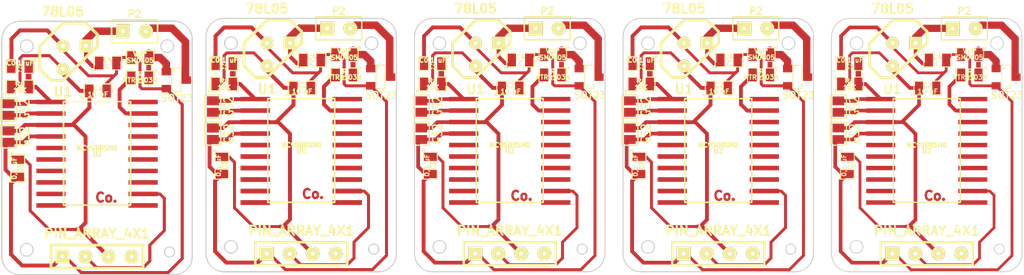
<source format=kicad_pcb>
(kicad_pcb (version 3) (host pcbnew "(2013-05-18 BZR 4017)-stable")
  (layers (15 F.Cu signal) (0 B.Cu signal) (18 B.Paste user) (19 F.Paste user) (20 B.SilkS user) (21 F.SilkS user) (22 B.Mask user) (23 F.Mask user) (28 Edge.Cuts user))
  (net 0 "")
  (net 1 +12V)
  (net 2 /BDM)
  (net 3 /OUT)
  (net 4 /RESET)
  (net 5 /VDD)
  (net 6 GND)
  (net 7 "Net-(P2-Pad2)")
  (net 8 "Net-(Q1-Pad1)")
  (net 9 "Net-(R2-Pad2)")
  (module TO92 (layer F.Cu) (at 103.475 50.3214)
    (fp_text reference U1 (at -1.27 3.81) (layer F.SilkS) (effects (font (size 1.016 1.016) (thickness 0.2032))))
    (fp_text value 78L05 (at -1.27 -5.08) (layer F.SilkS) (effects (font (size 1.016 1.016) (thickness 0.2032))))
    (pad 1 thru_hole rect (at 1.27 -1.27) (size 1.397 1.397) (drill 0.4) (layers *.Cu *.Mask F.SilkS) (net 1 +12V))
    (pad 2 thru_hole circle (at -1.27 -1.27) (size 1.397 1.397) (drill 0.4) (layers *.Cu *.Mask F.SilkS) (net 6 GND))
    (pad 3 thru_hole circle (at -1.27 1.27) (size 1.397 1.397) (drill 0.4) (layers *.Cu *.Mask F.SilkS) (net 5 /VDD))
  )
  (module SOIC-20 (layer F.Cu) (at 105.975 60.3214)
    (fp_text reference U2 (at 0 0.65) (layer F.SilkS) (effects (font (size 0.5 0.5) (thickness 0.125))))
    (fp_text value MC9S08SH8 (at 0 0) (layer F.SilkS) (effects (font (size 0.5 0.5) (thickness 0.125))))
    (pad 4 smd rect (at -5.08 -1.27) (size 3.2 0.49) (layers F.Cu F.Paste F.Mask) (net 6 GND))
    (pad 3 smd rect (at -5.08 -2.54) (size 3.2 0.49) (layers F.Cu F.Paste F.Mask) (net 5 /VDD))
    (pad 2 smd rect (at -5.08 -3.81) (size 3.2 0.49) (layers F.Cu F.Paste F.Mask) (net 2 /BDM))
    (pad 1 smd rect (at -5.08 -5.08) (size 3.2 0.49) (layers F.Cu F.Paste F.Mask) (net 4 /RESET))
    (pad 5 smd rect (at -5.08 0) (size 3.2 0.49) (layers F.Cu F.Paste F.Mask))
    (pad 6 smd rect (at -5.08 1.27) (size 3.2 0.49) (layers F.Cu F.Paste F.Mask))
    (pad 7 smd rect (at -5.08 2.54) (size 3.2 0.49) (layers F.Cu F.Paste F.Mask))
    (pad 8 smd rect (at -5.08 3.81) (size 3.2 0.49) (layers F.Cu F.Paste F.Mask))
    (pad 9 smd rect (at -5.08 5.08) (size 3.2 0.49) (layers F.Cu F.Paste F.Mask))
    (pad 10 smd rect (at -5.08 6.35) (size 3.2 0.49) (layers F.Cu F.Paste F.Mask))
    (pad 11 smd rect (at 5.08 6.35) (size 3.2 0.49) (layers F.Cu F.Paste F.Mask))
    (pad 12 smd rect (at 5.08 5.08) (size 3.2 0.49) (layers F.Cu F.Paste F.Mask) (net 3 /OUT))
    (pad 13 smd rect (at 5.08 3.81) (size 3.2 0.49) (layers F.Cu F.Paste F.Mask))
    (pad 14 smd rect (at 5.08 2.54) (size 3.2 0.49) (layers F.Cu F.Paste F.Mask))
    (pad 15 smd rect (at 5.08 1.27) (size 3.2 0.49) (layers F.Cu F.Paste F.Mask))
    (pad 16 smd rect (at 5.08 0) (size 3.2 0.49) (layers F.Cu F.Paste F.Mask))
    (pad 17 smd rect (at 5.08 -1.27) (size 3.2 0.49) (layers F.Cu F.Paste F.Mask))
    (pad 18 smd rect (at 5.08 -2.54) (size 3.2 0.49) (layers F.Cu F.Paste F.Mask))
    (pad 19 smd rect (at 5.08 -3.81) (size 3.2 0.49) (layers F.Cu F.Paste F.Mask) (net 9 "Net-(R2-Pad2)"))
    (pad 20 smd rect (at 5.08 -5.08) (size 3.2 0.49) (layers F.Cu F.Paste F.Mask))
  )
  (module SM0805 (layer F.Cu) (at 97.475 51.3214 180)
    (fp_text reference C1 (at 0 -0.3175 180) (layer F.SilkS) (effects (font (size 0.50038 0.50038) (thickness 0.10922))))
    (fp_text value "C0.1 uF" (at 0 0.381 180) (layer F.SilkS) (effects (font (size 0.50038 0.50038) (thickness 0.10922))))
    (pad 1 smd rect (at -0.9525 0 180) (size 0.889 1.397) (layers F.Cu F.Paste F.Mask) (net 4 /RESET))
    (pad 2 smd rect (at 0.9525 0 180) (size 0.889 1.397) (layers F.Cu F.Paste F.Mask) (net 6 GND))
  )
  (module SM0805 (layer F.Cu) (at 97.475 53.5714)
    (fp_text reference R1 (at 0 -0.3175) (layer F.SilkS) (effects (font (size 0.50038 0.50038) (thickness 0.10922))))
    (fp_text value 10K (at 0 0.381) (layer F.SilkS) (effects (font (size 0.50038 0.50038) (thickness 0.10922))))
    (pad 1 smd rect (at -0.9525 0) (size 0.889 1.397) (layers F.Cu F.Paste F.Mask) (net 5 /VDD))
    (pad 2 smd rect (at 0.9525 0) (size 0.889 1.397) (layers F.Cu F.Paste F.Mask) (net 4 /RESET))
  )
  (module SM0805 (layer F.Cu) (at 106.075 54.0114)
    (fp_text reference C2 (at 0 -0.3175) (layer F.SilkS) (effects (font (size 0.50038 0.50038) (thickness 0.10922))))
    (fp_text value "10 uF" (at 0 0.381) (layer F.SilkS) (effects (font (size 0.50038 0.50038) (thickness 0.10922))))
    (pad 1 smd rect (at -0.9525 0) (size 0.889 1.397) (layers F.Cu F.Paste F.Mask) (net 5 /VDD))
    (pad 2 smd rect (at 0.9525 0) (size 0.889 1.397) (layers F.Cu F.Paste F.Mask) (net 6 GND))
  )
  (module SM0805 (layer F.Cu) (at 97.225 62.5714 270)
    (fp_text reference C3 (at 0 -0.3175 270) (layer F.SilkS) (effects (font (size 0.50038 0.50038) (thickness 0.10922))))
    (fp_text value "0,1 uF" (at 0 0.381 270) (layer F.SilkS) (effects (font (size 0.50038 0.50038) (thickness 0.10922))))
    (pad 1 smd rect (at -0.9525 0 270) (size 0.889 1.397) (layers F.Cu F.Paste F.Mask) (net 5 /VDD))
    (pad 2 smd rect (at 0.9525 0 270) (size 0.889 1.397) (layers F.Cu F.Paste F.Mask) (net 6 GND))
  )
  (module SM0805 (layer F.Cu) (at 110.725 52.5714 180)
    (fp_text reference R2 (at 0 -0.3175 180) (layer F.SilkS) (effects (font (size 0.50038 0.50038) (thickness 0.10922))))
    (fp_text value R (at 0 0.381 180) (layer F.SilkS) (effects (font (size 0.50038 0.50038) (thickness 0.10922))))
    (pad 1 smd rect (at -0.9525 0 180) (size 0.889 1.397) (layers F.Cu F.Paste F.Mask) (net 8 "Net-(Q1-Pad1)"))
    (pad 2 smd rect (at 0.9525 0 180) (size 0.889 1.397) (layers F.Cu F.Paste F.Mask) (net 9 "Net-(R2-Pad2)"))
  )
  (module SM0805 (layer F.Cu) (at 107.165 50.9214)
    (fp_text reference C4 (at 0 -0.3175) (layer F.SilkS) (effects (font (size 0.50038 0.50038) (thickness 0.10922))))
    (fp_text value C (at 0 0.381) (layer F.SilkS) (effects (font (size 0.50038 0.50038) (thickness 0.10922))))
    (pad 1 smd rect (at -0.9525 0) (size 0.889 1.397) (layers F.Cu F.Paste F.Mask) (net 1 +12V))
    (pad 2 smd rect (at 0.9525 0) (size 0.889 1.397) (layers F.Cu F.Paste F.Mask) (net 6 GND))
  )
  (module PIN_ARRAY_2X1 (layer F.Cu) (at 110.115 47.4214)
    (fp_text reference P2 (at 0 -1.905) (layer F.SilkS) (effects (font (size 0.762 0.762) (thickness 0.1524))))
    (fp_text value CONN_2 hide)
    (pad 1 thru_hole rect (at -1.27 0) (size 1.524 1.524) (drill 0.4) (layers *.Cu *.Mask F.SilkS) (net 1 +12V))
    (pad 2 thru_hole circle (at 1.27 0) (size 1.524 1.524) (drill 0.4) (layers *.Cu *.Mask F.SilkS) (net 7 "Net-(P2-Pad2)"))
  )
  (module GS2 (layer F.Cu) (at 96.225 56.0714)
    (fp_text reference GS2 (at 1.778 0 90) (layer F.SilkS) (effects (font (size 1.016 0.762) (thickness 0.127))))
    (fp_text value VAL* hide)
    (pad 1 smd rect (at 0 -0.635) (size 1.27 0.9652) (layers F.Cu F.Paste F.Mask) (net 4 /RESET))
    (pad 2 smd rect (at 0 0.635) (size 1.27 0.9652) (layers F.Cu F.Paste F.Mask) (net 2 /BDM))
  )
  (module GS2 (layer F.Cu) (at 96.225 59.0714)
    (fp_text reference GS2 (at 1.778 0 90) (layer F.SilkS) (effects (font (size 1.016 0.762) (thickness 0.127))))
    (fp_text value VAL* hide)
    (pad 1 smd rect (at 0 -0.635) (size 1.27 0.9652) (layers F.Cu F.Paste F.Mask) (net 5 /VDD))
    (pad 2 smd rect (at 0 0.635) (size 1.27 0.9652) (layers F.Cu F.Paste F.Mask) (net 6 GND))
  )
  (module SOT23 (layer F.Cu) (at 114.725 52.8214 270)
    (fp_text reference SOT23 (at 1.99898 -0.09906 360) (layer F.SilkS) (effects (font (size 0.762 0.762) (thickness 0.11938))))
    (fp_text value NTR4503N (at 0 4 360) (layer F.SilkS) (effects (font (size 0.50038 0.50038) (thickness 0.09906))))
    (pad 3 smd rect (at 0 -1.09982 270) (size 0.8001 1.00076) (layers F.Cu F.Paste F.Mask) (net 7 "Net-(P2-Pad2)"))
    (pad 2 smd rect (at 0.9525 1.09982 270) (size 0.8001 1.00076) (layers F.Cu F.Paste F.Mask) (net 6 GND))
    (pad 1 smd rect (at -0.9525 1.09982 270) (size 0.8001 1.00076) (layers F.Cu F.Paste F.Mask) (net 8 "Net-(Q1-Pad1)"))
  )
  (module PIN_ARRAY_4x1 (layer F.Cu) (at 105.975 72.3214)
    (fp_text reference PIN_ARRAY_4X1 (at 0 -2.54) (layer F.SilkS) (effects (font (size 1.016 1.016) (thickness 0.2032))))
    (fp_text value Val** hide)
    (pad 1 thru_hole rect (at -3.81 0) (size 1.524 1.524) (drill 0.4) (layers *.Cu *.Mask F.SilkS) (net 6 GND))
    (pad 2 thru_hole circle (at -1.27 0) (size 1.524 1.524) (drill 0.4) (layers *.Cu *.Mask F.SilkS) (net 3 /OUT))
    (pad 3 thru_hole circle (at 1.27 0) (size 1.524 1.524) (drill 0.4) (layers *.Cu *.Mask F.SilkS) (net 5 /VDD))
    (pad 4 thru_hole circle (at 3.81 0) (size 1.524 1.524) (drill 0.4) (layers *.Cu *.Mask F.SilkS))
  )
  (module SM0805 (layer F.Cu) (at 110.725 50.3214 180)
    (fp_text reference SM0805 (at 0 -0.3175 180) (layer F.SilkS) (effects (font (size 0.50038 0.50038) (thickness 0.10922))))
    (fp_text value Val* (at 0 0.381 180) (layer F.SilkS) (effects (font (size 0.50038 0.50038) (thickness 0.10922))))
    (pad 1 smd rect (at -0.9525 0 180) (size 0.889 1.397) (layers F.Cu F.Paste F.Mask) (net 8 "Net-(Q1-Pad1)"))
    (pad 2 smd rect (at 0.9525 0 180) (size 0.889 1.397) (layers F.Cu F.Paste F.Mask) (net 6 GND))
  )
  (module TO92 (layer F.Cu) (at 126 50)
    (fp_text reference U1 (at -1.27 3.81) (layer F.SilkS) (effects (font (size 1.016 1.016) (thickness 0.2032))))
    (fp_text value 78L05 (at -1.27 -5.08) (layer F.SilkS) (effects (font (size 1.016 1.016) (thickness 0.2032))))
    (pad 1 thru_hole rect (at 1.27 -1.27) (size 1.397 1.397) (drill 0.4) (layers *.Cu *.Mask F.SilkS) (net 1 +12V))
    (pad 2 thru_hole circle (at -1.27 -1.27) (size 1.397 1.397) (drill 0.4) (layers *.Cu *.Mask F.SilkS) (net 6 GND))
    (pad 3 thru_hole circle (at -1.27 1.27) (size 1.397 1.397) (drill 0.4) (layers *.Cu *.Mask F.SilkS) (net 5 /VDD))
  )
  (module SOIC-20 (layer F.Cu) (at 128.5 60)
    (fp_text reference U2 (at 0 0.65) (layer F.SilkS) (effects (font (size 0.5 0.5) (thickness 0.125))))
    (fp_text value MC9S08SH8 (at 0 0) (layer F.SilkS) (effects (font (size 0.5 0.5) (thickness 0.125))))
    (pad 4 smd rect (at -5.08 -1.27) (size 3.2 0.49) (layers F.Cu F.Paste F.Mask) (net 6 GND))
    (pad 3 smd rect (at -5.08 -2.54) (size 3.2 0.49) (layers F.Cu F.Paste F.Mask) (net 5 /VDD))
    (pad 2 smd rect (at -5.08 -3.81) (size 3.2 0.49) (layers F.Cu F.Paste F.Mask) (net 2 /BDM))
    (pad 1 smd rect (at -5.08 -5.08) (size 3.2 0.49) (layers F.Cu F.Paste F.Mask) (net 4 /RESET))
    (pad 5 smd rect (at -5.08 0) (size 3.2 0.49) (layers F.Cu F.Paste F.Mask))
    (pad 6 smd rect (at -5.08 1.27) (size 3.2 0.49) (layers F.Cu F.Paste F.Mask))
    (pad 7 smd rect (at -5.08 2.54) (size 3.2 0.49) (layers F.Cu F.Paste F.Mask))
    (pad 8 smd rect (at -5.08 3.81) (size 3.2 0.49) (layers F.Cu F.Paste F.Mask))
    (pad 9 smd rect (at -5.08 5.08) (size 3.2 0.49) (layers F.Cu F.Paste F.Mask))
    (pad 10 smd rect (at -5.08 6.35) (size 3.2 0.49) (layers F.Cu F.Paste F.Mask))
    (pad 11 smd rect (at 5.08 6.35) (size 3.2 0.49) (layers F.Cu F.Paste F.Mask))
    (pad 12 smd rect (at 5.08 5.08) (size 3.2 0.49) (layers F.Cu F.Paste F.Mask) (net 3 /OUT))
    (pad 13 smd rect (at 5.08 3.81) (size 3.2 0.49) (layers F.Cu F.Paste F.Mask))
    (pad 14 smd rect (at 5.08 2.54) (size 3.2 0.49) (layers F.Cu F.Paste F.Mask))
    (pad 15 smd rect (at 5.08 1.27) (size 3.2 0.49) (layers F.Cu F.Paste F.Mask))
    (pad 16 smd rect (at 5.08 0) (size 3.2 0.49) (layers F.Cu F.Paste F.Mask))
    (pad 17 smd rect (at 5.08 -1.27) (size 3.2 0.49) (layers F.Cu F.Paste F.Mask))
    (pad 18 smd rect (at 5.08 -2.54) (size 3.2 0.49) (layers F.Cu F.Paste F.Mask))
    (pad 19 smd rect (at 5.08 -3.81) (size 3.2 0.49) (layers F.Cu F.Paste F.Mask) (net 9 "Net-(R2-Pad2)"))
    (pad 20 smd rect (at 5.08 -5.08) (size 3.2 0.49) (layers F.Cu F.Paste F.Mask))
  )
  (module SM0805 (layer F.Cu) (at 120 51 180)
    (fp_text reference C1 (at 0 -0.3175 180) (layer F.SilkS) (effects (font (size 0.50038 0.50038) (thickness 0.10922))))
    (fp_text value "C0.1 uF" (at 0 0.381 180) (layer F.SilkS) (effects (font (size 0.50038 0.50038) (thickness 0.10922))))
    (pad 1 smd rect (at -0.9525 0 180) (size 0.889 1.397) (layers F.Cu F.Paste F.Mask) (net 4 /RESET))
    (pad 2 smd rect (at 0.9525 0 180) (size 0.889 1.397) (layers F.Cu F.Paste F.Mask) (net 6 GND))
  )
  (module SM0805 (layer F.Cu) (at 120 53.25)
    (fp_text reference R1 (at 0 -0.3175) (layer F.SilkS) (effects (font (size 0.50038 0.50038) (thickness 0.10922))))
    (fp_text value 10K (at 0 0.381) (layer F.SilkS) (effects (font (size 0.50038 0.50038) (thickness 0.10922))))
    (pad 1 smd rect (at -0.9525 0) (size 0.889 1.397) (layers F.Cu F.Paste F.Mask) (net 5 /VDD))
    (pad 2 smd rect (at 0.9525 0) (size 0.889 1.397) (layers F.Cu F.Paste F.Mask) (net 4 /RESET))
  )
  (module SM0805 (layer F.Cu) (at 128.6 53.69)
    (fp_text reference C2 (at 0 -0.3175) (layer F.SilkS) (effects (font (size 0.50038 0.50038) (thickness 0.10922))))
    (fp_text value "10 uF" (at 0 0.381) (layer F.SilkS) (effects (font (size 0.50038 0.50038) (thickness 0.10922))))
    (pad 1 smd rect (at -0.9525 0) (size 0.889 1.397) (layers F.Cu F.Paste F.Mask) (net 5 /VDD))
    (pad 2 smd rect (at 0.9525 0) (size 0.889 1.397) (layers F.Cu F.Paste F.Mask) (net 6 GND))
  )
  (module SM0805 (layer F.Cu) (at 119.75 62.25 270)
    (fp_text reference C3 (at 0 -0.3175 270) (layer F.SilkS) (effects (font (size 0.50038 0.50038) (thickness 0.10922))))
    (fp_text value "0,1 uF" (at 0 0.381 270) (layer F.SilkS) (effects (font (size 0.50038 0.50038) (thickness 0.10922))))
    (pad 1 smd rect (at -0.9525 0 270) (size 0.889 1.397) (layers F.Cu F.Paste F.Mask) (net 5 /VDD))
    (pad 2 smd rect (at 0.9525 0 270) (size 0.889 1.397) (layers F.Cu F.Paste F.Mask) (net 6 GND))
  )
  (module SM0805 (layer F.Cu) (at 133.25 52.25 180)
    (fp_text reference R2 (at 0 -0.3175 180) (layer F.SilkS) (effects (font (size 0.50038 0.50038) (thickness 0.10922))))
    (fp_text value R (at 0 0.381 180) (layer F.SilkS) (effects (font (size 0.50038 0.50038) (thickness 0.10922))))
    (pad 1 smd rect (at -0.9525 0 180) (size 0.889 1.397) (layers F.Cu F.Paste F.Mask) (net 8 "Net-(Q1-Pad1)"))
    (pad 2 smd rect (at 0.9525 0 180) (size 0.889 1.397) (layers F.Cu F.Paste F.Mask) (net 9 "Net-(R2-Pad2)"))
  )
  (module SM0805 (layer F.Cu) (at 129.69 50.6)
    (fp_text reference C4 (at 0 -0.3175) (layer F.SilkS) (effects (font (size 0.50038 0.50038) (thickness 0.10922))))
    (fp_text value C (at 0 0.381) (layer F.SilkS) (effects (font (size 0.50038 0.50038) (thickness 0.10922))))
    (pad 1 smd rect (at -0.9525 0) (size 0.889 1.397) (layers F.Cu F.Paste F.Mask) (net 1 +12V))
    (pad 2 smd rect (at 0.9525 0) (size 0.889 1.397) (layers F.Cu F.Paste F.Mask) (net 6 GND))
  )
  (module PIN_ARRAY_2X1 (layer F.Cu) (at 132.64 47.1)
    (fp_text reference P2 (at 0 -1.905) (layer F.SilkS) (effects (font (size 0.762 0.762) (thickness 0.1524))))
    (fp_text value CONN_2 hide)
    (pad 1 thru_hole rect (at -1.27 0) (size 1.524 1.524) (drill 0.4) (layers *.Cu *.Mask F.SilkS) (net 1 +12V))
    (pad 2 thru_hole circle (at 1.27 0) (size 1.524 1.524) (drill 0.4) (layers *.Cu *.Mask F.SilkS) (net 7 "Net-(P2-Pad2)"))
  )
  (module GS2 (layer F.Cu) (at 118.75 55.75)
    (fp_text reference GS2 (at 1.778 0 90) (layer F.SilkS) (effects (font (size 1.016 0.762) (thickness 0.127))))
    (fp_text value VAL* hide)
    (pad 1 smd rect (at 0 -0.635) (size 1.27 0.9652) (layers F.Cu F.Paste F.Mask) (net 4 /RESET))
    (pad 2 smd rect (at 0 0.635) (size 1.27 0.9652) (layers F.Cu F.Paste F.Mask) (net 2 /BDM))
  )
  (module GS2 (layer F.Cu) (at 118.75 58.75)
    (fp_text reference GS2 (at 1.778 0 90) (layer F.SilkS) (effects (font (size 1.016 0.762) (thickness 0.127))))
    (fp_text value VAL* hide)
    (pad 1 smd rect (at 0 -0.635) (size 1.27 0.9652) (layers F.Cu F.Paste F.Mask) (net 5 /VDD))
    (pad 2 smd rect (at 0 0.635) (size 1.27 0.9652) (layers F.Cu F.Paste F.Mask) (net 6 GND))
  )
  (module SOT23 (layer F.Cu) (at 137.25 52.5 270)
    (fp_text reference SOT23 (at 1.99898 -0.09906 360) (layer F.SilkS) (effects (font (size 0.762 0.762) (thickness 0.11938))))
    (fp_text value NTR4503N (at 0 4 360) (layer F.SilkS) (effects (font (size 0.50038 0.50038) (thickness 0.09906))))
    (pad 3 smd rect (at 0 -1.09982 270) (size 0.8001 1.00076) (layers F.Cu F.Paste F.Mask) (net 7 "Net-(P2-Pad2)"))
    (pad 2 smd rect (at 0.9525 1.09982 270) (size 0.8001 1.00076) (layers F.Cu F.Paste F.Mask) (net 6 GND))
    (pad 1 smd rect (at -0.9525 1.09982 270) (size 0.8001 1.00076) (layers F.Cu F.Paste F.Mask) (net 8 "Net-(Q1-Pad1)"))
  )
  (module PIN_ARRAY_4x1 (layer F.Cu) (at 128.5 72)
    (fp_text reference PIN_ARRAY_4X1 (at 0 -2.54) (layer F.SilkS) (effects (font (size 1.016 1.016) (thickness 0.2032))))
    (fp_text value Val** hide)
    (pad 1 thru_hole rect (at -3.81 0) (size 1.524 1.524) (drill 0.4) (layers *.Cu *.Mask F.SilkS) (net 6 GND))
    (pad 2 thru_hole circle (at -1.27 0) (size 1.524 1.524) (drill 0.4) (layers *.Cu *.Mask F.SilkS) (net 3 /OUT))
    (pad 3 thru_hole circle (at 1.27 0) (size 1.524 1.524) (drill 0.4) (layers *.Cu *.Mask F.SilkS) (net 5 /VDD))
    (pad 4 thru_hole circle (at 3.81 0) (size 1.524 1.524) (drill 0.4) (layers *.Cu *.Mask F.SilkS))
  )
  (module SM0805 (layer F.Cu) (at 133.25 50 180)
    (fp_text reference SM0805 (at 0 -0.3175 180) (layer F.SilkS) (effects (font (size 0.50038 0.50038) (thickness 0.10922))))
    (fp_text value Val* (at 0 0.381 180) (layer F.SilkS) (effects (font (size 0.50038 0.50038) (thickness 0.10922))))
    (pad 1 smd rect (at -0.9525 0 180) (size 0.889 1.397) (layers F.Cu F.Paste F.Mask) (net 8 "Net-(Q1-Pad1)"))
    (pad 2 smd rect (at 0.9525 0 180) (size 0.889 1.397) (layers F.Cu F.Paste F.Mask) (net 6 GND))
  )
  (module TO92 (layer F.Cu) (at 149 50)
    (fp_text reference U1 (at -1.27 3.81) (layer F.SilkS) (effects (font (size 1.016 1.016) (thickness 0.2032))))
    (fp_text value 78L05 (at -1.27 -5.08) (layer F.SilkS) (effects (font (size 1.016 1.016) (thickness 0.2032))))
    (pad 1 thru_hole rect (at 1.27 -1.27) (size 1.397 1.397) (drill 0.4) (layers *.Cu *.Mask F.SilkS) (net 1 +12V))
    (pad 2 thru_hole circle (at -1.27 -1.27) (size 1.397 1.397) (drill 0.4) (layers *.Cu *.Mask F.SilkS) (net 6 GND))
    (pad 3 thru_hole circle (at -1.27 1.27) (size 1.397 1.397) (drill 0.4) (layers *.Cu *.Mask F.SilkS) (net 5 /VDD))
  )
  (module SOIC-20 (layer F.Cu) (at 151.5 60)
    (fp_text reference U2 (at 0 0.65) (layer F.SilkS) (effects (font (size 0.5 0.5) (thickness 0.125))))
    (fp_text value MC9S08SH8 (at 0 0) (layer F.SilkS) (effects (font (size 0.5 0.5) (thickness 0.125))))
    (pad 4 smd rect (at -5.08 -1.27) (size 3.2 0.49) (layers F.Cu F.Paste F.Mask) (net 6 GND))
    (pad 3 smd rect (at -5.08 -2.54) (size 3.2 0.49) (layers F.Cu F.Paste F.Mask) (net 5 /VDD))
    (pad 2 smd rect (at -5.08 -3.81) (size 3.2 0.49) (layers F.Cu F.Paste F.Mask) (net 2 /BDM))
    (pad 1 smd rect (at -5.08 -5.08) (size 3.2 0.49) (layers F.Cu F.Paste F.Mask) (net 4 /RESET))
    (pad 5 smd rect (at -5.08 0) (size 3.2 0.49) (layers F.Cu F.Paste F.Mask))
    (pad 6 smd rect (at -5.08 1.27) (size 3.2 0.49) (layers F.Cu F.Paste F.Mask))
    (pad 7 smd rect (at -5.08 2.54) (size 3.2 0.49) (layers F.Cu F.Paste F.Mask))
    (pad 8 smd rect (at -5.08 3.81) (size 3.2 0.49) (layers F.Cu F.Paste F.Mask))
    (pad 9 smd rect (at -5.08 5.08) (size 3.2 0.49) (layers F.Cu F.Paste F.Mask))
    (pad 10 smd rect (at -5.08 6.35) (size 3.2 0.49) (layers F.Cu F.Paste F.Mask))
    (pad 11 smd rect (at 5.08 6.35) (size 3.2 0.49) (layers F.Cu F.Paste F.Mask))
    (pad 12 smd rect (at 5.08 5.08) (size 3.2 0.49) (layers F.Cu F.Paste F.Mask) (net 3 /OUT))
    (pad 13 smd rect (at 5.08 3.81) (size 3.2 0.49) (layers F.Cu F.Paste F.Mask))
    (pad 14 smd rect (at 5.08 2.54) (size 3.2 0.49) (layers F.Cu F.Paste F.Mask))
    (pad 15 smd rect (at 5.08 1.27) (size 3.2 0.49) (layers F.Cu F.Paste F.Mask))
    (pad 16 smd rect (at 5.08 0) (size 3.2 0.49) (layers F.Cu F.Paste F.Mask))
    (pad 17 smd rect (at 5.08 -1.27) (size 3.2 0.49) (layers F.Cu F.Paste F.Mask))
    (pad 18 smd rect (at 5.08 -2.54) (size 3.2 0.49) (layers F.Cu F.Paste F.Mask))
    (pad 19 smd rect (at 5.08 -3.81) (size 3.2 0.49) (layers F.Cu F.Paste F.Mask) (net 9 "Net-(R2-Pad2)"))
    (pad 20 smd rect (at 5.08 -5.08) (size 3.2 0.49) (layers F.Cu F.Paste F.Mask))
  )
  (module SM0805 (layer F.Cu) (at 143 51 180)
    (fp_text reference C1 (at 0 -0.3175 180) (layer F.SilkS) (effects (font (size 0.50038 0.50038) (thickness 0.10922))))
    (fp_text value "C0.1 uF" (at 0 0.381 180) (layer F.SilkS) (effects (font (size 0.50038 0.50038) (thickness 0.10922))))
    (pad 1 smd rect (at -0.9525 0 180) (size 0.889 1.397) (layers F.Cu F.Paste F.Mask) (net 4 /RESET))
    (pad 2 smd rect (at 0.9525 0 180) (size 0.889 1.397) (layers F.Cu F.Paste F.Mask) (net 6 GND))
  )
  (module SM0805 (layer F.Cu) (at 143 53.25)
    (fp_text reference R1 (at 0 -0.3175) (layer F.SilkS) (effects (font (size 0.50038 0.50038) (thickness 0.10922))))
    (fp_text value 10K (at 0 0.381) (layer F.SilkS) (effects (font (size 0.50038 0.50038) (thickness 0.10922))))
    (pad 1 smd rect (at -0.9525 0) (size 0.889 1.397) (layers F.Cu F.Paste F.Mask) (net 5 /VDD))
    (pad 2 smd rect (at 0.9525 0) (size 0.889 1.397) (layers F.Cu F.Paste F.Mask) (net 4 /RESET))
  )
  (module SM0805 (layer F.Cu) (at 151.6 53.69)
    (fp_text reference C2 (at 0 -0.3175) (layer F.SilkS) (effects (font (size 0.50038 0.50038) (thickness 0.10922))))
    (fp_text value "10 uF" (at 0 0.381) (layer F.SilkS) (effects (font (size 0.50038 0.50038) (thickness 0.10922))))
    (pad 1 smd rect (at -0.9525 0) (size 0.889 1.397) (layers F.Cu F.Paste F.Mask) (net 5 /VDD))
    (pad 2 smd rect (at 0.9525 0) (size 0.889 1.397) (layers F.Cu F.Paste F.Mask) (net 6 GND))
  )
  (module SM0805 (layer F.Cu) (at 142.75 62.25 270)
    (fp_text reference C3 (at 0 -0.3175 270) (layer F.SilkS) (effects (font (size 0.50038 0.50038) (thickness 0.10922))))
    (fp_text value "0,1 uF" (at 0 0.381 270) (layer F.SilkS) (effects (font (size 0.50038 0.50038) (thickness 0.10922))))
    (pad 1 smd rect (at -0.9525 0 270) (size 0.889 1.397) (layers F.Cu F.Paste F.Mask) (net 5 /VDD))
    (pad 2 smd rect (at 0.9525 0 270) (size 0.889 1.397) (layers F.Cu F.Paste F.Mask) (net 6 GND))
  )
  (module SM0805 (layer F.Cu) (at 156.25 52.25 180)
    (fp_text reference R2 (at 0 -0.3175 180) (layer F.SilkS) (effects (font (size 0.50038 0.50038) (thickness 0.10922))))
    (fp_text value R (at 0 0.381 180) (layer F.SilkS) (effects (font (size 0.50038 0.50038) (thickness 0.10922))))
    (pad 1 smd rect (at -0.9525 0 180) (size 0.889 1.397) (layers F.Cu F.Paste F.Mask) (net 8 "Net-(Q1-Pad1)"))
    (pad 2 smd rect (at 0.9525 0 180) (size 0.889 1.397) (layers F.Cu F.Paste F.Mask) (net 9 "Net-(R2-Pad2)"))
  )
  (module SM0805 (layer F.Cu) (at 152.69 50.6)
    (fp_text reference C4 (at 0 -0.3175) (layer F.SilkS) (effects (font (size 0.50038 0.50038) (thickness 0.10922))))
    (fp_text value C (at 0 0.381) (layer F.SilkS) (effects (font (size 0.50038 0.50038) (thickness 0.10922))))
    (pad 1 smd rect (at -0.9525 0) (size 0.889 1.397) (layers F.Cu F.Paste F.Mask) (net 1 +12V))
    (pad 2 smd rect (at 0.9525 0) (size 0.889 1.397) (layers F.Cu F.Paste F.Mask) (net 6 GND))
  )
  (module PIN_ARRAY_2X1 (layer F.Cu) (at 155.64 47.1)
    (fp_text reference P2 (at 0 -1.905) (layer F.SilkS) (effects (font (size 0.762 0.762) (thickness 0.1524))))
    (fp_text value CONN_2 hide)
    (pad 1 thru_hole rect (at -1.27 0) (size 1.524 1.524) (drill 0.4) (layers *.Cu *.Mask F.SilkS) (net 1 +12V))
    (pad 2 thru_hole circle (at 1.27 0) (size 1.524 1.524) (drill 0.4) (layers *.Cu *.Mask F.SilkS) (net 7 "Net-(P2-Pad2)"))
  )
  (module GS2 (layer F.Cu) (at 141.75 55.75)
    (fp_text reference GS2 (at 1.778 0 90) (layer F.SilkS) (effects (font (size 1.016 0.762) (thickness 0.127))))
    (fp_text value VAL* hide)
    (pad 1 smd rect (at 0 -0.635) (size 1.27 0.9652) (layers F.Cu F.Paste F.Mask) (net 4 /RESET))
    (pad 2 smd rect (at 0 0.635) (size 1.27 0.9652) (layers F.Cu F.Paste F.Mask) (net 2 /BDM))
  )
  (module GS2 (layer F.Cu) (at 141.75 58.75)
    (fp_text reference GS2 (at 1.778 0 90) (layer F.SilkS) (effects (font (size 1.016 0.762) (thickness 0.127))))
    (fp_text value VAL* hide)
    (pad 1 smd rect (at 0 -0.635) (size 1.27 0.9652) (layers F.Cu F.Paste F.Mask) (net 5 /VDD))
    (pad 2 smd rect (at 0 0.635) (size 1.27 0.9652) (layers F.Cu F.Paste F.Mask) (net 6 GND))
  )
  (module SOT23 (layer F.Cu) (at 160.25 52.5 270)
    (fp_text reference SOT23 (at 1.99898 -0.09906 360) (layer F.SilkS) (effects (font (size 0.762 0.762) (thickness 0.11938))))
    (fp_text value NTR4503N (at 0 4 360) (layer F.SilkS) (effects (font (size 0.50038 0.50038) (thickness 0.09906))))
    (pad 3 smd rect (at 0 -1.09982 270) (size 0.8001 1.00076) (layers F.Cu F.Paste F.Mask) (net 7 "Net-(P2-Pad2)"))
    (pad 2 smd rect (at 0.9525 1.09982 270) (size 0.8001 1.00076) (layers F.Cu F.Paste F.Mask) (net 6 GND))
    (pad 1 smd rect (at -0.9525 1.09982 270) (size 0.8001 1.00076) (layers F.Cu F.Paste F.Mask) (net 8 "Net-(Q1-Pad1)"))
  )
  (module PIN_ARRAY_4x1 (layer F.Cu) (at 151.5 72)
    (fp_text reference PIN_ARRAY_4X1 (at 0 -2.54) (layer F.SilkS) (effects (font (size 1.016 1.016) (thickness 0.2032))))
    (fp_text value Val** hide)
    (pad 1 thru_hole rect (at -3.81 0) (size 1.524 1.524) (drill 0.4) (layers *.Cu *.Mask F.SilkS) (net 6 GND))
    (pad 2 thru_hole circle (at -1.27 0) (size 1.524 1.524) (drill 0.4) (layers *.Cu *.Mask F.SilkS) (net 3 /OUT))
    (pad 3 thru_hole circle (at 1.27 0) (size 1.524 1.524) (drill 0.4) (layers *.Cu *.Mask F.SilkS) (net 5 /VDD))
    (pad 4 thru_hole circle (at 3.81 0) (size 1.524 1.524) (drill 0.4) (layers *.Cu *.Mask F.SilkS))
  )
  (module SM0805 (layer F.Cu) (at 156.25 50 180)
    (fp_text reference SM0805 (at 0 -0.3175 180) (layer F.SilkS) (effects (font (size 0.50038 0.50038) (thickness 0.10922))))
    (fp_text value Val* (at 0 0.381 180) (layer F.SilkS) (effects (font (size 0.50038 0.50038) (thickness 0.10922))))
    (pad 1 smd rect (at -0.9525 0 180) (size 0.889 1.397) (layers F.Cu F.Paste F.Mask) (net 8 "Net-(Q1-Pad1)"))
    (pad 2 smd rect (at 0.9525 0 180) (size 0.889 1.397) (layers F.Cu F.Paste F.Mask) (net 6 GND))
  )
  (module TO92 (layer F.Cu) (at 172 50)
    (fp_text reference U1 (at -1.27 3.81) (layer F.SilkS) (effects (font (size 1.016 1.016) (thickness 0.2032))))
    (fp_text value 78L05 (at -1.27 -5.08) (layer F.SilkS) (effects (font (size 1.016 1.016) (thickness 0.2032))))
    (pad 1 thru_hole rect (at 1.27 -1.27) (size 1.397 1.397) (drill 0.4) (layers *.Cu *.Mask F.SilkS) (net 1 +12V))
    (pad 2 thru_hole circle (at -1.27 -1.27) (size 1.397 1.397) (drill 0.4) (layers *.Cu *.Mask F.SilkS) (net 6 GND))
    (pad 3 thru_hole circle (at -1.27 1.27) (size 1.397 1.397) (drill 0.4) (layers *.Cu *.Mask F.SilkS) (net 5 /VDD))
  )
  (module SOIC-20 (layer F.Cu) (at 174.5 60)
    (fp_text reference U2 (at 0 0.65) (layer F.SilkS) (effects (font (size 0.5 0.5) (thickness 0.125))))
    (fp_text value MC9S08SH8 (at 0 0) (layer F.SilkS) (effects (font (size 0.5 0.5) (thickness 0.125))))
    (pad 4 smd rect (at -5.08 -1.27) (size 3.2 0.49) (layers F.Cu F.Paste F.Mask) (net 6 GND))
    (pad 3 smd rect (at -5.08 -2.54) (size 3.2 0.49) (layers F.Cu F.Paste F.Mask) (net 5 /VDD))
    (pad 2 smd rect (at -5.08 -3.81) (size 3.2 0.49) (layers F.Cu F.Paste F.Mask) (net 2 /BDM))
    (pad 1 smd rect (at -5.08 -5.08) (size 3.2 0.49) (layers F.Cu F.Paste F.Mask) (net 4 /RESET))
    (pad 5 smd rect (at -5.08 0) (size 3.2 0.49) (layers F.Cu F.Paste F.Mask))
    (pad 6 smd rect (at -5.08 1.27) (size 3.2 0.49) (layers F.Cu F.Paste F.Mask))
    (pad 7 smd rect (at -5.08 2.54) (size 3.2 0.49) (layers F.Cu F.Paste F.Mask))
    (pad 8 smd rect (at -5.08 3.81) (size 3.2 0.49) (layers F.Cu F.Paste F.Mask))
    (pad 9 smd rect (at -5.08 5.08) (size 3.2 0.49) (layers F.Cu F.Paste F.Mask))
    (pad 10 smd rect (at -5.08 6.35) (size 3.2 0.49) (layers F.Cu F.Paste F.Mask))
    (pad 11 smd rect (at 5.08 6.35) (size 3.2 0.49) (layers F.Cu F.Paste F.Mask))
    (pad 12 smd rect (at 5.08 5.08) (size 3.2 0.49) (layers F.Cu F.Paste F.Mask) (net 3 /OUT))
    (pad 13 smd rect (at 5.08 3.81) (size 3.2 0.49) (layers F.Cu F.Paste F.Mask))
    (pad 14 smd rect (at 5.08 2.54) (size 3.2 0.49) (layers F.Cu F.Paste F.Mask))
    (pad 15 smd rect (at 5.08 1.27) (size 3.2 0.49) (layers F.Cu F.Paste F.Mask))
    (pad 16 smd rect (at 5.08 0) (size 3.2 0.49) (layers F.Cu F.Paste F.Mask))
    (pad 17 smd rect (at 5.08 -1.27) (size 3.2 0.49) (layers F.Cu F.Paste F.Mask))
    (pad 18 smd rect (at 5.08 -2.54) (size 3.2 0.49) (layers F.Cu F.Paste F.Mask))
    (pad 19 smd rect (at 5.08 -3.81) (size 3.2 0.49) (layers F.Cu F.Paste F.Mask) (net 9 "Net-(R2-Pad2)"))
    (pad 20 smd rect (at 5.08 -5.08) (size 3.2 0.49) (layers F.Cu F.Paste F.Mask))
  )
  (module SM0805 (layer F.Cu) (at 166 51 180)
    (fp_text reference C1 (at 0 -0.3175 180) (layer F.SilkS) (effects (font (size 0.50038 0.50038) (thickness 0.10922))))
    (fp_text value "C0.1 uF" (at 0 0.381 180) (layer F.SilkS) (effects (font (size 0.50038 0.50038) (thickness 0.10922))))
    (pad 1 smd rect (at -0.9525 0 180) (size 0.889 1.397) (layers F.Cu F.Paste F.Mask) (net 4 /RESET))
    (pad 2 smd rect (at 0.9525 0 180) (size 0.889 1.397) (layers F.Cu F.Paste F.Mask) (net 6 GND))
  )
  (module SM0805 (layer F.Cu) (at 166 53.25)
    (fp_text reference R1 (at 0 -0.3175) (layer F.SilkS) (effects (font (size 0.50038 0.50038) (thickness 0.10922))))
    (fp_text value 10K (at 0 0.381) (layer F.SilkS) (effects (font (size 0.50038 0.50038) (thickness 0.10922))))
    (pad 1 smd rect (at -0.9525 0) (size 0.889 1.397) (layers F.Cu F.Paste F.Mask) (net 5 /VDD))
    (pad 2 smd rect (at 0.9525 0) (size 0.889 1.397) (layers F.Cu F.Paste F.Mask) (net 4 /RESET))
  )
  (module SM0805 (layer F.Cu) (at 174.6 53.69)
    (fp_text reference C2 (at 0 -0.3175) (layer F.SilkS) (effects (font (size 0.50038 0.50038) (thickness 0.10922))))
    (fp_text value "10 uF" (at 0 0.381) (layer F.SilkS) (effects (font (size 0.50038 0.50038) (thickness 0.10922))))
    (pad 1 smd rect (at -0.9525 0) (size 0.889 1.397) (layers F.Cu F.Paste F.Mask) (net 5 /VDD))
    (pad 2 smd rect (at 0.9525 0) (size 0.889 1.397) (layers F.Cu F.Paste F.Mask) (net 6 GND))
  )
  (module SM0805 (layer F.Cu) (at 165.75 62.25 270)
    (fp_text reference C3 (at 0 -0.3175 270) (layer F.SilkS) (effects (font (size 0.50038 0.50038) (thickness 0.10922))))
    (fp_text value "0,1 uF" (at 0 0.381 270) (layer F.SilkS) (effects (font (size 0.50038 0.50038) (thickness 0.10922))))
    (pad 1 smd rect (at -0.9525 0 270) (size 0.889 1.397) (layers F.Cu F.Paste F.Mask) (net 5 /VDD))
    (pad 2 smd rect (at 0.9525 0 270) (size 0.889 1.397) (layers F.Cu F.Paste F.Mask) (net 6 GND))
  )
  (module SM0805 (layer F.Cu) (at 179.25 52.25 180)
    (fp_text reference R2 (at 0 -0.3175 180) (layer F.SilkS) (effects (font (size 0.50038 0.50038) (thickness 0.10922))))
    (fp_text value R (at 0 0.381 180) (layer F.SilkS) (effects (font (size 0.50038 0.50038) (thickness 0.10922))))
    (pad 1 smd rect (at -0.9525 0 180) (size 0.889 1.397) (layers F.Cu F.Paste F.Mask) (net 8 "Net-(Q1-Pad1)"))
    (pad 2 smd rect (at 0.9525 0 180) (size 0.889 1.397) (layers F.Cu F.Paste F.Mask) (net 9 "Net-(R2-Pad2)"))
  )
  (module SM0805 (layer F.Cu) (at 175.69 50.6)
    (fp_text reference C4 (at 0 -0.3175) (layer F.SilkS) (effects (font (size 0.50038 0.50038) (thickness 0.10922))))
    (fp_text value C (at 0 0.381) (layer F.SilkS) (effects (font (size 0.50038 0.50038) (thickness 0.10922))))
    (pad 1 smd rect (at -0.9525 0) (size 0.889 1.397) (layers F.Cu F.Paste F.Mask) (net 1 +12V))
    (pad 2 smd rect (at 0.9525 0) (size 0.889 1.397) (layers F.Cu F.Paste F.Mask) (net 6 GND))
  )
  (module PIN_ARRAY_2X1 (layer F.Cu) (at 178.64 47.1)
    (fp_text reference P2 (at 0 -1.905) (layer F.SilkS) (effects (font (size 0.762 0.762) (thickness 0.1524))))
    (fp_text value CONN_2 hide)
    (pad 1 thru_hole rect (at -1.27 0) (size 1.524 1.524) (drill 0.4) (layers *.Cu *.Mask F.SilkS) (net 1 +12V))
    (pad 2 thru_hole circle (at 1.27 0) (size 1.524 1.524) (drill 0.4) (layers *.Cu *.Mask F.SilkS) (net 7 "Net-(P2-Pad2)"))
  )
  (module GS2 (layer F.Cu) (at 164.75 55.75)
    (fp_text reference GS2 (at 1.778 0 90) (layer F.SilkS) (effects (font (size 1.016 0.762) (thickness 0.127))))
    (fp_text value VAL* hide)
    (pad 1 smd rect (at 0 -0.635) (size 1.27 0.9652) (layers F.Cu F.Paste F.Mask) (net 4 /RESET))
    (pad 2 smd rect (at 0 0.635) (size 1.27 0.9652) (layers F.Cu F.Paste F.Mask) (net 2 /BDM))
  )
  (module GS2 (layer F.Cu) (at 164.75 58.75)
    (fp_text reference GS2 (at 1.778 0 90) (layer F.SilkS) (effects (font (size 1.016 0.762) (thickness 0.127))))
    (fp_text value VAL* hide)
    (pad 1 smd rect (at 0 -0.635) (size 1.27 0.9652) (layers F.Cu F.Paste F.Mask) (net 5 /VDD))
    (pad 2 smd rect (at 0 0.635) (size 1.27 0.9652) (layers F.Cu F.Paste F.Mask) (net 6 GND))
  )
  (module SOT23 (layer F.Cu) (at 183.25 52.5 270)
    (fp_text reference SOT23 (at 1.99898 -0.09906 360) (layer F.SilkS) (effects (font (size 0.762 0.762) (thickness 0.11938))))
    (fp_text value NTR4503N (at 0 4 360) (layer F.SilkS) (effects (font (size 0.50038 0.50038) (thickness 0.09906))))
    (pad 3 smd rect (at 0 -1.09982 270) (size 0.8001 1.00076) (layers F.Cu F.Paste F.Mask) (net 7 "Net-(P2-Pad2)"))
    (pad 2 smd rect (at 0.9525 1.09982 270) (size 0.8001 1.00076) (layers F.Cu F.Paste F.Mask) (net 6 GND))
    (pad 1 smd rect (at -0.9525 1.09982 270) (size 0.8001 1.00076) (layers F.Cu F.Paste F.Mask) (net 8 "Net-(Q1-Pad1)"))
  )
  (module PIN_ARRAY_4x1 (layer F.Cu) (at 174.5 72)
    (fp_text reference PIN_ARRAY_4X1 (at 0 -2.54) (layer F.SilkS) (effects (font (size 1.016 1.016) (thickness 0.2032))))
    (fp_text value Val** hide)
    (pad 1 thru_hole rect (at -3.81 0) (size 1.524 1.524) (drill 0.4) (layers *.Cu *.Mask F.SilkS) (net 6 GND))
    (pad 2 thru_hole circle (at -1.27 0) (size 1.524 1.524) (drill 0.4) (layers *.Cu *.Mask F.SilkS) (net 3 /OUT))
    (pad 3 thru_hole circle (at 1.27 0) (size 1.524 1.524) (drill 0.4) (layers *.Cu *.Mask F.SilkS) (net 5 /VDD))
    (pad 4 thru_hole circle (at 3.81 0) (size 1.524 1.524) (drill 0.4) (layers *.Cu *.Mask F.SilkS))
  )
  (module SM0805 (layer F.Cu) (at 179.25 50 180)
    (fp_text reference SM0805 (at 0 -0.3175 180) (layer F.SilkS) (effects (font (size 0.50038 0.50038) (thickness 0.10922))))
    (fp_text value Val* (at 0 0.381 180) (layer F.SilkS) (effects (font (size 0.50038 0.50038) (thickness 0.10922))))
    (pad 1 smd rect (at -0.9525 0 180) (size 0.889 1.397) (layers F.Cu F.Paste F.Mask) (net 8 "Net-(Q1-Pad1)"))
    (pad 2 smd rect (at 0.9525 0 180) (size 0.889 1.397) (layers F.Cu F.Paste F.Mask) (net 6 GND))
  )
  (module TO92 (layer F.Cu) (at 103.475 50.3214)
    (fp_text reference U1 (at -1.27 3.81) (layer F.SilkS) (effects (font (size 1.016 1.016) (thickness 0.2032))))
    (fp_text value 78L05 (at -1.27 -5.08) (layer F.SilkS) (effects (font (size 1.016 1.016) (thickness 0.2032))))
    (pad 1 thru_hole rect (at 1.27 -1.27) (size 1.397 1.397) (drill 0.4) (layers *.Cu *.Mask F.SilkS) (net 1 +12V))
    (pad 2 thru_hole circle (at -1.27 -1.27) (size 1.397 1.397) (drill 0.4) (layers *.Cu *.Mask F.SilkS) (net 6 GND))
    (pad 3 thru_hole circle (at -1.27 1.27) (size 1.397 1.397) (drill 0.4) (layers *.Cu *.Mask F.SilkS) (net 5 /VDD))
  )
  (module SOIC-20 (layer F.Cu) (at 105.975 60.3214)
    (fp_text reference U2 (at 0 0.65) (layer F.SilkS) (effects (font (size 0.5 0.5) (thickness 0.125))))
    (fp_text value MC9S08SH8 (at 0 0) (layer F.SilkS) (effects (font (size 0.5 0.5) (thickness 0.125))))
    (pad 4 smd rect (at -5.08 -1.27) (size 3.2 0.49) (layers F.Cu F.Paste F.Mask) (net 6 GND))
    (pad 3 smd rect (at -5.08 -2.54) (size 3.2 0.49) (layers F.Cu F.Paste F.Mask) (net 5 /VDD))
    (pad 2 smd rect (at -5.08 -3.81) (size 3.2 0.49) (layers F.Cu F.Paste F.Mask) (net 2 /BDM))
    (pad 1 smd rect (at -5.08 -5.08) (size 3.2 0.49) (layers F.Cu F.Paste F.Mask) (net 4 /RESET))
    (pad 5 smd rect (at -5.08 0) (size 3.2 0.49) (layers F.Cu F.Paste F.Mask))
    (pad 6 smd rect (at -5.08 1.27) (size 3.2 0.49) (layers F.Cu F.Paste F.Mask))
    (pad 7 smd rect (at -5.08 2.54) (size 3.2 0.49) (layers F.Cu F.Paste F.Mask))
    (pad 8 smd rect (at -5.08 3.81) (size 3.2 0.49) (layers F.Cu F.Paste F.Mask))
    (pad 9 smd rect (at -5.08 5.08) (size 3.2 0.49) (layers F.Cu F.Paste F.Mask))
    (pad 10 smd rect (at -5.08 6.35) (size 3.2 0.49) (layers F.Cu F.Paste F.Mask))
    (pad 11 smd rect (at 5.08 6.35) (size 3.2 0.49) (layers F.Cu F.Paste F.Mask))
    (pad 12 smd rect (at 5.08 5.08) (size 3.2 0.49) (layers F.Cu F.Paste F.Mask) (net 3 /OUT))
    (pad 13 smd rect (at 5.08 3.81) (size 3.2 0.49) (layers F.Cu F.Paste F.Mask))
    (pad 14 smd rect (at 5.08 2.54) (size 3.2 0.49) (layers F.Cu F.Paste F.Mask))
    (pad 15 smd rect (at 5.08 1.27) (size 3.2 0.49) (layers F.Cu F.Paste F.Mask))
    (pad 16 smd rect (at 5.08 0) (size 3.2 0.49) (layers F.Cu F.Paste F.Mask))
    (pad 17 smd rect (at 5.08 -1.27) (size 3.2 0.49) (layers F.Cu F.Paste F.Mask))
    (pad 18 smd rect (at 5.08 -2.54) (size 3.2 0.49) (layers F.Cu F.Paste F.Mask))
    (pad 19 smd rect (at 5.08 -3.81) (size 3.2 0.49) (layers F.Cu F.Paste F.Mask) (net 9 "Net-(R2-Pad2)"))
    (pad 20 smd rect (at 5.08 -5.08) (size 3.2 0.49) (layers F.Cu F.Paste F.Mask))
  )
  (module SM0805 (layer F.Cu) (at 97.475 51.3214 180)
    (fp_text reference C1 (at 0 -0.3175 180) (layer F.SilkS) (effects (font (size 0.50038 0.50038) (thickness 0.10922))))
    (fp_text value "C0.1 uF" (at 0 0.381 180) (layer F.SilkS) (effects (font (size 0.50038 0.50038) (thickness 0.10922))))
    (pad 1 smd rect (at -0.9525 0 180) (size 0.889 1.397) (layers F.Cu F.Paste F.Mask) (net 4 /RESET))
    (pad 2 smd rect (at 0.9525 0 180) (size 0.889 1.397) (layers F.Cu F.Paste F.Mask) (net 6 GND))
  )
  (module SM0805 (layer F.Cu) (at 97.475 53.5714)
    (fp_text reference R1 (at 0 -0.3175) (layer F.SilkS) (effects (font (size 0.50038 0.50038) (thickness 0.10922))))
    (fp_text value 10K (at 0 0.381) (layer F.SilkS) (effects (font (size 0.50038 0.50038) (thickness 0.10922))))
    (pad 1 smd rect (at -0.9525 0) (size 0.889 1.397) (layers F.Cu F.Paste F.Mask) (net 5 /VDD))
    (pad 2 smd rect (at 0.9525 0) (size 0.889 1.397) (layers F.Cu F.Paste F.Mask) (net 4 /RESET))
  )
  (module SM0805 (layer F.Cu) (at 106.075 54.0114)
    (fp_text reference C2 (at 0 -0.3175) (layer F.SilkS) (effects (font (size 0.50038 0.50038) (thickness 0.10922))))
    (fp_text value "10 uF" (at 0 0.381) (layer F.SilkS) (effects (font (size 0.50038 0.50038) (thickness 0.10922))))
    (pad 1 smd rect (at -0.9525 0) (size 0.889 1.397) (layers F.Cu F.Paste F.Mask) (net 5 /VDD))
    (pad 2 smd rect (at 0.9525 0) (size 0.889 1.397) (layers F.Cu F.Paste F.Mask) (net 6 GND))
  )
  (module SM0805 (layer F.Cu) (at 97.225 62.5714 270)
    (fp_text reference C3 (at 0 -0.3175 270) (layer F.SilkS) (effects (font (size 0.50038 0.50038) (thickness 0.10922))))
    (fp_text value "0,1 uF" (at 0 0.381 270) (layer F.SilkS) (effects (font (size 0.50038 0.50038) (thickness 0.10922))))
    (pad 1 smd rect (at -0.9525 0 270) (size 0.889 1.397) (layers F.Cu F.Paste F.Mask) (net 5 /VDD))
    (pad 2 smd rect (at 0.9525 0 270) (size 0.889 1.397) (layers F.Cu F.Paste F.Mask) (net 6 GND))
  )
  (module SM0805 (layer F.Cu) (at 110.725 52.5714 180)
    (fp_text reference R2 (at 0 -0.3175 180) (layer F.SilkS) (effects (font (size 0.50038 0.50038) (thickness 0.10922))))
    (fp_text value R (at 0 0.381 180) (layer F.SilkS) (effects (font (size 0.50038 0.50038) (thickness 0.10922))))
    (pad 1 smd rect (at -0.9525 0 180) (size 0.889 1.397) (layers F.Cu F.Paste F.Mask) (net 8 "Net-(Q1-Pad1)"))
    (pad 2 smd rect (at 0.9525 0 180) (size 0.889 1.397) (layers F.Cu F.Paste F.Mask) (net 9 "Net-(R2-Pad2)"))
  )
  (module SM0805 (layer F.Cu) (at 107.165 50.9214)
    (fp_text reference C4 (at 0 -0.3175) (layer F.SilkS) (effects (font (size 0.50038 0.50038) (thickness 0.10922))))
    (fp_text value C (at 0 0.381) (layer F.SilkS) (effects (font (size 0.50038 0.50038) (thickness 0.10922))))
    (pad 1 smd rect (at -0.9525 0) (size 0.889 1.397) (layers F.Cu F.Paste F.Mask) (net 1 +12V))
    (pad 2 smd rect (at 0.9525 0) (size 0.889 1.397) (layers F.Cu F.Paste F.Mask) (net 6 GND))
  )
  (module PIN_ARRAY_2X1 (layer F.Cu) (at 110.115 47.4214)
    (fp_text reference P2 (at 0 -1.905) (layer F.SilkS) (effects (font (size 0.762 0.762) (thickness 0.1524))))
    (fp_text value CONN_2 hide)
    (pad 1 thru_hole rect (at -1.27 0) (size 1.524 1.524) (drill 0.4) (layers *.Cu *.Mask F.SilkS) (net 1 +12V))
    (pad 2 thru_hole circle (at 1.27 0) (size 1.524 1.524) (drill 0.4) (layers *.Cu *.Mask F.SilkS) (net 7 "Net-(P2-Pad2)"))
  )
  (module GS2 (layer F.Cu) (at 96.225 56.0714)
    (fp_text reference GS2 (at 1.778 0 90) (layer F.SilkS) (effects (font (size 1.016 0.762) (thickness 0.127))))
    (fp_text value VAL* hide)
    (pad 1 smd rect (at 0 -0.635) (size 1.27 0.9652) (layers F.Cu F.Paste F.Mask) (net 4 /RESET))
    (pad 2 smd rect (at 0 0.635) (size 1.27 0.9652) (layers F.Cu F.Paste F.Mask) (net 2 /BDM))
  )
  (module GS2 (layer F.Cu) (at 96.225 59.0714)
    (fp_text reference GS2 (at 1.778 0 90) (layer F.SilkS) (effects (font (size 1.016 0.762) (thickness 0.127))))
    (fp_text value VAL* hide)
    (pad 1 smd rect (at 0 -0.635) (size 1.27 0.9652) (layers F.Cu F.Paste F.Mask) (net 5 /VDD))
    (pad 2 smd rect (at 0 0.635) (size 1.27 0.9652) (layers F.Cu F.Paste F.Mask) (net 6 GND))
  )
  (module SOT23 (layer F.Cu) (at 114.725 52.8214 270)
    (fp_text reference SOT23 (at 1.99898 -0.09906 360) (layer F.SilkS) (effects (font (size 0.762 0.762) (thickness 0.11938))))
    (fp_text value NTR4503N (at 0 4 360) (layer F.SilkS) (effects (font (size 0.50038 0.50038) (thickness 0.09906))))
    (pad 3 smd rect (at 0 -1.09982 270) (size 0.8001 1.00076) (layers F.Cu F.Paste F.Mask) (net 7 "Net-(P2-Pad2)"))
    (pad 2 smd rect (at 0.9525 1.09982 270) (size 0.8001 1.00076) (layers F.Cu F.Paste F.Mask) (net 6 GND))
    (pad 1 smd rect (at -0.9525 1.09982 270) (size 0.8001 1.00076) (layers F.Cu F.Paste F.Mask) (net 8 "Net-(Q1-Pad1)"))
  )
  (module PIN_ARRAY_4x1 (layer F.Cu) (at 105.975 72.3214)
    (fp_text reference PIN_ARRAY_4X1 (at 0 -2.54) (layer F.SilkS) (effects (font (size 1.016 1.016) (thickness 0.2032))))
    (fp_text value Val** hide)
    (pad 1 thru_hole rect (at -3.81 0) (size 1.524 1.524) (drill 0.4) (layers *.Cu *.Mask F.SilkS) (net 6 GND))
    (pad 2 thru_hole circle (at -1.27 0) (size 1.524 1.524) (drill 0.4) (layers *.Cu *.Mask F.SilkS) (net 3 /OUT))
    (pad 3 thru_hole circle (at 1.27 0) (size 1.524 1.524) (drill 0.4) (layers *.Cu *.Mask F.SilkS) (net 5 /VDD))
    (pad 4 thru_hole circle (at 3.81 0) (size 1.524 1.524) (drill 0.4) (layers *.Cu *.Mask F.SilkS))
  )
  (module SM0805 (layer F.Cu) (at 110.725 50.3214 180)
    (fp_text reference SM0805 (at 0 -0.3175 180) (layer F.SilkS) (effects (font (size 0.50038 0.50038) (thickness 0.10922))))
    (fp_text value Val* (at 0 0.381 180) (layer F.SilkS) (effects (font (size 0.50038 0.50038) (thickness 0.10922))))
    (pad 1 smd rect (at -0.9525 0 180) (size 0.889 1.397) (layers F.Cu F.Paste F.Mask) (net 8 "Net-(Q1-Pad1)"))
    (pad 2 smd rect (at 0.9525 0 180) (size 0.889 1.397) (layers F.Cu F.Paste F.Mask) (net 6 GND))
  )
  (module TO92 (layer F.Cu) (at 126 50)
    (fp_text reference U1 (at -1.27 3.81) (layer F.SilkS) (effects (font (size 1.016 1.016) (thickness 0.2032))))
    (fp_text value 78L05 (at -1.27 -5.08) (layer F.SilkS) (effects (font (size 1.016 1.016) (thickness 0.2032))))
    (pad 1 thru_hole rect (at 1.27 -1.27) (size 1.397 1.397) (drill 0.4) (layers *.Cu *.Mask F.SilkS) (net 1 +12V))
    (pad 2 thru_hole circle (at -1.27 -1.27) (size 1.397 1.397) (drill 0.4) (layers *.Cu *.Mask F.SilkS) (net 6 GND))
    (pad 3 thru_hole circle (at -1.27 1.27) (size 1.397 1.397) (drill 0.4) (layers *.Cu *.Mask F.SilkS) (net 5 /VDD))
  )
  (module SOIC-20 (layer F.Cu) (at 128.5 60)
    (fp_text reference U2 (at 0 0.65) (layer F.SilkS) (effects (font (size 0.5 0.5) (thickness 0.125))))
    (fp_text value MC9S08SH8 (at 0 0) (layer F.SilkS) (effects (font (size 0.5 0.5) (thickness 0.125))))
    (pad 4 smd rect (at -5.08 -1.27) (size 3.2 0.49) (layers F.Cu F.Paste F.Mask) (net 6 GND))
    (pad 3 smd rect (at -5.08 -2.54) (size 3.2 0.49) (layers F.Cu F.Paste F.Mask) (net 5 /VDD))
    (pad 2 smd rect (at -5.08 -3.81) (size 3.2 0.49) (layers F.Cu F.Paste F.Mask) (net 2 /BDM))
    (pad 1 smd rect (at -5.08 -5.08) (size 3.2 0.49) (layers F.Cu F.Paste F.Mask) (net 4 /RESET))
    (pad 5 smd rect (at -5.08 0) (size 3.2 0.49) (layers F.Cu F.Paste F.Mask))
    (pad 6 smd rect (at -5.08 1.27) (size 3.2 0.49) (layers F.Cu F.Paste F.Mask))
    (pad 7 smd rect (at -5.08 2.54) (size 3.2 0.49) (layers F.Cu F.Paste F.Mask))
    (pad 8 smd rect (at -5.08 3.81) (size 3.2 0.49) (layers F.Cu F.Paste F.Mask))
    (pad 9 smd rect (at -5.08 5.08) (size 3.2 0.49) (layers F.Cu F.Paste F.Mask))
    (pad 10 smd rect (at -5.08 6.35) (size 3.2 0.49) (layers F.Cu F.Paste F.Mask))
    (pad 11 smd rect (at 5.08 6.35) (size 3.2 0.49) (layers F.Cu F.Paste F.Mask))
    (pad 12 smd rect (at 5.08 5.08) (size 3.2 0.49) (layers F.Cu F.Paste F.Mask) (net 3 /OUT))
    (pad 13 smd rect (at 5.08 3.81) (size 3.2 0.49) (layers F.Cu F.Paste F.Mask))
    (pad 14 smd rect (at 5.08 2.54) (size 3.2 0.49) (layers F.Cu F.Paste F.Mask))
    (pad 15 smd rect (at 5.08 1.27) (size 3.2 0.49) (layers F.Cu F.Paste F.Mask))
    (pad 16 smd rect (at 5.08 0) (size 3.2 0.49) (layers F.Cu F.Paste F.Mask))
    (pad 17 smd rect (at 5.08 -1.27) (size 3.2 0.49) (layers F.Cu F.Paste F.Mask))
    (pad 18 smd rect (at 5.08 -2.54) (size 3.2 0.49) (layers F.Cu F.Paste F.Mask))
    (pad 19 smd rect (at 5.08 -3.81) (size 3.2 0.49) (layers F.Cu F.Paste F.Mask) (net 9 "Net-(R2-Pad2)"))
    (pad 20 smd rect (at 5.08 -5.08) (size 3.2 0.49) (layers F.Cu F.Paste F.Mask))
  )
  (module SM0805 (layer F.Cu) (at 120 51 180)
    (fp_text reference C1 (at 0 -0.3175 180) (layer F.SilkS) (effects (font (size 0.50038 0.50038) (thickness 0.10922))))
    (fp_text value "C0.1 uF" (at 0 0.381 180) (layer F.SilkS) (effects (font (size 0.50038 0.50038) (thickness 0.10922))))
    (pad 1 smd rect (at -0.9525 0 180) (size 0.889 1.397) (layers F.Cu F.Paste F.Mask) (net 4 /RESET))
    (pad 2 smd rect (at 0.9525 0 180) (size 0.889 1.397) (layers F.Cu F.Paste F.Mask) (net 6 GND))
  )
  (module SM0805 (layer F.Cu) (at 120 53.25)
    (fp_text reference R1 (at 0 -0.3175) (layer F.SilkS) (effects (font (size 0.50038 0.50038) (thickness 0.10922))))
    (fp_text value 10K (at 0 0.381) (layer F.SilkS) (effects (font (size 0.50038 0.50038) (thickness 0.10922))))
    (pad 1 smd rect (at -0.9525 0) (size 0.889 1.397) (layers F.Cu F.Paste F.Mask) (net 5 /VDD))
    (pad 2 smd rect (at 0.9525 0) (size 0.889 1.397) (layers F.Cu F.Paste F.Mask) (net 4 /RESET))
  )
  (module SM0805 (layer F.Cu) (at 128.6 53.69)
    (fp_text reference C2 (at 0 -0.3175) (layer F.SilkS) (effects (font (size 0.50038 0.50038) (thickness 0.10922))))
    (fp_text value "10 uF" (at 0 0.381) (layer F.SilkS) (effects (font (size 0.50038 0.50038) (thickness 0.10922))))
    (pad 1 smd rect (at -0.9525 0) (size 0.889 1.397) (layers F.Cu F.Paste F.Mask) (net 5 /VDD))
    (pad 2 smd rect (at 0.9525 0) (size 0.889 1.397) (layers F.Cu F.Paste F.Mask) (net 6 GND))
  )
  (module SM0805 (layer F.Cu) (at 119.75 62.25 270)
    (fp_text reference C3 (at 0 -0.3175 270) (layer F.SilkS) (effects (font (size 0.50038 0.50038) (thickness 0.10922))))
    (fp_text value "0,1 uF" (at 0 0.381 270) (layer F.SilkS) (effects (font (size 0.50038 0.50038) (thickness 0.10922))))
    (pad 1 smd rect (at -0.9525 0 270) (size 0.889 1.397) (layers F.Cu F.Paste F.Mask) (net 5 /VDD))
    (pad 2 smd rect (at 0.9525 0 270) (size 0.889 1.397) (layers F.Cu F.Paste F.Mask) (net 6 GND))
  )
  (module SM0805 (layer F.Cu) (at 133.25 52.25 180)
    (fp_text reference R2 (at 0 -0.3175 180) (layer F.SilkS) (effects (font (size 0.50038 0.50038) (thickness 0.10922))))
    (fp_text value R (at 0 0.381 180) (layer F.SilkS) (effects (font (size 0.50038 0.50038) (thickness 0.10922))))
    (pad 1 smd rect (at -0.9525 0 180) (size 0.889 1.397) (layers F.Cu F.Paste F.Mask) (net 8 "Net-(Q1-Pad1)"))
    (pad 2 smd rect (at 0.9525 0 180) (size 0.889 1.397) (layers F.Cu F.Paste F.Mask) (net 9 "Net-(R2-Pad2)"))
  )
  (module SM0805 (layer F.Cu) (at 129.69 50.6)
    (fp_text reference C4 (at 0 -0.3175) (layer F.SilkS) (effects (font (size 0.50038 0.50038) (thickness 0.10922))))
    (fp_text value C (at 0 0.381) (layer F.SilkS) (effects (font (size 0.50038 0.50038) (thickness 0.10922))))
    (pad 1 smd rect (at -0.9525 0) (size 0.889 1.397) (layers F.Cu F.Paste F.Mask) (net 1 +12V))
    (pad 2 smd rect (at 0.9525 0) (size 0.889 1.397) (layers F.Cu F.Paste F.Mask) (net 6 GND))
  )
  (module PIN_ARRAY_2X1 (layer F.Cu) (at 132.64 47.1)
    (fp_text reference P2 (at 0 -1.905) (layer F.SilkS) (effects (font (size 0.762 0.762) (thickness 0.1524))))
    (fp_text value CONN_2 hide)
    (pad 1 thru_hole rect (at -1.27 0) (size 1.524 1.524) (drill 0.4) (layers *.Cu *.Mask F.SilkS) (net 1 +12V))
    (pad 2 thru_hole circle (at 1.27 0) (size 1.524 1.524) (drill 0.4) (layers *.Cu *.Mask F.SilkS) (net 7 "Net-(P2-Pad2)"))
  )
  (module GS2 (layer F.Cu) (at 118.75 55.75)
    (fp_text reference GS2 (at 1.778 0 90) (layer F.SilkS) (effects (font (size 1.016 0.762) (thickness 0.127))))
    (fp_text value VAL* hide)
    (pad 1 smd rect (at 0 -0.635) (size 1.27 0.9652) (layers F.Cu F.Paste F.Mask) (net 4 /RESET))
    (pad 2 smd rect (at 0 0.635) (size 1.27 0.9652) (layers F.Cu F.Paste F.Mask) (net 2 /BDM))
  )
  (module GS2 (layer F.Cu) (at 118.75 58.75)
    (fp_text reference GS2 (at 1.778 0 90) (layer F.SilkS) (effects (font (size 1.016 0.762) (thickness 0.127))))
    (fp_text value VAL* hide)
    (pad 1 smd rect (at 0 -0.635) (size 1.27 0.9652) (layers F.Cu F.Paste F.Mask) (net 5 /VDD))
    (pad 2 smd rect (at 0 0.635) (size 1.27 0.9652) (layers F.Cu F.Paste F.Mask) (net 6 GND))
  )
  (module SOT23 (layer F.Cu) (at 137.25 52.5 270)
    (fp_text reference SOT23 (at 1.99898 -0.09906 360) (layer F.SilkS) (effects (font (size 0.762 0.762) (thickness 0.11938))))
    (fp_text value NTR4503N (at 0 4 360) (layer F.SilkS) (effects (font (size 0.50038 0.50038) (thickness 0.09906))))
    (pad 3 smd rect (at 0 -1.09982 270) (size 0.8001 1.00076) (layers F.Cu F.Paste F.Mask) (net 7 "Net-(P2-Pad2)"))
    (pad 2 smd rect (at 0.9525 1.09982 270) (size 0.8001 1.00076) (layers F.Cu F.Paste F.Mask) (net 6 GND))
    (pad 1 smd rect (at -0.9525 1.09982 270) (size 0.8001 1.00076) (layers F.Cu F.Paste F.Mask) (net 8 "Net-(Q1-Pad1)"))
  )
  (module PIN_ARRAY_4x1 (layer F.Cu) (at 128.5 72)
    (fp_text reference PIN_ARRAY_4X1 (at 0 -2.54) (layer F.SilkS) (effects (font (size 1.016 1.016) (thickness 0.2032))))
    (fp_text value Val** hide)
    (pad 1 thru_hole rect (at -3.81 0) (size 1.524 1.524) (drill 0.4) (layers *.Cu *.Mask F.SilkS) (net 6 GND))
    (pad 2 thru_hole circle (at -1.27 0) (size 1.524 1.524) (drill 0.4) (layers *.Cu *.Mask F.SilkS) (net 3 /OUT))
    (pad 3 thru_hole circle (at 1.27 0) (size 1.524 1.524) (drill 0.4) (layers *.Cu *.Mask F.SilkS) (net 5 /VDD))
    (pad 4 thru_hole circle (at 3.81 0) (size 1.524 1.524) (drill 0.4) (layers *.Cu *.Mask F.SilkS))
  )
  (module SM0805 (layer F.Cu) (at 133.25 50 180)
    (fp_text reference SM0805 (at 0 -0.3175 180) (layer F.SilkS) (effects (font (size 0.50038 0.50038) (thickness 0.10922))))
    (fp_text value Val* (at 0 0.381 180) (layer F.SilkS) (effects (font (size 0.50038 0.50038) (thickness 0.10922))))
    (pad 1 smd rect (at -0.9525 0 180) (size 0.889 1.397) (layers F.Cu F.Paste F.Mask) (net 8 "Net-(Q1-Pad1)"))
    (pad 2 smd rect (at 0.9525 0 180) (size 0.889 1.397) (layers F.Cu F.Paste F.Mask) (net 6 GND))
  )
  (module TO92 (layer F.Cu) (at 103.475 50.3214)
    (fp_text reference U1 (at -1.27 3.81) (layer F.SilkS) (effects (font (size 1.016 1.016) (thickness 0.2032))))
    (fp_text value 78L05 (at -1.27 -5.08) (layer F.SilkS) (effects (font (size 1.016 1.016) (thickness 0.2032))))
    (pad 1 thru_hole rect (at 1.27 -1.27) (size 1.397 1.397) (drill 0.4) (layers *.Cu *.Mask F.SilkS) (net 1 +12V))
    (pad 2 thru_hole circle (at -1.27 -1.27) (size 1.397 1.397) (drill 0.4) (layers *.Cu *.Mask F.SilkS) (net 6 GND))
    (pad 3 thru_hole circle (at -1.27 1.27) (size 1.397 1.397) (drill 0.4) (layers *.Cu *.Mask F.SilkS) (net 5 /VDD))
  )
  (module SOIC-20 (layer F.Cu) (at 105.975 60.3214)
    (fp_text reference U2 (at 0 0.65) (layer F.SilkS) (effects (font (size 0.5 0.5) (thickness 0.125))))
    (fp_text value MC9S08SH8 (at 0 0) (layer F.SilkS) (effects (font (size 0.5 0.5) (thickness 0.125))))
    (pad 4 smd rect (at -5.08 -1.27) (size 3.2 0.49) (layers F.Cu F.Paste F.Mask) (net 6 GND))
    (pad 3 smd rect (at -5.08 -2.54) (size 3.2 0.49) (layers F.Cu F.Paste F.Mask) (net 5 /VDD))
    (pad 2 smd rect (at -5.08 -3.81) (size 3.2 0.49) (layers F.Cu F.Paste F.Mask) (net 2 /BDM))
    (pad 1 smd rect (at -5.08 -5.08) (size 3.2 0.49) (layers F.Cu F.Paste F.Mask) (net 4 /RESET))
    (pad 5 smd rect (at -5.08 0) (size 3.2 0.49) (layers F.Cu F.Paste F.Mask))
    (pad 6 smd rect (at -5.08 1.27) (size 3.2 0.49) (layers F.Cu F.Paste F.Mask))
    (pad 7 smd rect (at -5.08 2.54) (size 3.2 0.49) (layers F.Cu F.Paste F.Mask))
    (pad 8 smd rect (at -5.08 3.81) (size 3.2 0.49) (layers F.Cu F.Paste F.Mask))
    (pad 9 smd rect (at -5.08 5.08) (size 3.2 0.49) (layers F.Cu F.Paste F.Mask))
    (pad 10 smd rect (at -5.08 6.35) (size 3.2 0.49) (layers F.Cu F.Paste F.Mask))
    (pad 11 smd rect (at 5.08 6.35) (size 3.2 0.49) (layers F.Cu F.Paste F.Mask))
    (pad 12 smd rect (at 5.08 5.08) (size 3.2 0.49) (layers F.Cu F.Paste F.Mask) (net 3 /OUT))
    (pad 13 smd rect (at 5.08 3.81) (size 3.2 0.49) (layers F.Cu F.Paste F.Mask))
    (pad 14 smd rect (at 5.08 2.54) (size 3.2 0.49) (layers F.Cu F.Paste F.Mask))
    (pad 15 smd rect (at 5.08 1.27) (size 3.2 0.49) (layers F.Cu F.Paste F.Mask))
    (pad 16 smd rect (at 5.08 0) (size 3.2 0.49) (layers F.Cu F.Paste F.Mask))
    (pad 17 smd rect (at 5.08 -1.27) (size 3.2 0.49) (layers F.Cu F.Paste F.Mask))
    (pad 18 smd rect (at 5.08 -2.54) (size 3.2 0.49) (layers F.Cu F.Paste F.Mask))
    (pad 19 smd rect (at 5.08 -3.81) (size 3.2 0.49) (layers F.Cu F.Paste F.Mask) (net 9 "Net-(R2-Pad2)"))
    (pad 20 smd rect (at 5.08 -5.08) (size 3.2 0.49) (layers F.Cu F.Paste F.Mask))
  )
  (module SM0805 (layer F.Cu) (at 97.475 51.3214 180)
    (fp_text reference C1 (at 0 -0.3175 180) (layer F.SilkS) (effects (font (size 0.50038 0.50038) (thickness 0.10922))))
    (fp_text value "C0.1 uF" (at 0 0.381 180) (layer F.SilkS) (effects (font (size 0.50038 0.50038) (thickness 0.10922))))
    (pad 1 smd rect (at -0.9525 0 180) (size 0.889 1.397) (layers F.Cu F.Paste F.Mask) (net 4 /RESET))
    (pad 2 smd rect (at 0.9525 0 180) (size 0.889 1.397) (layers F.Cu F.Paste F.Mask) (net 6 GND))
  )
  (module SM0805 (layer F.Cu) (at 97.475 53.5714)
    (fp_text reference R1 (at 0 -0.3175) (layer F.SilkS) (effects (font (size 0.50038 0.50038) (thickness 0.10922))))
    (fp_text value 10K (at 0 0.381) (layer F.SilkS) (effects (font (size 0.50038 0.50038) (thickness 0.10922))))
    (pad 1 smd rect (at -0.9525 0) (size 0.889 1.397) (layers F.Cu F.Paste F.Mask) (net 5 /VDD))
    (pad 2 smd rect (at 0.9525 0) (size 0.889 1.397) (layers F.Cu F.Paste F.Mask) (net 4 /RESET))
  )
  (module SM0805 (layer F.Cu) (at 106.075 54.0114)
    (fp_text reference C2 (at 0 -0.3175) (layer F.SilkS) (effects (font (size 0.50038 0.50038) (thickness 0.10922))))
    (fp_text value "10 uF" (at 0 0.381) (layer F.SilkS) (effects (font (size 0.50038 0.50038) (thickness 0.10922))))
    (pad 1 smd rect (at -0.9525 0) (size 0.889 1.397) (layers F.Cu F.Paste F.Mask) (net 5 /VDD))
    (pad 2 smd rect (at 0.9525 0) (size 0.889 1.397) (layers F.Cu F.Paste F.Mask) (net 6 GND))
  )
  (module SM0805 (layer F.Cu) (at 97.225 62.5714 270)
    (fp_text reference C3 (at 0 -0.3175 270) (layer F.SilkS) (effects (font (size 0.50038 0.50038) (thickness 0.10922))))
    (fp_text value "0,1 uF" (at 0 0.381 270) (layer F.SilkS) (effects (font (size 0.50038 0.50038) (thickness 0.10922))))
    (pad 1 smd rect (at -0.9525 0 270) (size 0.889 1.397) (layers F.Cu F.Paste F.Mask) (net 5 /VDD))
    (pad 2 smd rect (at 0.9525 0 270) (size 0.889 1.397) (layers F.Cu F.Paste F.Mask) (net 6 GND))
  )
  (module SM0805 (layer F.Cu) (at 110.725 52.5714 180)
    (fp_text reference R2 (at 0 -0.3175 180) (layer F.SilkS) (effects (font (size 0.50038 0.50038) (thickness 0.10922))))
    (fp_text value R (at 0 0.381 180) (layer F.SilkS) (effects (font (size 0.50038 0.50038) (thickness 0.10922))))
    (pad 1 smd rect (at -0.9525 0 180) (size 0.889 1.397) (layers F.Cu F.Paste F.Mask) (net 8 "Net-(Q1-Pad1)"))
    (pad 2 smd rect (at 0.9525 0 180) (size 0.889 1.397) (layers F.Cu F.Paste F.Mask) (net 9 "Net-(R2-Pad2)"))
  )
  (module SM0805 (layer F.Cu) (at 107.165 50.9214)
    (fp_text reference C4 (at 0 -0.3175) (layer F.SilkS) (effects (font (size 0.50038 0.50038) (thickness 0.10922))))
    (fp_text value C (at 0 0.381) (layer F.SilkS) (effects (font (size 0.50038 0.50038) (thickness 0.10922))))
    (pad 1 smd rect (at -0.9525 0) (size 0.889 1.397) (layers F.Cu F.Paste F.Mask) (net 1 +12V))
    (pad 2 smd rect (at 0.9525 0) (size 0.889 1.397) (layers F.Cu F.Paste F.Mask) (net 6 GND))
  )
  (module PIN_ARRAY_2X1 (layer F.Cu) (at 110.115 47.4214)
    (fp_text reference P2 (at 0 -1.905) (layer F.SilkS) (effects (font (size 0.762 0.762) (thickness 0.1524))))
    (fp_text value CONN_2 hide)
    (pad 1 thru_hole rect (at -1.27 0) (size 1.524 1.524) (drill 0.4) (layers *.Cu *.Mask F.SilkS) (net 1 +12V))
    (pad 2 thru_hole circle (at 1.27 0) (size 1.524 1.524) (drill 0.4) (layers *.Cu *.Mask F.SilkS) (net 7 "Net-(P2-Pad2)"))
  )
  (module GS2 (layer F.Cu) (at 96.225 56.0714)
    (fp_text reference GS2 (at 1.778 0 90) (layer F.SilkS) (effects (font (size 1.016 0.762) (thickness 0.127))))
    (fp_text value VAL* hide)
    (pad 1 smd rect (at 0 -0.635) (size 1.27 0.9652) (layers F.Cu F.Paste F.Mask) (net 4 /RESET))
    (pad 2 smd rect (at 0 0.635) (size 1.27 0.9652) (layers F.Cu F.Paste F.Mask) (net 2 /BDM))
  )
  (module GS2 (layer F.Cu) (at 96.225 59.0714)
    (fp_text reference GS2 (at 1.778 0 90) (layer F.SilkS) (effects (font (size 1.016 0.762) (thickness 0.127))))
    (fp_text value VAL* hide)
    (pad 1 smd rect (at 0 -0.635) (size 1.27 0.9652) (layers F.Cu F.Paste F.Mask) (net 5 /VDD))
    (pad 2 smd rect (at 0 0.635) (size 1.27 0.9652) (layers F.Cu F.Paste F.Mask) (net 6 GND))
  )
  (module SOT23 (layer F.Cu) (at 114.725 52.8214 270)
    (fp_text reference SOT23 (at 1.99898 -0.09906 360) (layer F.SilkS) (effects (font (size 0.762 0.762) (thickness 0.11938))))
    (fp_text value NTR4503N (at 0 4 360) (layer F.SilkS) (effects (font (size 0.50038 0.50038) (thickness 0.09906))))
    (pad 3 smd rect (at 0 -1.09982 270) (size 0.8001 1.00076) (layers F.Cu F.Paste F.Mask) (net 7 "Net-(P2-Pad2)"))
    (pad 2 smd rect (at 0.9525 1.09982 270) (size 0.8001 1.00076) (layers F.Cu F.Paste F.Mask) (net 6 GND))
    (pad 1 smd rect (at -0.9525 1.09982 270) (size 0.8001 1.00076) (layers F.Cu F.Paste F.Mask) (net 8 "Net-(Q1-Pad1)"))
  )
  (module PIN_ARRAY_4x1 (layer F.Cu) (at 105.975 72.3214)
    (fp_text reference PIN_ARRAY_4X1 (at 0 -2.54) (layer F.SilkS) (effects (font (size 1.016 1.016) (thickness 0.2032))))
    (fp_text value Val** hide)
    (pad 1 thru_hole rect (at -3.81 0) (size 1.524 1.524) (drill 0.4) (layers *.Cu *.Mask F.SilkS) (net 6 GND))
    (pad 2 thru_hole circle (at -1.27 0) (size 1.524 1.524) (drill 0.4) (layers *.Cu *.Mask F.SilkS) (net 3 /OUT))
    (pad 3 thru_hole circle (at 1.27 0) (size 1.524 1.524) (drill 0.4) (layers *.Cu *.Mask F.SilkS) (net 5 /VDD))
    (pad 4 thru_hole circle (at 3.81 0) (size 1.524 1.524) (drill 0.4) (layers *.Cu *.Mask F.SilkS))
  )
  (module SM0805 (layer F.Cu) (at 110.725 50.3214 180)
    (fp_text reference SM0805 (at 0 -0.3175 180) (layer F.SilkS) (effects (font (size 0.50038 0.50038) (thickness 0.10922))))
    (fp_text value Val* (at 0 0.381 180) (layer F.SilkS) (effects (font (size 0.50038 0.50038) (thickness 0.10922))))
    (pad 1 smd rect (at -0.9525 0 180) (size 0.889 1.397) (layers F.Cu F.Paste F.Mask) (net 8 "Net-(Q1-Pad1)"))
    (pad 2 smd rect (at 0.9525 0 180) (size 0.889 1.397) (layers F.Cu F.Paste F.Mask) (net 6 GND))
  )
  (module TO92 (layer F.Cu) (at 126 50)
    (fp_text reference U1 (at -1.27 3.81) (layer F.SilkS) (effects (font (size 1.016 1.016) (thickness 0.2032))))
    (fp_text value 78L05 (at -1.27 -5.08) (layer F.SilkS) (effects (font (size 1.016 1.016) (thickness 0.2032))))
    (pad 1 thru_hole rect (at 1.27 -1.27) (size 1.397 1.397) (drill 0.4) (layers *.Cu *.Mask F.SilkS) (net 1 +12V))
    (pad 2 thru_hole circle (at -1.27 -1.27) (size 1.397 1.397) (drill 0.4) (layers *.Cu *.Mask F.SilkS) (net 6 GND))
    (pad 3 thru_hole circle (at -1.27 1.27) (size 1.397 1.397) (drill 0.4) (layers *.Cu *.Mask F.SilkS) (net 5 /VDD))
  )
  (module SOIC-20 (layer F.Cu) (at 128.5 60)
    (fp_text reference U2 (at 0 0.65) (layer F.SilkS) (effects (font (size 0.5 0.5) (thickness 0.125))))
    (fp_text value MC9S08SH8 (at 0 0) (layer F.SilkS) (effects (font (size 0.5 0.5) (thickness 0.125))))
    (pad 4 smd rect (at -5.08 -1.27) (size 3.2 0.49) (layers F.Cu F.Paste F.Mask) (net 6 GND))
    (pad 3 smd rect (at -5.08 -2.54) (size 3.2 0.49) (layers F.Cu F.Paste F.Mask) (net 5 /VDD))
    (pad 2 smd rect (at -5.08 -3.81) (size 3.2 0.49) (layers F.Cu F.Paste F.Mask) (net 2 /BDM))
    (pad 1 smd rect (at -5.08 -5.08) (size 3.2 0.49) (layers F.Cu F.Paste F.Mask) (net 4 /RESET))
    (pad 5 smd rect (at -5.08 0) (size 3.2 0.49) (layers F.Cu F.Paste F.Mask))
    (pad 6 smd rect (at -5.08 1.27) (size 3.2 0.49) (layers F.Cu F.Paste F.Mask))
    (pad 7 smd rect (at -5.08 2.54) (size 3.2 0.49) (layers F.Cu F.Paste F.Mask))
    (pad 8 smd rect (at -5.08 3.81) (size 3.2 0.49) (layers F.Cu F.Paste F.Mask))
    (pad 9 smd rect (at -5.08 5.08) (size 3.2 0.49) (layers F.Cu F.Paste F.Mask))
    (pad 10 smd rect (at -5.08 6.35) (size 3.2 0.49) (layers F.Cu F.Paste F.Mask))
    (pad 11 smd rect (at 5.08 6.35) (size 3.2 0.49) (layers F.Cu F.Paste F.Mask))
    (pad 12 smd rect (at 5.08 5.08) (size 3.2 0.49) (layers F.Cu F.Paste F.Mask) (net 3 /OUT))
    (pad 13 smd rect (at 5.08 3.81) (size 3.2 0.49) (layers F.Cu F.Paste F.Mask))
    (pad 14 smd rect (at 5.08 2.54) (size 3.2 0.49) (layers F.Cu F.Paste F.Mask))
    (pad 15 smd rect (at 5.08 1.27) (size 3.2 0.49) (layers F.Cu F.Paste F.Mask))
    (pad 16 smd rect (at 5.08 0) (size 3.2 0.49) (layers F.Cu F.Paste F.Mask))
    (pad 17 smd rect (at 5.08 -1.27) (size 3.2 0.49) (layers F.Cu F.Paste F.Mask))
    (pad 18 smd rect (at 5.08 -2.54) (size 3.2 0.49) (layers F.Cu F.Paste F.Mask))
    (pad 19 smd rect (at 5.08 -3.81) (size 3.2 0.49) (layers F.Cu F.Paste F.Mask) (net 9 "Net-(R2-Pad2)"))
    (pad 20 smd rect (at 5.08 -5.08) (size 3.2 0.49) (layers F.Cu F.Paste F.Mask))
  )
  (module SM0805 (layer F.Cu) (at 120 51 180)
    (fp_text reference C1 (at 0 -0.3175 180) (layer F.SilkS) (effects (font (size 0.50038 0.50038) (thickness 0.10922))))
    (fp_text value "C0.1 uF" (at 0 0.381 180) (layer F.SilkS) (effects (font (size 0.50038 0.50038) (thickness 0.10922))))
    (pad 1 smd rect (at -0.9525 0 180) (size 0.889 1.397) (layers F.Cu F.Paste F.Mask) (net 4 /RESET))
    (pad 2 smd rect (at 0.9525 0 180) (size 0.889 1.397) (layers F.Cu F.Paste F.Mask) (net 6 GND))
  )
  (module SM0805 (layer F.Cu) (at 120 53.25)
    (fp_text reference R1 (at 0 -0.3175) (layer F.SilkS) (effects (font (size 0.50038 0.50038) (thickness 0.10922))))
    (fp_text value 10K (at 0 0.381) (layer F.SilkS) (effects (font (size 0.50038 0.50038) (thickness 0.10922))))
    (pad 1 smd rect (at -0.9525 0) (size 0.889 1.397) (layers F.Cu F.Paste F.Mask) (net 5 /VDD))
    (pad 2 smd rect (at 0.9525 0) (size 0.889 1.397) (layers F.Cu F.Paste F.Mask) (net 4 /RESET))
  )
  (module SM0805 (layer F.Cu) (at 128.6 53.69)
    (fp_text reference C2 (at 0 -0.3175) (layer F.SilkS) (effects (font (size 0.50038 0.50038) (thickness 0.10922))))
    (fp_text value "10 uF" (at 0 0.381) (layer F.SilkS) (effects (font (size 0.50038 0.50038) (thickness 0.10922))))
    (pad 1 smd rect (at -0.9525 0) (size 0.889 1.397) (layers F.Cu F.Paste F.Mask) (net 5 /VDD))
    (pad 2 smd rect (at 0.9525 0) (size 0.889 1.397) (layers F.Cu F.Paste F.Mask) (net 6 GND))
  )
  (module SM0805 (layer F.Cu) (at 119.75 62.25 270)
    (fp_text reference C3 (at 0 -0.3175 270) (layer F.SilkS) (effects (font (size 0.50038 0.50038) (thickness 0.10922))))
    (fp_text value "0,1 uF" (at 0 0.381 270) (layer F.SilkS) (effects (font (size 0.50038 0.50038) (thickness 0.10922))))
    (pad 1 smd rect (at -0.9525 0 270) (size 0.889 1.397) (layers F.Cu F.Paste F.Mask) (net 5 /VDD))
    (pad 2 smd rect (at 0.9525 0 270) (size 0.889 1.397) (layers F.Cu F.Paste F.Mask) (net 6 GND))
  )
  (module SM0805 (layer F.Cu) (at 133.25 52.25 180)
    (fp_text reference R2 (at 0 -0.3175 180) (layer F.SilkS) (effects (font (size 0.50038 0.50038) (thickness 0.10922))))
    (fp_text value R (at 0 0.381 180) (layer F.SilkS) (effects (font (size 0.50038 0.50038) (thickness 0.10922))))
    (pad 1 smd rect (at -0.9525 0 180) (size 0.889 1.397) (layers F.Cu F.Paste F.Mask) (net 8 "Net-(Q1-Pad1)"))
    (pad 2 smd rect (at 0.9525 0 180) (size 0.889 1.397) (layers F.Cu F.Paste F.Mask) (net 9 "Net-(R2-Pad2)"))
  )
  (module SM0805 (layer F.Cu) (at 129.69 50.6)
    (fp_text reference C4 (at 0 -0.3175) (layer F.SilkS) (effects (font (size 0.50038 0.50038) (thickness 0.10922))))
    (fp_text value C (at 0 0.381) (layer F.SilkS) (effects (font (size 0.50038 0.50038) (thickness 0.10922))))
    (pad 1 smd rect (at -0.9525 0) (size 0.889 1.397) (layers F.Cu F.Paste F.Mask) (net 1 +12V))
    (pad 2 smd rect (at 0.9525 0) (size 0.889 1.397) (layers F.Cu F.Paste F.Mask) (net 6 GND))
  )
  (module PIN_ARRAY_2X1 (layer F.Cu) (at 132.64 47.1)
    (fp_text reference P2 (at 0 -1.905) (layer F.SilkS) (effects (font (size 0.762 0.762) (thickness 0.1524))))
    (fp_text value CONN_2 hide)
    (pad 1 thru_hole rect (at -1.27 0) (size 1.524 1.524) (drill 0.4) (layers *.Cu *.Mask F.SilkS) (net 1 +12V))
    (pad 2 thru_hole circle (at 1.27 0) (size 1.524 1.524) (drill 0.4) (layers *.Cu *.Mask F.SilkS) (net 7 "Net-(P2-Pad2)"))
  )
  (module GS2 (layer F.Cu) (at 118.75 55.75)
    (fp_text reference GS2 (at 1.778 0 90) (layer F.SilkS) (effects (font (size 1.016 0.762) (thickness 0.127))))
    (fp_text value VAL* hide)
    (pad 1 smd rect (at 0 -0.635) (size 1.27 0.9652) (layers F.Cu F.Paste F.Mask) (net 4 /RESET))
    (pad 2 smd rect (at 0 0.635) (size 1.27 0.9652) (layers F.Cu F.Paste F.Mask) (net 2 /BDM))
  )
  (module GS2 (layer F.Cu) (at 118.75 58.75)
    (fp_text reference GS2 (at 1.778 0 90) (layer F.SilkS) (effects (font (size 1.016 0.762) (thickness 0.127))))
    (fp_text value VAL* hide)
    (pad 1 smd rect (at 0 -0.635) (size 1.27 0.9652) (layers F.Cu F.Paste F.Mask) (net 5 /VDD))
    (pad 2 smd rect (at 0 0.635) (size 1.27 0.9652) (layers F.Cu F.Paste F.Mask) (net 6 GND))
  )
  (module SOT23 (layer F.Cu) (at 137.25 52.5 270)
    (fp_text reference SOT23 (at 1.99898 -0.09906 360) (layer F.SilkS) (effects (font (size 0.762 0.762) (thickness 0.11938))))
    (fp_text value NTR4503N (at 0 4 360) (layer F.SilkS) (effects (font (size 0.50038 0.50038) (thickness 0.09906))))
    (pad 3 smd rect (at 0 -1.09982 270) (size 0.8001 1.00076) (layers F.Cu F.Paste F.Mask) (net 7 "Net-(P2-Pad2)"))
    (pad 2 smd rect (at 0.9525 1.09982 270) (size 0.8001 1.00076) (layers F.Cu F.Paste F.Mask) (net 6 GND))
    (pad 1 smd rect (at -0.9525 1.09982 270) (size 0.8001 1.00076) (layers F.Cu F.Paste F.Mask) (net 8 "Net-(Q1-Pad1)"))
  )
  (module PIN_ARRAY_4x1 (layer F.Cu) (at 128.5 72)
    (fp_text reference PIN_ARRAY_4X1 (at 0 -2.54) (layer F.SilkS) (effects (font (size 1.016 1.016) (thickness 0.2032))))
    (fp_text value Val** hide)
    (pad 1 thru_hole rect (at -3.81 0) (size 1.524 1.524) (drill 0.4) (layers *.Cu *.Mask F.SilkS) (net 6 GND))
    (pad 2 thru_hole circle (at -1.27 0) (size 1.524 1.524) (drill 0.4) (layers *.Cu *.Mask F.SilkS) (net 3 /OUT))
    (pad 3 thru_hole circle (at 1.27 0) (size 1.524 1.524) (drill 0.4) (layers *.Cu *.Mask F.SilkS) (net 5 /VDD))
    (pad 4 thru_hole circle (at 3.81 0) (size 1.524 1.524) (drill 0.4) (layers *.Cu *.Mask F.SilkS))
  )
  (module SM0805 (layer F.Cu) (at 133.25 50 180)
    (fp_text reference SM0805 (at 0 -0.3175 180) (layer F.SilkS) (effects (font (size 0.50038 0.50038) (thickness 0.10922))))
    (fp_text value Val* (at 0 0.381 180) (layer F.SilkS) (effects (font (size 0.50038 0.50038) (thickness 0.10922))))
    (pad 1 smd rect (at -0.9525 0 180) (size 0.889 1.397) (layers F.Cu F.Paste F.Mask) (net 8 "Net-(Q1-Pad1)"))
    (pad 2 smd rect (at 0.9525 0 180) (size 0.889 1.397) (layers F.Cu F.Paste F.Mask) (net 6 GND))
  )
  (module TO92 (layer F.Cu) (at 149 50)
    (fp_text reference U1 (at -1.27 3.81) (layer F.SilkS) (effects (font (size 1.016 1.016) (thickness 0.2032))))
    (fp_text value 78L05 (at -1.27 -5.08) (layer F.SilkS) (effects (font (size 1.016 1.016) (thickness 0.2032))))
    (pad 1 thru_hole rect (at 1.27 -1.27) (size 1.397 1.397) (drill 0.4) (layers *.Cu *.Mask F.SilkS) (net 1 +12V))
    (pad 2 thru_hole circle (at -1.27 -1.27) (size 1.397 1.397) (drill 0.4) (layers *.Cu *.Mask F.SilkS) (net 6 GND))
    (pad 3 thru_hole circle (at -1.27 1.27) (size 1.397 1.397) (drill 0.4) (layers *.Cu *.Mask F.SilkS) (net 5 /VDD))
  )
  (module SOIC-20 (layer F.Cu) (at 151.5 60)
    (fp_text reference U2 (at 0 0.65) (layer F.SilkS) (effects (font (size 0.5 0.5) (thickness 0.125))))
    (fp_text value MC9S08SH8 (at 0 0) (layer F.SilkS) (effects (font (size 0.5 0.5) (thickness 0.125))))
    (pad 4 smd rect (at -5.08 -1.27) (size 3.2 0.49) (layers F.Cu F.Paste F.Mask) (net 6 GND))
    (pad 3 smd rect (at -5.08 -2.54) (size 3.2 0.49) (layers F.Cu F.Paste F.Mask) (net 5 /VDD))
    (pad 2 smd rect (at -5.08 -3.81) (size 3.2 0.49) (layers F.Cu F.Paste F.Mask) (net 2 /BDM))
    (pad 1 smd rect (at -5.08 -5.08) (size 3.2 0.49) (layers F.Cu F.Paste F.Mask) (net 4 /RESET))
    (pad 5 smd rect (at -5.08 0) (size 3.2 0.49) (layers F.Cu F.Paste F.Mask))
    (pad 6 smd rect (at -5.08 1.27) (size 3.2 0.49) (layers F.Cu F.Paste F.Mask))
    (pad 7 smd rect (at -5.08 2.54) (size 3.2 0.49) (layers F.Cu F.Paste F.Mask))
    (pad 8 smd rect (at -5.08 3.81) (size 3.2 0.49) (layers F.Cu F.Paste F.Mask))
    (pad 9 smd rect (at -5.08 5.08) (size 3.2 0.49) (layers F.Cu F.Paste F.Mask))
    (pad 10 smd rect (at -5.08 6.35) (size 3.2 0.49) (layers F.Cu F.Paste F.Mask))
    (pad 11 smd rect (at 5.08 6.35) (size 3.2 0.49) (layers F.Cu F.Paste F.Mask))
    (pad 12 smd rect (at 5.08 5.08) (size 3.2 0.49) (layers F.Cu F.Paste F.Mask) (net 3 /OUT))
    (pad 13 smd rect (at 5.08 3.81) (size 3.2 0.49) (layers F.Cu F.Paste F.Mask))
    (pad 14 smd rect (at 5.08 2.54) (size 3.2 0.49) (layers F.Cu F.Paste F.Mask))
    (pad 15 smd rect (at 5.08 1.27) (size 3.2 0.49) (layers F.Cu F.Paste F.Mask))
    (pad 16 smd rect (at 5.08 0) (size 3.2 0.49) (layers F.Cu F.Paste F.Mask))
    (pad 17 smd rect (at 5.08 -1.27) (size 3.2 0.49) (layers F.Cu F.Paste F.Mask))
    (pad 18 smd rect (at 5.08 -2.54) (size 3.2 0.49) (layers F.Cu F.Paste F.Mask))
    (pad 19 smd rect (at 5.08 -3.81) (size 3.2 0.49) (layers F.Cu F.Paste F.Mask) (net 9 "Net-(R2-Pad2)"))
    (pad 20 smd rect (at 5.08 -5.08) (size 3.2 0.49) (layers F.Cu F.Paste F.Mask))
  )
  (module SM0805 (layer F.Cu) (at 143 51 180)
    (fp_text reference C1 (at 0 -0.3175 180) (layer F.SilkS) (effects (font (size 0.50038 0.50038) (thickness 0.10922))))
    (fp_text value "C0.1 uF" (at 0 0.381 180) (layer F.SilkS) (effects (font (size 0.50038 0.50038) (thickness 0.10922))))
    (pad 1 smd rect (at -0.9525 0 180) (size 0.889 1.397) (layers F.Cu F.Paste F.Mask) (net 4 /RESET))
    (pad 2 smd rect (at 0.9525 0 180) (size 0.889 1.397) (layers F.Cu F.Paste F.Mask) (net 6 GND))
  )
  (module SM0805 (layer F.Cu) (at 143 53.25)
    (fp_text reference R1 (at 0 -0.3175) (layer F.SilkS) (effects (font (size 0.50038 0.50038) (thickness 0.10922))))
    (fp_text value 10K (at 0 0.381) (layer F.SilkS) (effects (font (size 0.50038 0.50038) (thickness 0.10922))))
    (pad 1 smd rect (at -0.9525 0) (size 0.889 1.397) (layers F.Cu F.Paste F.Mask) (net 5 /VDD))
    (pad 2 smd rect (at 0.9525 0) (size 0.889 1.397) (layers F.Cu F.Paste F.Mask) (net 4 /RESET))
  )
  (module SM0805 (layer F.Cu) (at 151.6 53.69)
    (fp_text reference C2 (at 0 -0.3175) (layer F.SilkS) (effects (font (size 0.50038 0.50038) (thickness 0.10922))))
    (fp_text value "10 uF" (at 0 0.381) (layer F.SilkS) (effects (font (size 0.50038 0.50038) (thickness 0.10922))))
    (pad 1 smd rect (at -0.9525 0) (size 0.889 1.397) (layers F.Cu F.Paste F.Mask) (net 5 /VDD))
    (pad 2 smd rect (at 0.9525 0) (size 0.889 1.397) (layers F.Cu F.Paste F.Mask) (net 6 GND))
  )
  (module SM0805 (layer F.Cu) (at 142.75 62.25 270)
    (fp_text reference C3 (at 0 -0.3175 270) (layer F.SilkS) (effects (font (size 0.50038 0.50038) (thickness 0.10922))))
    (fp_text value "0,1 uF" (at 0 0.381 270) (layer F.SilkS) (effects (font (size 0.50038 0.50038) (thickness 0.10922))))
    (pad 1 smd rect (at -0.9525 0 270) (size 0.889 1.397) (layers F.Cu F.Paste F.Mask) (net 5 /VDD))
    (pad 2 smd rect (at 0.9525 0 270) (size 0.889 1.397) (layers F.Cu F.Paste F.Mask) (net 6 GND))
  )
  (module SM0805 (layer F.Cu) (at 156.25 52.25 180)
    (fp_text reference R2 (at 0 -0.3175 180) (layer F.SilkS) (effects (font (size 0.50038 0.50038) (thickness 0.10922))))
    (fp_text value R (at 0 0.381 180) (layer F.SilkS) (effects (font (size 0.50038 0.50038) (thickness 0.10922))))
    (pad 1 smd rect (at -0.9525 0 180) (size 0.889 1.397) (layers F.Cu F.Paste F.Mask) (net 8 "Net-(Q1-Pad1)"))
    (pad 2 smd rect (at 0.9525 0 180) (size 0.889 1.397) (layers F.Cu F.Paste F.Mask) (net 9 "Net-(R2-Pad2)"))
  )
  (module SM0805 (layer F.Cu) (at 152.69 50.6)
    (fp_text reference C4 (at 0 -0.3175) (layer F.SilkS) (effects (font (size 0.50038 0.50038) (thickness 0.10922))))
    (fp_text value C (at 0 0.381) (layer F.SilkS) (effects (font (size 0.50038 0.50038) (thickness 0.10922))))
    (pad 1 smd rect (at -0.9525 0) (size 0.889 1.397) (layers F.Cu F.Paste F.Mask) (net 1 +12V))
    (pad 2 smd rect (at 0.9525 0) (size 0.889 1.397) (layers F.Cu F.Paste F.Mask) (net 6 GND))
  )
  (module PIN_ARRAY_2X1 (layer F.Cu) (at 155.64 47.1)
    (fp_text reference P2 (at 0 -1.905) (layer F.SilkS) (effects (font (size 0.762 0.762) (thickness 0.1524))))
    (fp_text value CONN_2 hide)
    (pad 1 thru_hole rect (at -1.27 0) (size 1.524 1.524) (drill 0.4) (layers *.Cu *.Mask F.SilkS) (net 1 +12V))
    (pad 2 thru_hole circle (at 1.27 0) (size 1.524 1.524) (drill 0.4) (layers *.Cu *.Mask F.SilkS) (net 7 "Net-(P2-Pad2)"))
  )
  (module GS2 (layer F.Cu) (at 141.75 55.75)
    (fp_text reference GS2 (at 1.778 0 90) (layer F.SilkS) (effects (font (size 1.016 0.762) (thickness 0.127))))
    (fp_text value VAL* hide)
    (pad 1 smd rect (at 0 -0.635) (size 1.27 0.9652) (layers F.Cu F.Paste F.Mask) (net 4 /RESET))
    (pad 2 smd rect (at 0 0.635) (size 1.27 0.9652) (layers F.Cu F.Paste F.Mask) (net 2 /BDM))
  )
  (module GS2 (layer F.Cu) (at 141.75 58.75)
    (fp_text reference GS2 (at 1.778 0 90) (layer F.SilkS) (effects (font (size 1.016 0.762) (thickness 0.127))))
    (fp_text value VAL* hide)
    (pad 1 smd rect (at 0 -0.635) (size 1.27 0.9652) (layers F.Cu F.Paste F.Mask) (net 5 /VDD))
    (pad 2 smd rect (at 0 0.635) (size 1.27 0.9652) (layers F.Cu F.Paste F.Mask) (net 6 GND))
  )
  (module SOT23 (layer F.Cu) (at 160.25 52.5 270)
    (fp_text reference SOT23 (at 1.99898 -0.09906 360) (layer F.SilkS) (effects (font (size 0.762 0.762) (thickness 0.11938))))
    (fp_text value NTR4503N (at 0 4 360) (layer F.SilkS) (effects (font (size 0.50038 0.50038) (thickness 0.09906))))
    (pad 3 smd rect (at 0 -1.09982 270) (size 0.8001 1.00076) (layers F.Cu F.Paste F.Mask) (net 7 "Net-(P2-Pad2)"))
    (pad 2 smd rect (at 0.9525 1.09982 270) (size 0.8001 1.00076) (layers F.Cu F.Paste F.Mask) (net 6 GND))
    (pad 1 smd rect (at -0.9525 1.09982 270) (size 0.8001 1.00076) (layers F.Cu F.Paste F.Mask) (net 8 "Net-(Q1-Pad1)"))
  )
  (module PIN_ARRAY_4x1 (layer F.Cu) (at 151.5 72)
    (fp_text reference PIN_ARRAY_4X1 (at 0 -2.54) (layer F.SilkS) (effects (font (size 1.016 1.016) (thickness 0.2032))))
    (fp_text value Val** hide)
    (pad 1 thru_hole rect (at -3.81 0) (size 1.524 1.524) (drill 0.4) (layers *.Cu *.Mask F.SilkS) (net 6 GND))
    (pad 2 thru_hole circle (at -1.27 0) (size 1.524 1.524) (drill 0.4) (layers *.Cu *.Mask F.SilkS) (net 3 /OUT))
    (pad 3 thru_hole circle (at 1.27 0) (size 1.524 1.524) (drill 0.4) (layers *.Cu *.Mask F.SilkS) (net 5 /VDD))
    (pad 4 thru_hole circle (at 3.81 0) (size 1.524 1.524) (drill 0.4) (layers *.Cu *.Mask F.SilkS))
  )
  (module SM0805 (layer F.Cu) (at 156.25 50 180)
    (fp_text reference SM0805 (at 0 -0.3175 180) (layer F.SilkS) (effects (font (size 0.50038 0.50038) (thickness 0.10922))))
    (fp_text value Val* (at 0 0.381 180) (layer F.SilkS) (effects (font (size 0.50038 0.50038) (thickness 0.10922))))
    (pad 1 smd rect (at -0.9525 0 180) (size 0.889 1.397) (layers F.Cu F.Paste F.Mask) (net 8 "Net-(Q1-Pad1)"))
    (pad 2 smd rect (at 0.9525 0 180) (size 0.889 1.397) (layers F.Cu F.Paste F.Mask) (net 6 GND))
  )
  (module TO92 (layer F.Cu) (at 172 50)
    (fp_text reference U1 (at -1.27 3.81) (layer F.SilkS) (effects (font (size 1.016 1.016) (thickness 0.2032))))
    (fp_text value 78L05 (at -1.27 -5.08) (layer F.SilkS) (effects (font (size 1.016 1.016) (thickness 0.2032))))
    (pad 1 thru_hole rect (at 1.27 -1.27) (size 1.397 1.397) (drill 0.4) (layers *.Cu *.Mask F.SilkS) (net 1 +12V))
    (pad 2 thru_hole circle (at -1.27 -1.27) (size 1.397 1.397) (drill 0.4) (layers *.Cu *.Mask F.SilkS) (net 6 GND))
    (pad 3 thru_hole circle (at -1.27 1.27) (size 1.397 1.397) (drill 0.4) (layers *.Cu *.Mask F.SilkS) (net 5 /VDD))
  )
  (module SOIC-20 (layer F.Cu) (at 174.5 60)
    (fp_text reference U2 (at 0 0.65) (layer F.SilkS) (effects (font (size 0.5 0.5) (thickness 0.125))))
    (fp_text value MC9S08SH8 (at 0 0) (layer F.SilkS) (effects (font (size 0.5 0.5) (thickness 0.125))))
    (pad 4 smd rect (at -5.08 -1.27) (size 3.2 0.49) (layers F.Cu F.Paste F.Mask) (net 6 GND))
    (pad 3 smd rect (at -5.08 -2.54) (size 3.2 0.49) (layers F.Cu F.Paste F.Mask) (net 5 /VDD))
    (pad 2 smd rect (at -5.08 -3.81) (size 3.2 0.49) (layers F.Cu F.Paste F.Mask) (net 2 /BDM))
    (pad 1 smd rect (at -5.08 -5.08) (size 3.2 0.49) (layers F.Cu F.Paste F.Mask) (net 4 /RESET))
    (pad 5 smd rect (at -5.08 0) (size 3.2 0.49) (layers F.Cu F.Paste F.Mask))
    (pad 6 smd rect (at -5.08 1.27) (size 3.2 0.49) (layers F.Cu F.Paste F.Mask))
    (pad 7 smd rect (at -5.08 2.54) (size 3.2 0.49) (layers F.Cu F.Paste F.Mask))
    (pad 8 smd rect (at -5.08 3.81) (size 3.2 0.49) (layers F.Cu F.Paste F.Mask))
    (pad 9 smd rect (at -5.08 5.08) (size 3.2 0.49) (layers F.Cu F.Paste F.Mask))
    (pad 10 smd rect (at -5.08 6.35) (size 3.2 0.49) (layers F.Cu F.Paste F.Mask))
    (pad 11 smd rect (at 5.08 6.35) (size 3.2 0.49) (layers F.Cu F.Paste F.Mask))
    (pad 12 smd rect (at 5.08 5.08) (size 3.2 0.49) (layers F.Cu F.Paste F.Mask) (net 3 /OUT))
    (pad 13 smd rect (at 5.08 3.81) (size 3.2 0.49) (layers F.Cu F.Paste F.Mask))
    (pad 14 smd rect (at 5.08 2.54) (size 3.2 0.49) (layers F.Cu F.Paste F.Mask))
    (pad 15 smd rect (at 5.08 1.27) (size 3.2 0.49) (layers F.Cu F.Paste F.Mask))
    (pad 16 smd rect (at 5.08 0) (size 3.2 0.49) (layers F.Cu F.Paste F.Mask))
    (pad 17 smd rect (at 5.08 -1.27) (size 3.2 0.49) (layers F.Cu F.Paste F.Mask))
    (pad 18 smd rect (at 5.08 -2.54) (size 3.2 0.49) (layers F.Cu F.Paste F.Mask))
    (pad 19 smd rect (at 5.08 -3.81) (size 3.2 0.49) (layers F.Cu F.Paste F.Mask) (net 9 "Net-(R2-Pad2)"))
    (pad 20 smd rect (at 5.08 -5.08) (size 3.2 0.49) (layers F.Cu F.Paste F.Mask))
  )
  (module SM0805 (layer F.Cu) (at 166 51 180)
    (fp_text reference C1 (at 0 -0.3175 180) (layer F.SilkS) (effects (font (size 0.50038 0.50038) (thickness 0.10922))))
    (fp_text value "C0.1 uF" (at 0 0.381 180) (layer F.SilkS) (effects (font (size 0.50038 0.50038) (thickness 0.10922))))
    (pad 1 smd rect (at -0.9525 0 180) (size 0.889 1.397) (layers F.Cu F.Paste F.Mask) (net 4 /RESET))
    (pad 2 smd rect (at 0.9525 0 180) (size 0.889 1.397) (layers F.Cu F.Paste F.Mask) (net 6 GND))
  )
  (module SM0805 (layer F.Cu) (at 166 53.25)
    (fp_text reference R1 (at 0 -0.3175) (layer F.SilkS) (effects (font (size 0.50038 0.50038) (thickness 0.10922))))
    (fp_text value 10K (at 0 0.381) (layer F.SilkS) (effects (font (size 0.50038 0.50038) (thickness 0.10922))))
    (pad 1 smd rect (at -0.9525 0) (size 0.889 1.397) (layers F.Cu F.Paste F.Mask) (net 5 /VDD))
    (pad 2 smd rect (at 0.9525 0) (size 0.889 1.397) (layers F.Cu F.Paste F.Mask) (net 4 /RESET))
  )
  (module SM0805 (layer F.Cu) (at 174.6 53.69)
    (fp_text reference C2 (at 0 -0.3175) (layer F.SilkS) (effects (font (size 0.50038 0.50038) (thickness 0.10922))))
    (fp_text value "10 uF" (at 0 0.381) (layer F.SilkS) (effects (font (size 0.50038 0.50038) (thickness 0.10922))))
    (pad 1 smd rect (at -0.9525 0) (size 0.889 1.397) (layers F.Cu F.Paste F.Mask) (net 5 /VDD))
    (pad 2 smd rect (at 0.9525 0) (size 0.889 1.397) (layers F.Cu F.Paste F.Mask) (net 6 GND))
  )
  (module SM0805 (layer F.Cu) (at 165.75 62.25 270)
    (fp_text reference C3 (at 0 -0.3175 270) (layer F.SilkS) (effects (font (size 0.50038 0.50038) (thickness 0.10922))))
    (fp_text value "0,1 uF" (at 0 0.381 270) (layer F.SilkS) (effects (font (size 0.50038 0.50038) (thickness 0.10922))))
    (pad 1 smd rect (at -0.9525 0 270) (size 0.889 1.397) (layers F.Cu F.Paste F.Mask) (net 5 /VDD))
    (pad 2 smd rect (at 0.9525 0 270) (size 0.889 1.397) (layers F.Cu F.Paste F.Mask) (net 6 GND))
  )
  (module SM0805 (layer F.Cu) (at 179.25 52.25 180)
    (fp_text reference R2 (at 0 -0.3175 180) (layer F.SilkS) (effects (font (size 0.50038 0.50038) (thickness 0.10922))))
    (fp_text value R (at 0 0.381 180) (layer F.SilkS) (effects (font (size 0.50038 0.50038) (thickness 0.10922))))
    (pad 1 smd rect (at -0.9525 0 180) (size 0.889 1.397) (layers F.Cu F.Paste F.Mask) (net 8 "Net-(Q1-Pad1)"))
    (pad 2 smd rect (at 0.9525 0 180) (size 0.889 1.397) (layers F.Cu F.Paste F.Mask) (net 9 "Net-(R2-Pad2)"))
  )
  (module SM0805 (layer F.Cu) (at 175.69 50.6)
    (fp_text reference C4 (at 0 -0.3175) (layer F.SilkS) (effects (font (size 0.50038 0.50038) (thickness 0.10922))))
    (fp_text value C (at 0 0.381) (layer F.SilkS) (effects (font (size 0.50038 0.50038) (thickness 0.10922))))
    (pad 1 smd rect (at -0.9525 0) (size 0.889 1.397) (layers F.Cu F.Paste F.Mask) (net 1 +12V))
    (pad 2 smd rect (at 0.9525 0) (size 0.889 1.397) (layers F.Cu F.Paste F.Mask) (net 6 GND))
  )
  (module PIN_ARRAY_2X1 (layer F.Cu) (at 178.64 47.1)
    (fp_text reference P2 (at 0 -1.905) (layer F.SilkS) (effects (font (size 0.762 0.762) (thickness 0.1524))))
    (fp_text value CONN_2 hide)
    (pad 1 thru_hole rect (at -1.27 0) (size 1.524 1.524) (drill 0.4) (layers *.Cu *.Mask F.SilkS) (net 1 +12V))
    (pad 2 thru_hole circle (at 1.27 0) (size 1.524 1.524) (drill 0.4) (layers *.Cu *.Mask F.SilkS) (net 7 "Net-(P2-Pad2)"))
  )
  (module GS2 (layer F.Cu) (at 164.75 55.75)
    (fp_text reference GS2 (at 1.778 0 90) (layer F.SilkS) (effects (font (size 1.016 0.762) (thickness 0.127))))
    (fp_text value VAL* hide)
    (pad 1 smd rect (at 0 -0.635) (size 1.27 0.9652) (layers F.Cu F.Paste F.Mask) (net 4 /RESET))
    (pad 2 smd rect (at 0 0.635) (size 1.27 0.9652) (layers F.Cu F.Paste F.Mask) (net 2 /BDM))
  )
  (module GS2 (layer F.Cu) (at 164.75 58.75)
    (fp_text reference GS2 (at 1.778 0 90) (layer F.SilkS) (effects (font (size 1.016 0.762) (thickness 0.127))))
    (fp_text value VAL* hide)
    (pad 1 smd rect (at 0 -0.635) (size 1.27 0.9652) (layers F.Cu F.Paste F.Mask) (net 5 /VDD))
    (pad 2 smd rect (at 0 0.635) (size 1.27 0.9652) (layers F.Cu F.Paste F.Mask) (net 6 GND))
  )
  (module SOT23 (layer F.Cu) (at 183.25 52.5 270)
    (fp_text reference SOT23 (at 1.99898 -0.09906 360) (layer F.SilkS) (effects (font (size 0.762 0.762) (thickness 0.11938))))
    (fp_text value NTR4503N (at 0 4 360) (layer F.SilkS) (effects (font (size 0.50038 0.50038) (thickness 0.09906))))
    (pad 3 smd rect (at 0 -1.09982 270) (size 0.8001 1.00076) (layers F.Cu F.Paste F.Mask) (net 7 "Net-(P2-Pad2)"))
    (pad 2 smd rect (at 0.9525 1.09982 270) (size 0.8001 1.00076) (layers F.Cu F.Paste F.Mask) (net 6 GND))
    (pad 1 smd rect (at -0.9525 1.09982 270) (size 0.8001 1.00076) (layers F.Cu F.Paste F.Mask) (net 8 "Net-(Q1-Pad1)"))
  )
  (module PIN_ARRAY_4x1 (layer F.Cu) (at 174.5 72)
    (fp_text reference PIN_ARRAY_4X1 (at 0 -2.54) (layer F.SilkS) (effects (font (size 1.016 1.016) (thickness 0.2032))))
    (fp_text value Val** hide)
    (pad 1 thru_hole rect (at -3.81 0) (size 1.524 1.524) (drill 0.4) (layers *.Cu *.Mask F.SilkS) (net 6 GND))
    (pad 2 thru_hole circle (at -1.27 0) (size 1.524 1.524) (drill 0.4) (layers *.Cu *.Mask F.SilkS) (net 3 /OUT))
    (pad 3 thru_hole circle (at 1.27 0) (size 1.524 1.524) (drill 0.4) (layers *.Cu *.Mask F.SilkS) (net 5 /VDD))
    (pad 4 thru_hole circle (at 3.81 0) (size 1.524 1.524) (drill 0.4) (layers *.Cu *.Mask F.SilkS))
  )
  (module SM0805 (layer F.Cu) (at 179.25 50 180)
    (fp_text reference SM0805 (at 0 -0.3175 180) (layer F.SilkS) (effects (font (size 0.50038 0.50038) (thickness 0.10922))))
    (fp_text value Val* (at 0 0.381 180) (layer F.SilkS) (effects (font (size 0.50038 0.50038) (thickness 0.10922))))
    (pad 1 smd rect (at -0.9525 0 180) (size 0.889 1.397) (layers F.Cu F.Paste F.Mask) (net 8 "Net-(Q1-Pad1)"))
    (pad 2 smd rect (at 0.9525 0 180) (size 0.889 1.397) (layers F.Cu F.Paste F.Mask) (net 6 GND))
  )
  (module TO92 (layer F.Cu) (at 103.475 50.3214)
    (fp_text reference U1 (at -1.27 3.81) (layer F.SilkS) (effects (font (size 1.016 1.016) (thickness 0.2032))))
    (fp_text value 78L05 (at -1.27 -5.08) (layer F.SilkS) (effects (font (size 1.016 1.016) (thickness 0.2032))))
    (pad 1 thru_hole rect (at 1.27 -1.27) (size 1.397 1.397) (drill 0.4) (layers *.Cu *.Mask F.SilkS) (net 1 +12V))
    (pad 2 thru_hole circle (at -1.27 -1.27) (size 1.397 1.397) (drill 0.4) (layers *.Cu *.Mask F.SilkS) (net 6 GND))
    (pad 3 thru_hole circle (at -1.27 1.27) (size 1.397 1.397) (drill 0.4) (layers *.Cu *.Mask F.SilkS) (net 5 /VDD))
  )
  (module SOIC-20 (layer F.Cu) (at 105.975 60.3214)
    (fp_text reference U2 (at 0 0.65) (layer F.SilkS) (effects (font (size 0.5 0.5) (thickness 0.125))))
    (fp_text value MC9S08SH8 (at 0 0) (layer F.SilkS) (effects (font (size 0.5 0.5) (thickness 0.125))))
    (pad 4 smd rect (at -5.08 -1.27) (size 3.2 0.49) (layers F.Cu F.Paste F.Mask) (net 6 GND))
    (pad 3 smd rect (at -5.08 -2.54) (size 3.2 0.49) (layers F.Cu F.Paste F.Mask) (net 5 /VDD))
    (pad 2 smd rect (at -5.08 -3.81) (size 3.2 0.49) (layers F.Cu F.Paste F.Mask) (net 2 /BDM))
    (pad 1 smd rect (at -5.08 -5.08) (size 3.2 0.49) (layers F.Cu F.Paste F.Mask) (net 4 /RESET))
    (pad 5 smd rect (at -5.08 0) (size 3.2 0.49) (layers F.Cu F.Paste F.Mask))
    (pad 6 smd rect (at -5.08 1.27) (size 3.2 0.49) (layers F.Cu F.Paste F.Mask))
    (pad 7 smd rect (at -5.08 2.54) (size 3.2 0.49) (layers F.Cu F.Paste F.Mask))
    (pad 8 smd rect (at -5.08 3.81) (size 3.2 0.49) (layers F.Cu F.Paste F.Mask))
    (pad 9 smd rect (at -5.08 5.08) (size 3.2 0.49) (layers F.Cu F.Paste F.Mask))
    (pad 10 smd rect (at -5.08 6.35) (size 3.2 0.49) (layers F.Cu F.Paste F.Mask))
    (pad 11 smd rect (at 5.08 6.35) (size 3.2 0.49) (layers F.Cu F.Paste F.Mask))
    (pad 12 smd rect (at 5.08 5.08) (size 3.2 0.49) (layers F.Cu F.Paste F.Mask) (net 3 /OUT))
    (pad 13 smd rect (at 5.08 3.81) (size 3.2 0.49) (layers F.Cu F.Paste F.Mask))
    (pad 14 smd rect (at 5.08 2.54) (size 3.2 0.49) (layers F.Cu F.Paste F.Mask))
    (pad 15 smd rect (at 5.08 1.27) (size 3.2 0.49) (layers F.Cu F.Paste F.Mask))
    (pad 16 smd rect (at 5.08 0) (size 3.2 0.49) (layers F.Cu F.Paste F.Mask))
    (pad 17 smd rect (at 5.08 -1.27) (size 3.2 0.49) (layers F.Cu F.Paste F.Mask))
    (pad 18 smd rect (at 5.08 -2.54) (size 3.2 0.49) (layers F.Cu F.Paste F.Mask))
    (pad 19 smd rect (at 5.08 -3.81) (size 3.2 0.49) (layers F.Cu F.Paste F.Mask) (net 9 "Net-(R2-Pad2)"))
    (pad 20 smd rect (at 5.08 -5.08) (size 3.2 0.49) (layers F.Cu F.Paste F.Mask))
  )
  (module SM0805 (layer F.Cu) (at 97.475 51.3214 180)
    (fp_text reference C1 (at 0 -0.3175 180) (layer F.SilkS) (effects (font (size 0.50038 0.50038) (thickness 0.10922))))
    (fp_text value "C0.1 uF" (at 0 0.381 180) (layer F.SilkS) (effects (font (size 0.50038 0.50038) (thickness 0.10922))))
    (pad 1 smd rect (at -0.9525 0 180) (size 0.889 1.397) (layers F.Cu F.Paste F.Mask) (net 4 /RESET))
    (pad 2 smd rect (at 0.9525 0 180) (size 0.889 1.397) (layers F.Cu F.Paste F.Mask) (net 6 GND))
  )
  (module SM0805 (layer F.Cu) (at 97.475 53.5714)
    (fp_text reference R1 (at 0 -0.3175) (layer F.SilkS) (effects (font (size 0.50038 0.50038) (thickness 0.10922))))
    (fp_text value 10K (at 0 0.381) (layer F.SilkS) (effects (font (size 0.50038 0.50038) (thickness 0.10922))))
    (pad 1 smd rect (at -0.9525 0) (size 0.889 1.397) (layers F.Cu F.Paste F.Mask) (net 5 /VDD))
    (pad 2 smd rect (at 0.9525 0) (size 0.889 1.397) (layers F.Cu F.Paste F.Mask) (net 4 /RESET))
  )
  (module SM0805 (layer F.Cu) (at 106.075 54.0114)
    (fp_text reference C2 (at 0 -0.3175) (layer F.SilkS) (effects (font (size 0.50038 0.50038) (thickness 0.10922))))
    (fp_text value "10 uF" (at 0 0.381) (layer F.SilkS) (effects (font (size 0.50038 0.50038) (thickness 0.10922))))
    (pad 1 smd rect (at -0.9525 0) (size 0.889 1.397) (layers F.Cu F.Paste F.Mask) (net 5 /VDD))
    (pad 2 smd rect (at 0.9525 0) (size 0.889 1.397) (layers F.Cu F.Paste F.Mask) (net 6 GND))
  )
  (module SM0805 (layer F.Cu) (at 97.225 62.5714 270)
    (fp_text reference C3 (at 0 -0.3175 270) (layer F.SilkS) (effects (font (size 0.50038 0.50038) (thickness 0.10922))))
    (fp_text value "0,1 uF" (at 0 0.381 270) (layer F.SilkS) (effects (font (size 0.50038 0.50038) (thickness 0.10922))))
    (pad 1 smd rect (at -0.9525 0 270) (size 0.889 1.397) (layers F.Cu F.Paste F.Mask) (net 5 /VDD))
    (pad 2 smd rect (at 0.9525 0 270) (size 0.889 1.397) (layers F.Cu F.Paste F.Mask) (net 6 GND))
  )
  (module SM0805 (layer F.Cu) (at 110.725 52.5714 180)
    (fp_text reference R2 (at 0 -0.3175 180) (layer F.SilkS) (effects (font (size 0.50038 0.50038) (thickness 0.10922))))
    (fp_text value R (at 0 0.381 180) (layer F.SilkS) (effects (font (size 0.50038 0.50038) (thickness 0.10922))))
    (pad 1 smd rect (at -0.9525 0 180) (size 0.889 1.397) (layers F.Cu F.Paste F.Mask) (net 8 "Net-(Q1-Pad1)"))
    (pad 2 smd rect (at 0.9525 0 180) (size 0.889 1.397) (layers F.Cu F.Paste F.Mask) (net 9 "Net-(R2-Pad2)"))
  )
  (module SM0805 (layer F.Cu) (at 107.165 50.9214)
    (fp_text reference C4 (at 0 -0.3175) (layer F.SilkS) (effects (font (size 0.50038 0.50038) (thickness 0.10922))))
    (fp_text value C (at 0 0.381) (layer F.SilkS) (effects (font (size 0.50038 0.50038) (thickness 0.10922))))
    (pad 1 smd rect (at -0.9525 0) (size 0.889 1.397) (layers F.Cu F.Paste F.Mask) (net 1 +12V))
    (pad 2 smd rect (at 0.9525 0) (size 0.889 1.397) (layers F.Cu F.Paste F.Mask) (net 6 GND))
  )
  (module PIN_ARRAY_2X1 (layer F.Cu) (at 110.115 47.4214)
    (fp_text reference P2 (at 0 -1.905) (layer F.SilkS) (effects (font (size 0.762 0.762) (thickness 0.1524))))
    (fp_text value CONN_2 hide)
    (pad 1 thru_hole rect (at -1.27 0) (size 1.524 1.524) (drill 0.4) (layers *.Cu *.Mask F.SilkS) (net 1 +12V))
    (pad 2 thru_hole circle (at 1.27 0) (size 1.524 1.524) (drill 0.4) (layers *.Cu *.Mask F.SilkS) (net 7 "Net-(P2-Pad2)"))
  )
  (module GS2 (layer F.Cu) (at 96.225 56.0714)
    (fp_text reference GS2 (at 1.778 0 90) (layer F.SilkS) (effects (font (size 1.016 0.762) (thickness 0.127))))
    (fp_text value VAL* hide)
    (pad 1 smd rect (at 0 -0.635) (size 1.27 0.9652) (layers F.Cu F.Paste F.Mask) (net 4 /RESET))
    (pad 2 smd rect (at 0 0.635) (size 1.27 0.9652) (layers F.Cu F.Paste F.Mask) (net 2 /BDM))
  )
  (module GS2 (layer F.Cu) (at 96.225 59.0714)
    (fp_text reference GS2 (at 1.778 0 90) (layer F.SilkS) (effects (font (size 1.016 0.762) (thickness 0.127))))
    (fp_text value VAL* hide)
    (pad 1 smd rect (at 0 -0.635) (size 1.27 0.9652) (layers F.Cu F.Paste F.Mask) (net 5 /VDD))
    (pad 2 smd rect (at 0 0.635) (size 1.27 0.9652) (layers F.Cu F.Paste F.Mask) (net 6 GND))
  )
  (module SOT23 (layer F.Cu) (at 114.725 52.8214 270)
    (fp_text reference SOT23 (at 1.99898 -0.09906 360) (layer F.SilkS) (effects (font (size 0.762 0.762) (thickness 0.11938))))
    (fp_text value NTR4503N (at 0 4 360) (layer F.SilkS) (effects (font (size 0.50038 0.50038) (thickness 0.09906))))
    (pad 3 smd rect (at 0 -1.09982 270) (size 0.8001 1.00076) (layers F.Cu F.Paste F.Mask) (net 7 "Net-(P2-Pad2)"))
    (pad 2 smd rect (at 0.9525 1.09982 270) (size 0.8001 1.00076) (layers F.Cu F.Paste F.Mask) (net 6 GND))
    (pad 1 smd rect (at -0.9525 1.09982 270) (size 0.8001 1.00076) (layers F.Cu F.Paste F.Mask) (net 8 "Net-(Q1-Pad1)"))
  )
  (module PIN_ARRAY_4x1 (layer F.Cu) (at 105.975 72.3214)
    (fp_text reference PIN_ARRAY_4X1 (at 0 -2.54) (layer F.SilkS) (effects (font (size 1.016 1.016) (thickness 0.2032))))
    (fp_text value Val** hide)
    (pad 1 thru_hole rect (at -3.81 0) (size 1.524 1.524) (drill 0.4) (layers *.Cu *.Mask F.SilkS) (net 6 GND))
    (pad 2 thru_hole circle (at -1.27 0) (size 1.524 1.524) (drill 0.4) (layers *.Cu *.Mask F.SilkS) (net 3 /OUT))
    (pad 3 thru_hole circle (at 1.27 0) (size 1.524 1.524) (drill 0.4) (layers *.Cu *.Mask F.SilkS) (net 5 /VDD))
    (pad 4 thru_hole circle (at 3.81 0) (size 1.524 1.524) (drill 0.4) (layers *.Cu *.Mask F.SilkS))
  )
  (module SM0805 (layer F.Cu) (at 110.725 50.3214 180)
    (fp_text reference SM0805 (at 0 -0.3175 180) (layer F.SilkS) (effects (font (size 0.50038 0.50038) (thickness 0.10922))))
    (fp_text value Val* (at 0 0.381 180) (layer F.SilkS) (effects (font (size 0.50038 0.50038) (thickness 0.10922))))
    (pad 1 smd rect (at -0.9525 0 180) (size 0.889 1.397) (layers F.Cu F.Paste F.Mask) (net 8 "Net-(Q1-Pad1)"))
    (pad 2 smd rect (at 0.9525 0 180) (size 0.889 1.397) (layers F.Cu F.Paste F.Mask) (net 6 GND))
  )
  (module TO92 (layer F.Cu) (at 126 50)
    (fp_text reference U1 (at -1.27 3.81) (layer F.SilkS) (effects (font (size 1.016 1.016) (thickness 0.2032))))
    (fp_text value 78L05 (at -1.27 -5.08) (layer F.SilkS) (effects (font (size 1.016 1.016) (thickness 0.2032))))
    (pad 1 thru_hole rect (at 1.27 -1.27) (size 1.397 1.397) (drill 0.4) (layers *.Cu *.Mask F.SilkS) (net 1 +12V))
    (pad 2 thru_hole circle (at -1.27 -1.27) (size 1.397 1.397) (drill 0.4) (layers *.Cu *.Mask F.SilkS) (net 6 GND))
    (pad 3 thru_hole circle (at -1.27 1.27) (size 1.397 1.397) (drill 0.4) (layers *.Cu *.Mask F.SilkS) (net 5 /VDD))
  )
  (module SOIC-20 (layer F.Cu) (at 128.5 60)
    (fp_text reference U2 (at 0 0.65) (layer F.SilkS) (effects (font (size 0.5 0.5) (thickness 0.125))))
    (fp_text value MC9S08SH8 (at 0 0) (layer F.SilkS) (effects (font (size 0.5 0.5) (thickness 0.125))))
    (pad 4 smd rect (at -5.08 -1.27) (size 3.2 0.49) (layers F.Cu F.Paste F.Mask) (net 6 GND))
    (pad 3 smd rect (at -5.08 -2.54) (size 3.2 0.49) (layers F.Cu F.Paste F.Mask) (net 5 /VDD))
    (pad 2 smd rect (at -5.08 -3.81) (size 3.2 0.49) (layers F.Cu F.Paste F.Mask) (net 2 /BDM))
    (pad 1 smd rect (at -5.08 -5.08) (size 3.2 0.49) (layers F.Cu F.Paste F.Mask) (net 4 /RESET))
    (pad 5 smd rect (at -5.08 0) (size 3.2 0.49) (layers F.Cu F.Paste F.Mask))
    (pad 6 smd rect (at -5.08 1.27) (size 3.2 0.49) (layers F.Cu F.Paste F.Mask))
    (pad 7 smd rect (at -5.08 2.54) (size 3.2 0.49) (layers F.Cu F.Paste F.Mask))
    (pad 8 smd rect (at -5.08 3.81) (size 3.2 0.49) (layers F.Cu F.Paste F.Mask))
    (pad 9 smd rect (at -5.08 5.08) (size 3.2 0.49) (layers F.Cu F.Paste F.Mask))
    (pad 10 smd rect (at -5.08 6.35) (size 3.2 0.49) (layers F.Cu F.Paste F.Mask))
    (pad 11 smd rect (at 5.08 6.35) (size 3.2 0.49) (layers F.Cu F.Paste F.Mask))
    (pad 12 smd rect (at 5.08 5.08) (size 3.2 0.49) (layers F.Cu F.Paste F.Mask) (net 3 /OUT))
    (pad 13 smd rect (at 5.08 3.81) (size 3.2 0.49) (layers F.Cu F.Paste F.Mask))
    (pad 14 smd rect (at 5.08 2.54) (size 3.2 0.49) (layers F.Cu F.Paste F.Mask))
    (pad 15 smd rect (at 5.08 1.27) (size 3.2 0.49) (layers F.Cu F.Paste F.Mask))
    (pad 16 smd rect (at 5.08 0) (size 3.2 0.49) (layers F.Cu F.Paste F.Mask))
    (pad 17 smd rect (at 5.08 -1.27) (size 3.2 0.49) (layers F.Cu F.Paste F.Mask))
    (pad 18 smd rect (at 5.08 -2.54) (size 3.2 0.49) (layers F.Cu F.Paste F.Mask))
    (pad 19 smd rect (at 5.08 -3.81) (size 3.2 0.49) (layers F.Cu F.Paste F.Mask) (net 9 "Net-(R2-Pad2)"))
    (pad 20 smd rect (at 5.08 -5.08) (size 3.2 0.49) (layers F.Cu F.Paste F.Mask))
  )
  (module SM0805 (layer F.Cu) (at 120 51 180)
    (fp_text reference C1 (at 0 -0.3175 180) (layer F.SilkS) (effects (font (size 0.50038 0.50038) (thickness 0.10922))))
    (fp_text value "C0.1 uF" (at 0 0.381 180) (layer F.SilkS) (effects (font (size 0.50038 0.50038) (thickness 0.10922))))
    (pad 1 smd rect (at -0.9525 0 180) (size 0.889 1.397) (layers F.Cu F.Paste F.Mask) (net 4 /RESET))
    (pad 2 smd rect (at 0.9525 0 180) (size 0.889 1.397) (layers F.Cu F.Paste F.Mask) (net 6 GND))
  )
  (module SM0805 (layer F.Cu) (at 120 53.25)
    (fp_text reference R1 (at 0 -0.3175) (layer F.SilkS) (effects (font (size 0.50038 0.50038) (thickness 0.10922))))
    (fp_text value 10K (at 0 0.381) (layer F.SilkS) (effects (font (size 0.50038 0.50038) (thickness 0.10922))))
    (pad 1 smd rect (at -0.9525 0) (size 0.889 1.397) (layers F.Cu F.Paste F.Mask) (net 5 /VDD))
    (pad 2 smd rect (at 0.9525 0) (size 0.889 1.397) (layers F.Cu F.Paste F.Mask) (net 4 /RESET))
  )
  (module SM0805 (layer F.Cu) (at 128.6 53.69)
    (fp_text reference C2 (at 0 -0.3175) (layer F.SilkS) (effects (font (size 0.50038 0.50038) (thickness 0.10922))))
    (fp_text value "10 uF" (at 0 0.381) (layer F.SilkS) (effects (font (size 0.50038 0.50038) (thickness 0.10922))))
    (pad 1 smd rect (at -0.9525 0) (size 0.889 1.397) (layers F.Cu F.Paste F.Mask) (net 5 /VDD))
    (pad 2 smd rect (at 0.9525 0) (size 0.889 1.397) (layers F.Cu F.Paste F.Mask) (net 6 GND))
  )
  (module SM0805 (layer F.Cu) (at 119.75 62.25 270)
    (fp_text reference C3 (at 0 -0.3175 270) (layer F.SilkS) (effects (font (size 0.50038 0.50038) (thickness 0.10922))))
    (fp_text value "0,1 uF" (at 0 0.381 270) (layer F.SilkS) (effects (font (size 0.50038 0.50038) (thickness 0.10922))))
    (pad 1 smd rect (at -0.9525 0 270) (size 0.889 1.397) (layers F.Cu F.Paste F.Mask) (net 5 /VDD))
    (pad 2 smd rect (at 0.9525 0 270) (size 0.889 1.397) (layers F.Cu F.Paste F.Mask) (net 6 GND))
  )
  (module SM0805 (layer F.Cu) (at 133.25 52.25 180)
    (fp_text reference R2 (at 0 -0.3175 180) (layer F.SilkS) (effects (font (size 0.50038 0.50038) (thickness 0.10922))))
    (fp_text value R (at 0 0.381 180) (layer F.SilkS) (effects (font (size 0.50038 0.50038) (thickness 0.10922))))
    (pad 1 smd rect (at -0.9525 0 180) (size 0.889 1.397) (layers F.Cu F.Paste F.Mask) (net 8 "Net-(Q1-Pad1)"))
    (pad 2 smd rect (at 0.9525 0 180) (size 0.889 1.397) (layers F.Cu F.Paste F.Mask) (net 9 "Net-(R2-Pad2)"))
  )
  (module SM0805 (layer F.Cu) (at 129.69 50.6)
    (fp_text reference C4 (at 0 -0.3175) (layer F.SilkS) (effects (font (size 0.50038 0.50038) (thickness 0.10922))))
    (fp_text value C (at 0 0.381) (layer F.SilkS) (effects (font (size 0.50038 0.50038) (thickness 0.10922))))
    (pad 1 smd rect (at -0.9525 0) (size 0.889 1.397) (layers F.Cu F.Paste F.Mask) (net 1 +12V))
    (pad 2 smd rect (at 0.9525 0) (size 0.889 1.397) (layers F.Cu F.Paste F.Mask) (net 6 GND))
  )
  (module PIN_ARRAY_2X1 (layer F.Cu) (at 132.64 47.1)
    (fp_text reference P2 (at 0 -1.905) (layer F.SilkS) (effects (font (size 0.762 0.762) (thickness 0.1524))))
    (fp_text value CONN_2 hide)
    (pad 1 thru_hole rect (at -1.27 0) (size 1.524 1.524) (drill 0.4) (layers *.Cu *.Mask F.SilkS) (net 1 +12V))
    (pad 2 thru_hole circle (at 1.27 0) (size 1.524 1.524) (drill 0.4) (layers *.Cu *.Mask F.SilkS) (net 7 "Net-(P2-Pad2)"))
  )
  (module GS2 (layer F.Cu) (at 118.75 55.75)
    (fp_text reference GS2 (at 1.778 0 90) (layer F.SilkS) (effects (font (size 1.016 0.762) (thickness 0.127))))
    (fp_text value VAL* hide)
    (pad 1 smd rect (at 0 -0.635) (size 1.27 0.9652) (layers F.Cu F.Paste F.Mask) (net 4 /RESET))
    (pad 2 smd rect (at 0 0.635) (size 1.27 0.9652) (layers F.Cu F.Paste F.Mask) (net 2 /BDM))
  )
  (module GS2 (layer F.Cu) (at 118.75 58.75)
    (fp_text reference GS2 (at 1.778 0 90) (layer F.SilkS) (effects (font (size 1.016 0.762) (thickness 0.127))))
    (fp_text value VAL* hide)
    (pad 1 smd rect (at 0 -0.635) (size 1.27 0.9652) (layers F.Cu F.Paste F.Mask) (net 5 /VDD))
    (pad 2 smd rect (at 0 0.635) (size 1.27 0.9652) (layers F.Cu F.Paste F.Mask) (net 6 GND))
  )
  (module SOT23 (layer F.Cu) (at 137.25 52.5 270)
    (fp_text reference SOT23 (at 1.99898 -0.09906 360) (layer F.SilkS) (effects (font (size 0.762 0.762) (thickness 0.11938))))
    (fp_text value NTR4503N (at 0 4 360) (layer F.SilkS) (effects (font (size 0.50038 0.50038) (thickness 0.09906))))
    (pad 3 smd rect (at 0 -1.09982 270) (size 0.8001 1.00076) (layers F.Cu F.Paste F.Mask) (net 7 "Net-(P2-Pad2)"))
    (pad 2 smd rect (at 0.9525 1.09982 270) (size 0.8001 1.00076) (layers F.Cu F.Paste F.Mask) (net 6 GND))
    (pad 1 smd rect (at -0.9525 1.09982 270) (size 0.8001 1.00076) (layers F.Cu F.Paste F.Mask) (net 8 "Net-(Q1-Pad1)"))
  )
  (module PIN_ARRAY_4x1 (layer F.Cu) (at 128.5 72)
    (fp_text reference PIN_ARRAY_4X1 (at 0 -2.54) (layer F.SilkS) (effects (font (size 1.016 1.016) (thickness 0.2032))))
    (fp_text value Val** hide)
    (pad 1 thru_hole rect (at -3.81 0) (size 1.524 1.524) (drill 0.4) (layers *.Cu *.Mask F.SilkS) (net 6 GND))
    (pad 2 thru_hole circle (at -1.27 0) (size 1.524 1.524) (drill 0.4) (layers *.Cu *.Mask F.SilkS) (net 3 /OUT))
    (pad 3 thru_hole circle (at 1.27 0) (size 1.524 1.524) (drill 0.4) (layers *.Cu *.Mask F.SilkS) (net 5 /VDD))
    (pad 4 thru_hole circle (at 3.81 0) (size 1.524 1.524) (drill 0.4) (layers *.Cu *.Mask F.SilkS))
  )
  (module SM0805 (layer F.Cu) (at 133.25 50 180)
    (fp_text reference SM0805 (at 0 -0.3175 180) (layer F.SilkS) (effects (font (size 0.50038 0.50038) (thickness 0.10922))))
    (fp_text value Val* (at 0 0.381 180) (layer F.SilkS) (effects (font (size 0.50038 0.50038) (thickness 0.10922))))
    (pad 1 smd rect (at -0.9525 0 180) (size 0.889 1.397) (layers F.Cu F.Paste F.Mask) (net 8 "Net-(Q1-Pad1)"))
    (pad 2 smd rect (at 0.9525 0 180) (size 0.889 1.397) (layers F.Cu F.Paste F.Mask) (net 6 GND))
  )
  (module TO92 (layer F.Cu) (at 195 50)
    (fp_text reference U1 (at -1.27 3.81) (layer F.SilkS) (effects (font (size 1.016 1.016) (thickness 0.2032))))
    (fp_text value 78L05 (at -1.27 -5.08) (layer F.SilkS) (effects (font (size 1.016 1.016) (thickness 0.2032))))
    (pad 1 thru_hole rect (at 1.27 -1.27) (size 1.397 1.397) (drill 0.4) (layers *.Cu *.Mask F.SilkS) (net 1 +12V))
    (pad 2 thru_hole circle (at -1.27 -1.27) (size 1.397 1.397) (drill 0.4) (layers *.Cu *.Mask F.SilkS) (net 6 GND))
    (pad 3 thru_hole circle (at -1.27 1.27) (size 1.397 1.397) (drill 0.4) (layers *.Cu *.Mask F.SilkS) (net 5 /VDD))
  )
  (module SOIC-20 (layer F.Cu) (at 197.5 60)
    (fp_text reference U2 (at 0 0.65) (layer F.SilkS) (effects (font (size 0.5 0.5) (thickness 0.125))))
    (fp_text value MC9S08SH8 (at 0 0) (layer F.SilkS) (effects (font (size 0.5 0.5) (thickness 0.125))))
    (pad 4 smd rect (at -5.08 -1.27) (size 3.2 0.49) (layers F.Cu F.Paste F.Mask) (net 6 GND))
    (pad 3 smd rect (at -5.08 -2.54) (size 3.2 0.49) (layers F.Cu F.Paste F.Mask) (net 5 /VDD))
    (pad 2 smd rect (at -5.08 -3.81) (size 3.2 0.49) (layers F.Cu F.Paste F.Mask) (net 2 /BDM))
    (pad 1 smd rect (at -5.08 -5.08) (size 3.2 0.49) (layers F.Cu F.Paste F.Mask) (net 4 /RESET))
    (pad 5 smd rect (at -5.08 0) (size 3.2 0.49) (layers F.Cu F.Paste F.Mask))
    (pad 6 smd rect (at -5.08 1.27) (size 3.2 0.49) (layers F.Cu F.Paste F.Mask))
    (pad 7 smd rect (at -5.08 2.54) (size 3.2 0.49) (layers F.Cu F.Paste F.Mask))
    (pad 8 smd rect (at -5.08 3.81) (size 3.2 0.49) (layers F.Cu F.Paste F.Mask))
    (pad 9 smd rect (at -5.08 5.08) (size 3.2 0.49) (layers F.Cu F.Paste F.Mask))
    (pad 10 smd rect (at -5.08 6.35) (size 3.2 0.49) (layers F.Cu F.Paste F.Mask))
    (pad 11 smd rect (at 5.08 6.35) (size 3.2 0.49) (layers F.Cu F.Paste F.Mask))
    (pad 12 smd rect (at 5.08 5.08) (size 3.2 0.49) (layers F.Cu F.Paste F.Mask) (net 3 /OUT))
    (pad 13 smd rect (at 5.08 3.81) (size 3.2 0.49) (layers F.Cu F.Paste F.Mask))
    (pad 14 smd rect (at 5.08 2.54) (size 3.2 0.49) (layers F.Cu F.Paste F.Mask))
    (pad 15 smd rect (at 5.08 1.27) (size 3.2 0.49) (layers F.Cu F.Paste F.Mask))
    (pad 16 smd rect (at 5.08 0) (size 3.2 0.49) (layers F.Cu F.Paste F.Mask))
    (pad 17 smd rect (at 5.08 -1.27) (size 3.2 0.49) (layers F.Cu F.Paste F.Mask))
    (pad 18 smd rect (at 5.08 -2.54) (size 3.2 0.49) (layers F.Cu F.Paste F.Mask))
    (pad 19 smd rect (at 5.08 -3.81) (size 3.2 0.49) (layers F.Cu F.Paste F.Mask) (net 9 "Net-(R2-Pad2)"))
    (pad 20 smd rect (at 5.08 -5.08) (size 3.2 0.49) (layers F.Cu F.Paste F.Mask))
  )
  (module SM0805 (layer F.Cu) (at 189 51 180)
    (fp_text reference C1 (at 0 -0.3175 180) (layer F.SilkS) (effects (font (size 0.50038 0.50038) (thickness 0.10922))))
    (fp_text value "C0.1 uF" (at 0 0.381 180) (layer F.SilkS) (effects (font (size 0.50038 0.50038) (thickness 0.10922))))
    (pad 1 smd rect (at -0.9525 0 180) (size 0.889 1.397) (layers F.Cu F.Paste F.Mask) (net 4 /RESET))
    (pad 2 smd rect (at 0.9525 0 180) (size 0.889 1.397) (layers F.Cu F.Paste F.Mask) (net 6 GND))
  )
  (module SM0805 (layer F.Cu) (at 189 53.25)
    (fp_text reference R1 (at 0 -0.3175) (layer F.SilkS) (effects (font (size 0.50038 0.50038) (thickness 0.10922))))
    (fp_text value 10K (at 0 0.381) (layer F.SilkS) (effects (font (size 0.50038 0.50038) (thickness 0.10922))))
    (pad 1 smd rect (at -0.9525 0) (size 0.889 1.397) (layers F.Cu F.Paste F.Mask) (net 5 /VDD))
    (pad 2 smd rect (at 0.9525 0) (size 0.889 1.397) (layers F.Cu F.Paste F.Mask) (net 4 /RESET))
  )
  (module SM0805 (layer F.Cu) (at 197.6 53.69)
    (fp_text reference C2 (at 0 -0.3175) (layer F.SilkS) (effects (font (size 0.50038 0.50038) (thickness 0.10922))))
    (fp_text value "10 uF" (at 0 0.381) (layer F.SilkS) (effects (font (size 0.50038 0.50038) (thickness 0.10922))))
    (pad 1 smd rect (at -0.9525 0) (size 0.889 1.397) (layers F.Cu F.Paste F.Mask) (net 5 /VDD))
    (pad 2 smd rect (at 0.9525 0) (size 0.889 1.397) (layers F.Cu F.Paste F.Mask) (net 6 GND))
  )
  (module SM0805 (layer F.Cu) (at 188.75 62.25 270)
    (fp_text reference C3 (at 0 -0.3175 270) (layer F.SilkS) (effects (font (size 0.50038 0.50038) (thickness 0.10922))))
    (fp_text value "0,1 uF" (at 0 0.381 270) (layer F.SilkS) (effects (font (size 0.50038 0.50038) (thickness 0.10922))))
    (pad 1 smd rect (at -0.9525 0 270) (size 0.889 1.397) (layers F.Cu F.Paste F.Mask) (net 5 /VDD))
    (pad 2 smd rect (at 0.9525 0 270) (size 0.889 1.397) (layers F.Cu F.Paste F.Mask) (net 6 GND))
  )
  (module SM0805 (layer F.Cu) (at 202.25 52.25 180)
    (fp_text reference R2 (at 0 -0.3175 180) (layer F.SilkS) (effects (font (size 0.50038 0.50038) (thickness 0.10922))))
    (fp_text value R (at 0 0.381 180) (layer F.SilkS) (effects (font (size 0.50038 0.50038) (thickness 0.10922))))
    (pad 1 smd rect (at -0.9525 0 180) (size 0.889 1.397) (layers F.Cu F.Paste F.Mask) (net 8 "Net-(Q1-Pad1)"))
    (pad 2 smd rect (at 0.9525 0 180) (size 0.889 1.397) (layers F.Cu F.Paste F.Mask) (net 9 "Net-(R2-Pad2)"))
  )
  (module SM0805 (layer F.Cu) (at 198.69 50.6)
    (fp_text reference C4 (at 0 -0.3175) (layer F.SilkS) (effects (font (size 0.50038 0.50038) (thickness 0.10922))))
    (fp_text value C (at 0 0.381) (layer F.SilkS) (effects (font (size 0.50038 0.50038) (thickness 0.10922))))
    (pad 1 smd rect (at -0.9525 0) (size 0.889 1.397) (layers F.Cu F.Paste F.Mask) (net 1 +12V))
    (pad 2 smd rect (at 0.9525 0) (size 0.889 1.397) (layers F.Cu F.Paste F.Mask) (net 6 GND))
  )
  (module PIN_ARRAY_2X1 (layer F.Cu) (at 201.64 47.1)
    (fp_text reference P2 (at 0 -1.905) (layer F.SilkS) (effects (font (size 0.762 0.762) (thickness 0.1524))))
    (fp_text value CONN_2 hide)
    (pad 1 thru_hole rect (at -1.27 0) (size 1.524 1.524) (drill 0.4) (layers *.Cu *.Mask F.SilkS) (net 1 +12V))
    (pad 2 thru_hole circle (at 1.27 0) (size 1.524 1.524) (drill 0.4) (layers *.Cu *.Mask F.SilkS) (net 7 "Net-(P2-Pad2)"))
  )
  (module GS2 (layer F.Cu) (at 187.75 55.75)
    (fp_text reference GS2 (at 1.778 0 90) (layer F.SilkS) (effects (font (size 1.016 0.762) (thickness 0.127))))
    (fp_text value VAL* hide)
    (pad 1 smd rect (at 0 -0.635) (size 1.27 0.9652) (layers F.Cu F.Paste F.Mask) (net 4 /RESET))
    (pad 2 smd rect (at 0 0.635) (size 1.27 0.9652) (layers F.Cu F.Paste F.Mask) (net 2 /BDM))
  )
  (module GS2 (layer F.Cu) (at 187.75 58.75)
    (fp_text reference GS2 (at 1.778 0 90) (layer F.SilkS) (effects (font (size 1.016 0.762) (thickness 0.127))))
    (fp_text value VAL* hide)
    (pad 1 smd rect (at 0 -0.635) (size 1.27 0.9652) (layers F.Cu F.Paste F.Mask) (net 5 /VDD))
    (pad 2 smd rect (at 0 0.635) (size 1.27 0.9652) (layers F.Cu F.Paste F.Mask) (net 6 GND))
  )
  (module SOT23 (layer F.Cu) (at 206.25 52.5 270)
    (fp_text reference SOT23 (at 1.99898 -0.09906 360) (layer F.SilkS) (effects (font (size 0.762 0.762) (thickness 0.11938))))
    (fp_text value NTR4503N (at 0 4 360) (layer F.SilkS) (effects (font (size 0.50038 0.50038) (thickness 0.09906))))
    (pad 3 smd rect (at 0 -1.09982 270) (size 0.8001 1.00076) (layers F.Cu F.Paste F.Mask) (net 7 "Net-(P2-Pad2)"))
    (pad 2 smd rect (at 0.9525 1.09982 270) (size 0.8001 1.00076) (layers F.Cu F.Paste F.Mask) (net 6 GND))
    (pad 1 smd rect (at -0.9525 1.09982 270) (size 0.8001 1.00076) (layers F.Cu F.Paste F.Mask) (net 8 "Net-(Q1-Pad1)"))
  )
  (module PIN_ARRAY_4x1 (layer F.Cu) (at 197.5 72)
    (fp_text reference PIN_ARRAY_4X1 (at 0 -2.54) (layer F.SilkS) (effects (font (size 1.016 1.016) (thickness 0.2032))))
    (fp_text value Val** hide)
    (pad 1 thru_hole rect (at -3.81 0) (size 1.524 1.524) (drill 0.4) (layers *.Cu *.Mask F.SilkS) (net 6 GND))
    (pad 2 thru_hole circle (at -1.27 0) (size 1.524 1.524) (drill 0.4) (layers *.Cu *.Mask F.SilkS) (net 3 /OUT))
    (pad 3 thru_hole circle (at 1.27 0) (size 1.524 1.524) (drill 0.4) (layers *.Cu *.Mask F.SilkS) (net 5 /VDD))
    (pad 4 thru_hole circle (at 3.81 0) (size 1.524 1.524) (drill 0.4) (layers *.Cu *.Mask F.SilkS))
  )
  (module SM0805 (layer F.Cu) (at 202.25 50 180)
    (fp_text reference SM0805 (at 0 -0.3175 180) (layer F.SilkS) (effects (font (size 0.50038 0.50038) (thickness 0.10922))))
    (fp_text value Val* (at 0 0.381 180) (layer F.SilkS) (effects (font (size 0.50038 0.50038) (thickness 0.10922))))
    (pad 1 smd rect (at -0.9525 0 180) (size 0.889 1.397) (layers F.Cu F.Paste F.Mask) (net 8 "Net-(Q1-Pad1)"))
    (pad 2 smd rect (at 0.9525 0 180) (size 0.889 1.397) (layers F.Cu F.Paste F.Mask) (net 6 GND))
  )
  (gr_text Co. (at 107 65.8) (layer F.Cu) (effects (font (size 1 1) (thickness 0.25))))
  (gr_text Co. (at 129.8 65.4) (layer F.Cu) (effects (font (size 1 1) (thickness 0.25))))
  (gr_text Co. (at 152.8 65.6) (layer F.Cu) (effects (font (size 1 1) (thickness 0.25))))
  (gr_text Co. (at 175.2 65.6) (layer F.Cu) (effects (font (size 1 1) (thickness 0.25))))
  (gr_text Co. (at 198.4 65.6) (layer F.Cu) (effects (font (size 1 1) (thickness 0.25))))
  (gr_circle (center 113.975 71.8214) (end 114.475 72.0714) (layer Edge.Cuts) (width 0.1))
  (gr_circle (center 98.225 71.5714) (end 98.725 72.0714) (layer Edge.Cuts) (width 0.1))
  (gr_circle (center 113.725 49.0714) (end 114.225 48.5714) (layer Edge.Cuts) (width 0.1))
  (gr_circle (center 98.225 49.0714) (end 97.725 48.5714) (layer Edge.Cuts) (width 0.1))
  (gr_line (start 95.475 72.3214) (end 95.475 48.3214) (angle 90) (layer Edge.Cuts) (width 0.1))
  (gr_line (start 114.475 74.3214) (end 97.475 74.3214) (angle 90) (layer Edge.Cuts) (width 0.1))
  (gr_line (start 116.475 48.3214) (end 116.475 72.3214) (angle 90) (layer Edge.Cuts) (width 0.1))
  (gr_line (start 97.475 46.3214) (end 114.475 46.3214) (angle 90) (layer Edge.Cuts) (width 0.1))
  (gr_arc (start 114.475 72.3214) (end 116.475 72.3214) (angle 90) (layer Edge.Cuts) (width 0.1))
  (gr_arc (start 97.475 72.3214) (end 97.475 74.3214) (angle 90) (layer Edge.Cuts) (width 0.1))
  (gr_arc (start 114.475 48.3214) (end 114.475 46.3214) (angle 90) (layer Edge.Cuts) (width 0.1))
  (gr_arc (start 97.475 48.3214) (end 95.475 48.3214) (angle 90) (layer Edge.Cuts) (width 0.1))
  (gr_circle (center 136.5 71.5) (end 137 71.75) (layer Edge.Cuts) (width 0.1))
  (gr_circle (center 120.75 71.25) (end 121.25 71.75) (layer Edge.Cuts) (width 0.1))
  (gr_circle (center 136.25 48.75) (end 136.75 48.25) (layer Edge.Cuts) (width 0.1))
  (gr_circle (center 120.75 48.75) (end 120.25 48.25) (layer Edge.Cuts) (width 0.1))
  (gr_line (start 118 72) (end 118 48) (angle 90) (layer Edge.Cuts) (width 0.1))
  (gr_line (start 137 74) (end 120 74) (angle 90) (layer Edge.Cuts) (width 0.1))
  (gr_line (start 139 48) (end 139 72) (angle 90) (layer Edge.Cuts) (width 0.1))
  (gr_line (start 120 46) (end 137 46) (angle 90) (layer Edge.Cuts) (width 0.1))
  (gr_arc (start 137 72) (end 139 72) (angle 90) (layer Edge.Cuts) (width 0.1))
  (gr_arc (start 120 72) (end 120 74) (angle 90) (layer Edge.Cuts) (width 0.1))
  (gr_arc (start 137 48) (end 137 46) (angle 90) (layer Edge.Cuts) (width 0.1))
  (gr_arc (start 120 48) (end 118 48) (angle 90) (layer Edge.Cuts) (width 0.1))
  (gr_circle (center 159.5 71.5) (end 160 71.75) (layer Edge.Cuts) (width 0.1))
  (gr_circle (center 143.75 71.25) (end 144.25 71.75) (layer Edge.Cuts) (width 0.1))
  (gr_circle (center 159.25 48.75) (end 159.75 48.25) (layer Edge.Cuts) (width 0.1))
  (gr_circle (center 143.75 48.75) (end 143.25 48.25) (layer Edge.Cuts) (width 0.1))
  (gr_line (start 141 72) (end 141 48) (angle 90) (layer Edge.Cuts) (width 0.1))
  (gr_line (start 160 74) (end 143 74) (angle 90) (layer Edge.Cuts) (width 0.1))
  (gr_line (start 162 48) (end 162 72) (angle 90) (layer Edge.Cuts) (width 0.1))
  (gr_line (start 143 46) (end 160 46) (angle 90) (layer Edge.Cuts) (width 0.1))
  (gr_arc (start 160 72) (end 162 72) (angle 90) (layer Edge.Cuts) (width 0.1))
  (gr_arc (start 143 72) (end 143 74) (angle 90) (layer Edge.Cuts) (width 0.1))
  (gr_arc (start 160 48) (end 160 46) (angle 90) (layer Edge.Cuts) (width 0.1))
  (gr_arc (start 143 48) (end 141 48) (angle 90) (layer Edge.Cuts) (width 0.1))
  (gr_circle (center 182.5 71.5) (end 183 71.75) (layer Edge.Cuts) (width 0.1))
  (gr_circle (center 166.75 71.25) (end 167.25 71.75) (layer Edge.Cuts) (width 0.1))
  (gr_circle (center 182.25 48.75) (end 182.75 48.25) (layer Edge.Cuts) (width 0.1))
  (gr_circle (center 166.75 48.75) (end 166.25 48.25) (layer Edge.Cuts) (width 0.1))
  (gr_line (start 164 72) (end 164 48) (angle 90) (layer Edge.Cuts) (width 0.1))
  (gr_line (start 183 74) (end 166 74) (angle 90) (layer Edge.Cuts) (width 0.1))
  (gr_line (start 185 48) (end 185 72) (angle 90) (layer Edge.Cuts) (width 0.1))
  (gr_line (start 166 46) (end 183 46) (angle 90) (layer Edge.Cuts) (width 0.1))
  (gr_arc (start 183 72) (end 185 72) (angle 90) (layer Edge.Cuts) (width 0.1))
  (gr_arc (start 166 72) (end 166 74) (angle 90) (layer Edge.Cuts) (width 0.1))
  (gr_arc (start 183 48) (end 183 46) (angle 90) (layer Edge.Cuts) (width 0.1))
  (gr_arc (start 166 48) (end 164 48) (angle 90) (layer Edge.Cuts) (width 0.1))
  (gr_circle (center 113.975 71.8214) (end 114.475 72.0714) (layer Edge.Cuts) (width 0.1))
  (gr_circle (center 98.225 71.5714) (end 98.725 72.0714) (layer Edge.Cuts) (width 0.1))
  (gr_circle (center 113.725 49.0714) (end 114.225 48.5714) (layer Edge.Cuts) (width 0.1))
  (gr_circle (center 98.225 49.0714) (end 97.725 48.5714) (layer Edge.Cuts) (width 0.1))
  (gr_line (start 95.475 72.3214) (end 95.475 48.3214) (angle 90) (layer Edge.Cuts) (width 0.1))
  (gr_line (start 114.475 74.3214) (end 97.475 74.3214) (angle 90) (layer Edge.Cuts) (width 0.1))
  (gr_line (start 116.475 48.3214) (end 116.475 72.3214) (angle 90) (layer Edge.Cuts) (width 0.1))
  (gr_line (start 97.475 46.3214) (end 114.475 46.3214) (angle 90) (layer Edge.Cuts) (width 0.1))
  (gr_arc (start 114.475 72.3214) (end 116.475 72.3214) (angle 90) (layer Edge.Cuts) (width 0.1))
  (gr_arc (start 97.475 72.3214) (end 97.475 74.3214) (angle 90) (layer Edge.Cuts) (width 0.1))
  (gr_arc (start 114.475 48.3214) (end 114.475 46.3214) (angle 90) (layer Edge.Cuts) (width 0.1))
  (gr_arc (start 97.475 48.3214) (end 95.475 48.3214) (angle 90) (layer Edge.Cuts) (width 0.1))
  (gr_circle (center 136.5 71.5) (end 137 71.75) (layer Edge.Cuts) (width 0.1))
  (gr_circle (center 120.75 71.25) (end 121.25 71.75) (layer Edge.Cuts) (width 0.1))
  (gr_circle (center 136.25 48.75) (end 136.75 48.25) (layer Edge.Cuts) (width 0.1))
  (gr_circle (center 120.75 48.75) (end 120.25 48.25) (layer Edge.Cuts) (width 0.1))
  (gr_line (start 118 72) (end 118 48) (angle 90) (layer Edge.Cuts) (width 0.1))
  (gr_line (start 137 74) (end 120 74) (angle 90) (layer Edge.Cuts) (width 0.1))
  (gr_line (start 139 48) (end 139 72) (angle 90) (layer Edge.Cuts) (width 0.1))
  (gr_line (start 120 46) (end 137 46) (angle 90) (layer Edge.Cuts) (width 0.1))
  (gr_arc (start 137 72) (end 139 72) (angle 90) (layer Edge.Cuts) (width 0.1))
  (gr_arc (start 120 72) (end 120 74) (angle 90) (layer Edge.Cuts) (width 0.1))
  (gr_arc (start 137 48) (end 137 46) (angle 90) (layer Edge.Cuts) (width 0.1))
  (gr_arc (start 120 48) (end 118 48) (angle 90) (layer Edge.Cuts) (width 0.1))
  (gr_circle (center 113.975 71.8214) (end 114.475 72.0714) (layer Edge.Cuts) (width 0.1))
  (gr_circle (center 98.225 71.5714) (end 98.725 72.0714) (layer Edge.Cuts) (width 0.1))
  (gr_circle (center 113.725 49.0714) (end 114.225 48.5714) (layer Edge.Cuts) (width 0.1))
  (gr_circle (center 98.225 49.0714) (end 97.725 48.5714) (layer Edge.Cuts) (width 0.1))
  (gr_line (start 95.475 72.3214) (end 95.475 48.3214) (angle 90) (layer Edge.Cuts) (width 0.1))
  (gr_line (start 114.475 74.3214) (end 97.475 74.3214) (angle 90) (layer Edge.Cuts) (width 0.1))
  (gr_line (start 116.475 48.3214) (end 116.475 72.3214) (angle 90) (layer Edge.Cuts) (width 0.1))
  (gr_line (start 97.475 46.3214) (end 114.475 46.3214) (angle 90) (layer Edge.Cuts) (width 0.1))
  (gr_arc (start 114.475 72.3214) (end 116.475 72.3214) (angle 90) (layer Edge.Cuts) (width 0.1))
  (gr_arc (start 97.475 72.3214) (end 97.475 74.3214) (angle 90) (layer Edge.Cuts) (width 0.1))
  (gr_arc (start 114.475 48.3214) (end 114.475 46.3214) (angle 90) (layer Edge.Cuts) (width 0.1))
  (gr_arc (start 97.475 48.3214) (end 95.475 48.3214) (angle 90) (layer Edge.Cuts) (width 0.1))
  (gr_circle (center 136.5 71.5) (end 137 71.75) (layer Edge.Cuts) (width 0.1))
  (gr_circle (center 120.75 71.25) (end 121.25 71.75) (layer Edge.Cuts) (width 0.1))
  (gr_circle (center 136.25 48.75) (end 136.75 48.25) (layer Edge.Cuts) (width 0.1))
  (gr_circle (center 120.75 48.75) (end 120.25 48.25) (layer Edge.Cuts) (width 0.1))
  (gr_line (start 118 72) (end 118 48) (angle 90) (layer Edge.Cuts) (width 0.1))
  (gr_line (start 137 74) (end 120 74) (angle 90) (layer Edge.Cuts) (width 0.1))
  (gr_line (start 139 48) (end 139 72) (angle 90) (layer Edge.Cuts) (width 0.1))
  (gr_line (start 120 46) (end 137 46) (angle 90) (layer Edge.Cuts) (width 0.1))
  (gr_arc (start 137 72) (end 139 72) (angle 90) (layer Edge.Cuts) (width 0.1))
  (gr_arc (start 120 72) (end 120 74) (angle 90) (layer Edge.Cuts) (width 0.1))
  (gr_arc (start 137 48) (end 137 46) (angle 90) (layer Edge.Cuts) (width 0.1))
  (gr_arc (start 120 48) (end 118 48) (angle 90) (layer Edge.Cuts) (width 0.1))
  (gr_circle (center 159.5 71.5) (end 160 71.75) (layer Edge.Cuts) (width 0.1))
  (gr_circle (center 143.75 71.25) (end 144.25 71.75) (layer Edge.Cuts) (width 0.1))
  (gr_circle (center 159.25 48.75) (end 159.75 48.25) (layer Edge.Cuts) (width 0.1))
  (gr_circle (center 143.75 48.75) (end 143.25 48.25) (layer Edge.Cuts) (width 0.1))
  (gr_line (start 141 72) (end 141 48) (angle 90) (layer Edge.Cuts) (width 0.1))
  (gr_line (start 160 74) (end 143 74) (angle 90) (layer Edge.Cuts) (width 0.1))
  (gr_line (start 162 48) (end 162 72) (angle 90) (layer Edge.Cuts) (width 0.1))
  (gr_line (start 143 46) (end 160 46) (angle 90) (layer Edge.Cuts) (width 0.1))
  (gr_arc (start 160 72) (end 162 72) (angle 90) (layer Edge.Cuts) (width 0.1))
  (gr_arc (start 143 72) (end 143 74) (angle 90) (layer Edge.Cuts) (width 0.1))
  (gr_arc (start 160 48) (end 160 46) (angle 90) (layer Edge.Cuts) (width 0.1))
  (gr_arc (start 143 48) (end 141 48) (angle 90) (layer Edge.Cuts) (width 0.1))
  (gr_circle (center 182.5 71.5) (end 183 71.75) (layer Edge.Cuts) (width 0.1))
  (gr_circle (center 166.75 71.25) (end 167.25 71.75) (layer Edge.Cuts) (width 0.1))
  (gr_circle (center 182.25 48.75) (end 182.75 48.25) (layer Edge.Cuts) (width 0.1))
  (gr_circle (center 166.75 48.75) (end 166.25 48.25) (layer Edge.Cuts) (width 0.1))
  (gr_line (start 164 72) (end 164 48) (angle 90) (layer Edge.Cuts) (width 0.1))
  (gr_line (start 183 74) (end 166 74) (angle 90) (layer Edge.Cuts) (width 0.1))
  (gr_line (start 185 48) (end 185 72) (angle 90) (layer Edge.Cuts) (width 0.1))
  (gr_line (start 166 46) (end 183 46) (angle 90) (layer Edge.Cuts) (width 0.1))
  (gr_arc (start 183 72) (end 185 72) (angle 90) (layer Edge.Cuts) (width 0.1))
  (gr_arc (start 166 72) (end 166 74) (angle 90) (layer Edge.Cuts) (width 0.1))
  (gr_arc (start 183 48) (end 183 46) (angle 90) (layer Edge.Cuts) (width 0.1))
  (gr_arc (start 166 48) (end 164 48) (angle 90) (layer Edge.Cuts) (width 0.1))
  (gr_circle (center 113.975 71.8214) (end 114.475 72.0714) (layer Edge.Cuts) (width 0.1))
  (gr_circle (center 98.225 71.5714) (end 98.725 72.0714) (layer Edge.Cuts) (width 0.1))
  (gr_circle (center 113.725 49.0714) (end 114.225 48.5714) (layer Edge.Cuts) (width 0.1))
  (gr_circle (center 98.225 49.0714) (end 97.725 48.5714) (layer Edge.Cuts) (width 0.1))
  (gr_line (start 95.475 72.3214) (end 95.475 48.3214) (angle 90) (layer Edge.Cuts) (width 0.1))
  (gr_line (start 114.475 74.3214) (end 97.475 74.3214) (angle 90) (layer Edge.Cuts) (width 0.1))
  (gr_line (start 116.475 48.3214) (end 116.475 72.3214) (angle 90) (layer Edge.Cuts) (width 0.1))
  (gr_line (start 97.475 46.3214) (end 114.475 46.3214) (angle 90) (layer Edge.Cuts) (width 0.1))
  (gr_arc (start 114.475 72.3214) (end 116.475 72.3214) (angle 90) (layer Edge.Cuts) (width 0.1))
  (gr_arc (start 97.475 72.3214) (end 97.475 74.3214) (angle 90) (layer Edge.Cuts) (width 0.1))
  (gr_arc (start 114.475 48.3214) (end 114.475 46.3214) (angle 90) (layer Edge.Cuts) (width 0.1))
  (gr_arc (start 97.475 48.3214) (end 95.475 48.3214) (angle 90) (layer Edge.Cuts) (width 0.1))
  (gr_circle (center 136.5 71.5) (end 137 71.75) (layer Edge.Cuts) (width 0.1))
  (gr_circle (center 120.75 71.25) (end 121.25 71.75) (layer Edge.Cuts) (width 0.1))
  (gr_circle (center 136.25 48.75) (end 136.75 48.25) (layer Edge.Cuts) (width 0.1))
  (gr_circle (center 120.75 48.75) (end 120.25 48.25) (layer Edge.Cuts) (width 0.1))
  (gr_line (start 118 72) (end 118 48) (angle 90) (layer Edge.Cuts) (width 0.1))
  (gr_line (start 137 74) (end 120 74) (angle 90) (layer Edge.Cuts) (width 0.1))
  (gr_line (start 139 48) (end 139 72) (angle 90) (layer Edge.Cuts) (width 0.1))
  (gr_line (start 120 46) (end 137 46) (angle 90) (layer Edge.Cuts) (width 0.1))
  (gr_arc (start 137 72) (end 139 72) (angle 90) (layer Edge.Cuts) (width 0.1))
  (gr_arc (start 120 72) (end 120 74) (angle 90) (layer Edge.Cuts) (width 0.1))
  (gr_arc (start 137 48) (end 137 46) (angle 90) (layer Edge.Cuts) (width 0.1))
  (gr_arc (start 120 48) (end 118 48) (angle 90) (layer Edge.Cuts) (width 0.1))
  (gr_circle (center 205.5 71.5) (end 206 71.75) (layer Edge.Cuts) (width 0.1))
  (gr_circle (center 189.75 71.25) (end 190.25 71.75) (layer Edge.Cuts) (width 0.1))
  (gr_circle (center 205.25 48.75) (end 205.75 48.25) (layer Edge.Cuts) (width 0.1))
  (gr_circle (center 189.75 48.75) (end 189.25 48.25) (layer Edge.Cuts) (width 0.1))
  (gr_line (start 187 72) (end 187 48) (angle 90) (layer Edge.Cuts) (width 0.1))
  (gr_line (start 206 74) (end 189 74) (angle 90) (layer Edge.Cuts) (width 0.1))
  (gr_line (start 208 48) (end 208 72) (angle 90) (layer Edge.Cuts) (width 0.1))
  (gr_line (start 189 46) (end 206 46) (angle 90) (layer Edge.Cuts) (width 0.1))
  (gr_arc (start 206 72) (end 208 72) (angle 90) (layer Edge.Cuts) (width 0.1))
  (gr_arc (start 189 72) (end 189 74) (angle 90) (layer Edge.Cuts) (width 0.1))
  (gr_arc (start 206 48) (end 206 46) (angle 90) (layer Edge.Cuts) (width 0.1))
  (gr_arc (start 189 48) (end 187 48) (angle 90) (layer Edge.Cuts) (width 0.1))
  (segment (start 196.27 48.73) (end 196.27 48.09) (width 0.8) (layer F.Cu) (net 1))
  (segment (start 197.26 47.1) (end 200.37 47.1) (width 0.8) (layer F.Cu) (net 1))
  (segment (start 196.27 48.09) (end 197.26 47.1) (width 0.8) (layer F.Cu) (net 1))
  (segment (start 196.27 48.73) (end 196.27 50.2225) (width 0.4) (layer F.Cu) (net 1))
  (segment (start 196.27 50.2225) (end 197.2975 51.25) (width 0.4) (layer F.Cu) (net 1))
  (segment (start 104.745 49.0514) (end 104.745 48.4114) (width 0.8) (layer F.Cu) (net 1))
  (segment (start 105.735 47.4214) (end 108.845 47.4214) (width 0.8) (layer F.Cu) (net 1))
  (segment (start 104.745 48.4114) (end 105.735 47.4214) (width 0.8) (layer F.Cu) (net 1))
  (segment (start 104.745 49.0514) (end 104.745 50.5439) (width 0.4) (layer F.Cu) (net 1))
  (segment (start 104.745 50.5439) (end 105.7725 51.5714) (width 0.4) (layer F.Cu) (net 1))
  (segment (start 127.27 50.2225) (end 128.2975 51.25) (width 0.4) (layer F.Cu) (net 1))
  (segment (start 127.27 48.73) (end 127.27 50.2225) (width 0.4) (layer F.Cu) (net 1))
  (segment (start 127.27 48.09) (end 128.26 47.1) (width 0.8) (layer F.Cu) (net 1))
  (segment (start 128.26 47.1) (end 131.37 47.1) (width 0.8) (layer F.Cu) (net 1))
  (segment (start 127.27 48.73) (end 127.27 48.09) (width 0.8) (layer F.Cu) (net 1))
  (segment (start 150.27 48.73) (end 150.27 48.09) (width 0.8) (layer F.Cu) (net 1))
  (segment (start 151.26 47.1) (end 154.37 47.1) (width 0.8) (layer F.Cu) (net 1))
  (segment (start 150.27 48.09) (end 151.26 47.1) (width 0.8) (layer F.Cu) (net 1))
  (segment (start 150.27 48.73) (end 150.27 50.2225) (width 0.4) (layer F.Cu) (net 1))
  (segment (start 150.27 50.2225) (end 151.2975 51.25) (width 0.4) (layer F.Cu) (net 1))
  (segment (start 173.27 48.73) (end 173.27 48.09) (width 0.8) (layer F.Cu) (net 1))
  (segment (start 174.26 47.1) (end 177.37 47.1) (width 0.8) (layer F.Cu) (net 1))
  (segment (start 173.27 48.09) (end 174.26 47.1) (width 0.8) (layer F.Cu) (net 1))
  (segment (start 173.27 48.73) (end 173.27 50.2225) (width 0.4) (layer F.Cu) (net 1))
  (segment (start 173.27 50.2225) (end 174.2975 51.25) (width 0.4) (layer F.Cu) (net 1))
  (segment (start 127.27 48.73) (end 127.27 48.09) (width 0.8) (layer F.Cu) (net 1))
  (segment (start 128.26 47.1) (end 131.37 47.1) (width 0.8) (layer F.Cu) (net 1))
  (segment (start 127.27 48.09) (end 128.26 47.1) (width 0.8) (layer F.Cu) (net 1))
  (segment (start 127.27 48.73) (end 127.27 50.2225) (width 0.4) (layer F.Cu) (net 1))
  (segment (start 127.27 50.2225) (end 128.2975 51.25) (width 0.4) (layer F.Cu) (net 1))
  (segment (start 104.745 50.5439) (end 105.7725 51.5714) (width 0.4) (layer F.Cu) (net 1))
  (segment (start 104.745 49.0514) (end 104.745 50.5439) (width 0.4) (layer F.Cu) (net 1))
  (segment (start 104.745 48.4114) (end 105.735 47.4214) (width 0.8) (layer F.Cu) (net 1))
  (segment (start 105.735 47.4214) (end 108.845 47.4214) (width 0.8) (layer F.Cu) (net 1))
  (segment (start 104.745 49.0514) (end 104.745 48.4114) (width 0.8) (layer F.Cu) (net 1))
  (segment (start 104.745 49.0514) (end 104.745 48.4114) (width 0.8) (layer F.Cu) (net 1))
  (segment (start 105.735 47.4214) (end 108.845 47.4214) (width 0.8) (layer F.Cu) (net 1))
  (segment (start 104.745 48.4114) (end 105.735 47.4214) (width 0.8) (layer F.Cu) (net 1))
  (segment (start 104.745 49.0514) (end 104.745 50.5439) (width 0.4) (layer F.Cu) (net 1))
  (segment (start 104.745 50.5439) (end 105.7725 51.5714) (width 0.4) (layer F.Cu) (net 1))
  (segment (start 127.27 50.2225) (end 128.2975 51.25) (width 0.4) (layer F.Cu) (net 1))
  (segment (start 127.27 48.73) (end 127.27 50.2225) (width 0.4) (layer F.Cu) (net 1))
  (segment (start 127.27 48.09) (end 128.26 47.1) (width 0.8) (layer F.Cu) (net 1))
  (segment (start 128.26 47.1) (end 131.37 47.1) (width 0.8) (layer F.Cu) (net 1))
  (segment (start 127.27 48.73) (end 127.27 48.09) (width 0.8) (layer F.Cu) (net 1))
  (segment (start 173.27 50.2225) (end 174.2975 51.25) (width 0.4) (layer F.Cu) (net 1))
  (segment (start 173.27 48.73) (end 173.27 50.2225) (width 0.4) (layer F.Cu) (net 1))
  (segment (start 173.27 48.09) (end 174.26 47.1) (width 0.8) (layer F.Cu) (net 1))
  (segment (start 174.26 47.1) (end 177.37 47.1) (width 0.8) (layer F.Cu) (net 1))
  (segment (start 173.27 48.73) (end 173.27 48.09) (width 0.8) (layer F.Cu) (net 1))
  (segment (start 150.27 50.2225) (end 151.2975 51.25) (width 0.4) (layer F.Cu) (net 1))
  (segment (start 150.27 48.73) (end 150.27 50.2225) (width 0.4) (layer F.Cu) (net 1))
  (segment (start 150.27 48.09) (end 151.26 47.1) (width 0.8) (layer F.Cu) (net 1))
  (segment (start 151.26 47.1) (end 154.37 47.1) (width 0.8) (layer F.Cu) (net 1))
  (segment (start 150.27 48.73) (end 150.27 48.09) (width 0.8) (layer F.Cu) (net 1))
  (segment (start 127.27 48.73) (end 127.27 48.09) (width 0.8) (layer F.Cu) (net 1))
  (segment (start 128.26 47.1) (end 131.37 47.1) (width 0.8) (layer F.Cu) (net 1))
  (segment (start 127.27 48.09) (end 128.26 47.1) (width 0.8) (layer F.Cu) (net 1))
  (segment (start 127.27 48.73) (end 127.27 50.2225) (width 0.4) (layer F.Cu) (net 1))
  (segment (start 127.27 50.2225) (end 128.2975 51.25) (width 0.4) (layer F.Cu) (net 1))
  (segment (start 104.745 50.5439) (end 105.7725 51.5714) (width 0.4) (layer F.Cu) (net 1))
  (segment (start 104.745 49.0514) (end 104.745 50.5439) (width 0.4) (layer F.Cu) (net 1))
  (segment (start 104.745 48.4114) (end 105.735 47.4214) (width 0.8) (layer F.Cu) (net 1))
  (segment (start 105.735 47.4214) (end 108.845 47.4214) (width 0.8) (layer F.Cu) (net 1))
  (segment (start 104.745 49.0514) (end 104.745 48.4114) (width 0.8) (layer F.Cu) (net 1))
  (segment (start 187.75 56.385) (end 189.615 56.385) (width 0.4) (layer F.Cu) (net 2))
  (segment (start 189.81 56.19) (end 192.42 56.19) (width 0.4) (layer F.Cu) (net 2))
  (segment (start 189.615 56.385) (end 189.81 56.19) (width 0.4) (layer F.Cu) (net 2))
  (segment (start 96.225 56.7064) (end 98.09 56.7064) (width 0.4) (layer F.Cu) (net 2))
  (segment (start 98.285 56.5114) (end 100.895 56.5114) (width 0.4) (layer F.Cu) (net 2))
  (segment (start 98.09 56.7064) (end 98.285 56.5114) (width 0.4) (layer F.Cu) (net 2))
  (segment (start 120.615 56.385) (end 120.81 56.19) (width 0.4) (layer F.Cu) (net 2))
  (segment (start 120.81 56.19) (end 123.42 56.19) (width 0.4) (layer F.Cu) (net 2))
  (segment (start 118.75 56.385) (end 120.615 56.385) (width 0.4) (layer F.Cu) (net 2))
  (segment (start 141.75 56.385) (end 143.615 56.385) (width 0.4) (layer F.Cu) (net 2))
  (segment (start 143.81 56.19) (end 146.42 56.19) (width 0.4) (layer F.Cu) (net 2))
  (segment (start 143.615 56.385) (end 143.81 56.19) (width 0.4) (layer F.Cu) (net 2))
  (segment (start 164.75 56.385) (end 166.615 56.385) (width 0.4) (layer F.Cu) (net 2))
  (segment (start 166.81 56.19) (end 169.42 56.19) (width 0.4) (layer F.Cu) (net 2))
  (segment (start 166.615 56.385) (end 166.81 56.19) (width 0.4) (layer F.Cu) (net 2))
  (segment (start 118.75 56.385) (end 120.615 56.385) (width 0.4) (layer F.Cu) (net 2))
  (segment (start 120.81 56.19) (end 123.42 56.19) (width 0.4) (layer F.Cu) (net 2))
  (segment (start 120.615 56.385) (end 120.81 56.19) (width 0.4) (layer F.Cu) (net 2))
  (segment (start 98.09 56.7064) (end 98.285 56.5114) (width 0.4) (layer F.Cu) (net 2))
  (segment (start 98.285 56.5114) (end 100.895 56.5114) (width 0.4) (layer F.Cu) (net 2))
  (segment (start 96.225 56.7064) (end 98.09 56.7064) (width 0.4) (layer F.Cu) (net 2))
  (segment (start 96.225 56.7064) (end 98.09 56.7064) (width 0.4) (layer F.Cu) (net 2))
  (segment (start 98.285 56.5114) (end 100.895 56.5114) (width 0.4) (layer F.Cu) (net 2))
  (segment (start 98.09 56.7064) (end 98.285 56.5114) (width 0.4) (layer F.Cu) (net 2))
  (segment (start 120.615 56.385) (end 120.81 56.19) (width 0.4) (layer F.Cu) (net 2))
  (segment (start 120.81 56.19) (end 123.42 56.19) (width 0.4) (layer F.Cu) (net 2))
  (segment (start 118.75 56.385) (end 120.615 56.385) (width 0.4) (layer F.Cu) (net 2))
  (segment (start 166.615 56.385) (end 166.81 56.19) (width 0.4) (layer F.Cu) (net 2))
  (segment (start 166.81 56.19) (end 169.42 56.19) (width 0.4) (layer F.Cu) (net 2))
  (segment (start 164.75 56.385) (end 166.615 56.385) (width 0.4) (layer F.Cu) (net 2))
  (segment (start 143.615 56.385) (end 143.81 56.19) (width 0.4) (layer F.Cu) (net 2))
  (segment (start 143.81 56.19) (end 146.42 56.19) (width 0.4) (layer F.Cu) (net 2))
  (segment (start 141.75 56.385) (end 143.615 56.385) (width 0.4) (layer F.Cu) (net 2))
  (segment (start 118.75 56.385) (end 120.615 56.385) (width 0.4) (layer F.Cu) (net 2))
  (segment (start 120.81 56.19) (end 123.42 56.19) (width 0.4) (layer F.Cu) (net 2))
  (segment (start 120.615 56.385) (end 120.81 56.19) (width 0.4) (layer F.Cu) (net 2))
  (segment (start 98.09 56.7064) (end 98.285 56.5114) (width 0.4) (layer F.Cu) (net 2))
  (segment (start 98.285 56.5114) (end 100.895 56.5114) (width 0.4) (layer F.Cu) (net 2))
  (segment (start 96.225 56.7064) (end 98.09 56.7064) (width 0.4) (layer F.Cu) (net 2))
  (segment (start 197.45 73.22) (end 196.23 72) (width 0.3) (layer F.Cu) (net 3))
  (segment (start 204.92 65.56) (end 204.92 69.13) (width 0.3) (layer F.Cu) (net 3))
  (segment (start 204.92 69.13) (end 203.32 70.73) (width 0.3) (layer F.Cu) (net 3))
  (segment (start 203.32 70.73) (end 203.32 72.49) (width 0.3) (layer F.Cu) (net 3))
  (segment (start 203.32 72.49) (end 202.59 73.22) (width 0.3) (layer F.Cu) (net 3))
  (segment (start 202.59 73.22) (end 197.45 73.22) (width 0.3) (layer F.Cu) (net 3))
  (segment (start 202.58 65.08) (end 204.44 65.08) (width 0.3) (layer F.Cu) (net 3))
  (segment (start 204.44 65.08) (end 204.92 65.56) (width 0.3) (layer F.Cu) (net 3))
  (segment (start 111.055 65.4014) (end 112.915 65.4014) (width 0.3) (layer F.Cu) (net 3))
  (segment (start 105.925 73.5414) (end 104.705 72.3214) (width 0.3) (layer F.Cu) (net 3))
  (segment (start 111.065 73.5414) (end 105.925 73.5414) (width 0.3) (layer F.Cu) (net 3))
  (segment (start 111.795 72.8114) (end 111.065 73.5414) (width 0.3) (layer F.Cu) (net 3))
  (segment (start 111.795 71.0514) (end 111.795 72.8114) (width 0.3) (layer F.Cu) (net 3))
  (segment (start 113.395 69.4514) (end 111.795 71.0514) (width 0.3) (layer F.Cu) (net 3))
  (segment (start 113.395 65.8814) (end 113.395 69.4514) (width 0.3) (layer F.Cu) (net 3))
  (segment (start 112.915 65.4014) (end 113.395 65.8814) (width 0.3) (layer F.Cu) (net 3))
  (segment (start 135.44 65.08) (end 135.92 65.56) (width 0.3) (layer F.Cu) (net 3))
  (segment (start 133.58 65.08) (end 135.44 65.08) (width 0.3) (layer F.Cu) (net 3))
  (segment (start 133.59 73.22) (end 128.45 73.22) (width 0.3) (layer F.Cu) (net 3))
  (segment (start 134.32 72.49) (end 133.59 73.22) (width 0.3) (layer F.Cu) (net 3))
  (segment (start 134.32 70.73) (end 134.32 72.49) (width 0.3) (layer F.Cu) (net 3))
  (segment (start 135.92 69.13) (end 134.32 70.73) (width 0.3) (layer F.Cu) (net 3))
  (segment (start 135.92 65.56) (end 135.92 69.13) (width 0.3) (layer F.Cu) (net 3))
  (segment (start 128.45 73.22) (end 127.23 72) (width 0.3) (layer F.Cu) (net 3))
  (segment (start 156.58 65.08) (end 158.44 65.08) (width 0.3) (layer F.Cu) (net 3))
  (segment (start 151.45 73.22) (end 150.23 72) (width 0.3) (layer F.Cu) (net 3))
  (segment (start 156.59 73.22) (end 151.45 73.22) (width 0.3) (layer F.Cu) (net 3))
  (segment (start 157.32 72.49) (end 156.59 73.22) (width 0.3) (layer F.Cu) (net 3))
  (segment (start 157.32 70.73) (end 157.32 72.49) (width 0.3) (layer F.Cu) (net 3))
  (segment (start 158.92 69.13) (end 157.32 70.73) (width 0.3) (layer F.Cu) (net 3))
  (segment (start 158.92 65.56) (end 158.92 69.13) (width 0.3) (layer F.Cu) (net 3))
  (segment (start 158.44 65.08) (end 158.92 65.56) (width 0.3) (layer F.Cu) (net 3))
  (segment (start 179.58 65.08) (end 181.44 65.08) (width 0.3) (layer F.Cu) (net 3))
  (segment (start 174.45 73.22) (end 173.23 72) (width 0.3) (layer F.Cu) (net 3))
  (segment (start 179.59 73.22) (end 174.45 73.22) (width 0.3) (layer F.Cu) (net 3))
  (segment (start 180.32 72.49) (end 179.59 73.22) (width 0.3) (layer F.Cu) (net 3))
  (segment (start 180.32 70.73) (end 180.32 72.49) (width 0.3) (layer F.Cu) (net 3))
  (segment (start 181.92 69.13) (end 180.32 70.73) (width 0.3) (layer F.Cu) (net 3))
  (segment (start 181.92 65.56) (end 181.92 69.13) (width 0.3) (layer F.Cu) (net 3))
  (segment (start 181.44 65.08) (end 181.92 65.56) (width 0.3) (layer F.Cu) (net 3))
  (segment (start 128.45 73.22) (end 127.23 72) (width 0.3) (layer F.Cu) (net 3))
  (segment (start 135.92 65.56) (end 135.92 69.13) (width 0.3) (layer F.Cu) (net 3))
  (segment (start 135.92 69.13) (end 134.32 70.73) (width 0.3) (layer F.Cu) (net 3))
  (segment (start 134.32 70.73) (end 134.32 72.49) (width 0.3) (layer F.Cu) (net 3))
  (segment (start 134.32 72.49) (end 133.59 73.22) (width 0.3) (layer F.Cu) (net 3))
  (segment (start 133.59 73.22) (end 128.45 73.22) (width 0.3) (layer F.Cu) (net 3))
  (segment (start 133.58 65.08) (end 135.44 65.08) (width 0.3) (layer F.Cu) (net 3))
  (segment (start 135.44 65.08) (end 135.92 65.56) (width 0.3) (layer F.Cu) (net 3))
  (segment (start 112.915 65.4014) (end 113.395 65.8814) (width 0.3) (layer F.Cu) (net 3))
  (segment (start 113.395 65.8814) (end 113.395 69.4514) (width 0.3) (layer F.Cu) (net 3))
  (segment (start 113.395 69.4514) (end 111.795 71.0514) (width 0.3) (layer F.Cu) (net 3))
  (segment (start 111.795 71.0514) (end 111.795 72.8114) (width 0.3) (layer F.Cu) (net 3))
  (segment (start 111.795 72.8114) (end 111.065 73.5414) (width 0.3) (layer F.Cu) (net 3))
  (segment (start 111.065 73.5414) (end 105.925 73.5414) (width 0.3) (layer F.Cu) (net 3))
  (segment (start 105.925 73.5414) (end 104.705 72.3214) (width 0.3) (layer F.Cu) (net 3))
  (segment (start 111.055 65.4014) (end 112.915 65.4014) (width 0.3) (layer F.Cu) (net 3))
  (segment (start 111.055 65.4014) (end 112.915 65.4014) (width 0.3) (layer F.Cu) (net 3))
  (segment (start 105.925 73.5414) (end 104.705 72.3214) (width 0.3) (layer F.Cu) (net 3))
  (segment (start 111.065 73.5414) (end 105.925 73.5414) (width 0.3) (layer F.Cu) (net 3))
  (segment (start 111.795 72.8114) (end 111.065 73.5414) (width 0.3) (layer F.Cu) (net 3))
  (segment (start 111.795 71.0514) (end 111.795 72.8114) (width 0.3) (layer F.Cu) (net 3))
  (segment (start 113.395 69.4514) (end 111.795 71.0514) (width 0.3) (layer F.Cu) (net 3))
  (segment (start 113.395 65.8814) (end 113.395 69.4514) (width 0.3) (layer F.Cu) (net 3))
  (segment (start 112.915 65.4014) (end 113.395 65.8814) (width 0.3) (layer F.Cu) (net 3))
  (segment (start 135.44 65.08) (end 135.92 65.56) (width 0.3) (layer F.Cu) (net 3))
  (segment (start 133.58 65.08) (end 135.44 65.08) (width 0.3) (layer F.Cu) (net 3))
  (segment (start 133.59 73.22) (end 128.45 73.22) (width 0.3) (layer F.Cu) (net 3))
  (segment (start 134.32 72.49) (end 133.59 73.22) (width 0.3) (layer F.Cu) (net 3))
  (segment (start 134.32 70.73) (end 134.32 72.49) (width 0.3) (layer F.Cu) (net 3))
  (segment (start 135.92 69.13) (end 134.32 70.73) (width 0.3) (layer F.Cu) (net 3))
  (segment (start 135.92 65.56) (end 135.92 69.13) (width 0.3) (layer F.Cu) (net 3))
  (segment (start 128.45 73.22) (end 127.23 72) (width 0.3) (layer F.Cu) (net 3))
  (segment (start 181.44 65.08) (end 181.92 65.56) (width 0.3) (layer F.Cu) (net 3))
  (segment (start 181.92 65.56) (end 181.92 69.13) (width 0.3) (layer F.Cu) (net 3))
  (segment (start 181.92 69.13) (end 180.32 70.73) (width 0.3) (layer F.Cu) (net 3))
  (segment (start 180.32 70.73) (end 180.32 72.49) (width 0.3) (layer F.Cu) (net 3))
  (segment (start 180.32 72.49) (end 179.59 73.22) (width 0.3) (layer F.Cu) (net 3))
  (segment (start 179.59 73.22) (end 174.45 73.22) (width 0.3) (layer F.Cu) (net 3))
  (segment (start 174.45 73.22) (end 173.23 72) (width 0.3) (layer F.Cu) (net 3))
  (segment (start 179.58 65.08) (end 181.44 65.08) (width 0.3) (layer F.Cu) (net 3))
  (segment (start 158.44 65.08) (end 158.92 65.56) (width 0.3) (layer F.Cu) (net 3))
  (segment (start 158.92 65.56) (end 158.92 69.13) (width 0.3) (layer F.Cu) (net 3))
  (segment (start 158.92 69.13) (end 157.32 70.73) (width 0.3) (layer F.Cu) (net 3))
  (segment (start 157.32 70.73) (end 157.32 72.49) (width 0.3) (layer F.Cu) (net 3))
  (segment (start 157.32 72.49) (end 156.59 73.22) (width 0.3) (layer F.Cu) (net 3))
  (segment (start 156.59 73.22) (end 151.45 73.22) (width 0.3) (layer F.Cu) (net 3))
  (segment (start 151.45 73.22) (end 150.23 72) (width 0.3) (layer F.Cu) (net 3))
  (segment (start 156.58 65.08) (end 158.44 65.08) (width 0.3) (layer F.Cu) (net 3))
  (segment (start 128.45 73.22) (end 127.23 72) (width 0.3) (layer F.Cu) (net 3))
  (segment (start 135.92 65.56) (end 135.92 69.13) (width 0.3) (layer F.Cu) (net 3))
  (segment (start 135.92 69.13) (end 134.32 70.73) (width 0.3) (layer F.Cu) (net 3))
  (segment (start 134.32 70.73) (end 134.32 72.49) (width 0.3) (layer F.Cu) (net 3))
  (segment (start 134.32 72.49) (end 133.59 73.22) (width 0.3) (layer F.Cu) (net 3))
  (segment (start 133.59 73.22) (end 128.45 73.22) (width 0.3) (layer F.Cu) (net 3))
  (segment (start 133.58 65.08) (end 135.44 65.08) (width 0.3) (layer F.Cu) (net 3))
  (segment (start 135.44 65.08) (end 135.92 65.56) (width 0.3) (layer F.Cu) (net 3))
  (segment (start 112.915 65.4014) (end 113.395 65.8814) (width 0.3) (layer F.Cu) (net 3))
  (segment (start 113.395 65.8814) (end 113.395 69.4514) (width 0.3) (layer F.Cu) (net 3))
  (segment (start 113.395 69.4514) (end 111.795 71.0514) (width 0.3) (layer F.Cu) (net 3))
  (segment (start 111.795 71.0514) (end 111.795 72.8114) (width 0.3) (layer F.Cu) (net 3))
  (segment (start 111.795 72.8114) (end 111.065 73.5414) (width 0.3) (layer F.Cu) (net 3))
  (segment (start 111.065 73.5414) (end 105.925 73.5414) (width 0.3) (layer F.Cu) (net 3))
  (segment (start 105.925 73.5414) (end 104.705 72.3214) (width 0.3) (layer F.Cu) (net 3))
  (segment (start 111.055 65.4014) (end 112.915 65.4014) (width 0.3) (layer F.Cu) (net 3))
  (segment (start 189.9525 53.25) (end 189.9525 51) (width 0.6) (layer F.Cu) (net 4))
  (segment (start 189.9525 53.25) (end 190.75 53.25) (width 0.4) (layer F.Cu) (net 4))
  (segment (start 190.75 53.25) (end 192.42 54.92) (width 0.4) (layer F.Cu) (net 4))
  (segment (start 187.75 55.115) (end 189.635 55.115) (width 0.4) (layer F.Cu) (net 4))
  (segment (start 189.635 55.115) (end 189.83 54.92) (width 0.4) (layer F.Cu) (net 4))
  (segment (start 189.83 54.92) (end 192.42 54.92) (width 0.4) (layer F.Cu) (net 4))
  (segment (start 98.4275 53.5714) (end 98.4275 51.3214) (width 0.6) (layer F.Cu) (net 4))
  (segment (start 98.4275 53.5714) (end 99.225 53.5714) (width 0.4) (layer F.Cu) (net 4))
  (segment (start 99.225 53.5714) (end 100.895 55.2414) (width 0.4) (layer F.Cu) (net 4))
  (segment (start 96.225 55.4364) (end 98.11 55.4364) (width 0.4) (layer F.Cu) (net 4))
  (segment (start 98.11 55.4364) (end 98.305 55.2414) (width 0.4) (layer F.Cu) (net 4))
  (segment (start 98.305 55.2414) (end 100.895 55.2414) (width 0.4) (layer F.Cu) (net 4))
  (segment (start 120.83 54.92) (end 123.42 54.92) (width 0.4) (layer F.Cu) (net 4))
  (segment (start 120.635 55.115) (end 120.83 54.92) (width 0.4) (layer F.Cu) (net 4))
  (segment (start 118.75 55.115) (end 120.635 55.115) (width 0.4) (layer F.Cu) (net 4))
  (segment (start 121.75 53.25) (end 123.42 54.92) (width 0.4) (layer F.Cu) (net 4))
  (segment (start 120.9525 53.25) (end 121.75 53.25) (width 0.4) (layer F.Cu) (net 4))
  (segment (start 120.9525 53.25) (end 120.9525 51) (width 0.6) (layer F.Cu) (net 4))
  (segment (start 143.9525 53.25) (end 143.9525 51) (width 0.6) (layer F.Cu) (net 4))
  (segment (start 143.9525 53.25) (end 144.75 53.25) (width 0.4) (layer F.Cu) (net 4))
  (segment (start 144.75 53.25) (end 146.42 54.92) (width 0.4) (layer F.Cu) (net 4))
  (segment (start 141.75 55.115) (end 143.635 55.115) (width 0.4) (layer F.Cu) (net 4))
  (segment (start 143.635 55.115) (end 143.83 54.92) (width 0.4) (layer F.Cu) (net 4))
  (segment (start 143.83 54.92) (end 146.42 54.92) (width 0.4) (layer F.Cu) (net 4))
  (segment (start 166.9525 53.25) (end 166.9525 51) (width 0.6) (layer F.Cu) (net 4))
  (segment (start 166.9525 53.25) (end 167.75 53.25) (width 0.4) (layer F.Cu) (net 4))
  (segment (start 167.75 53.25) (end 169.42 54.92) (width 0.4) (layer F.Cu) (net 4))
  (segment (start 164.75 55.115) (end 166.635 55.115) (width 0.4) (layer F.Cu) (net 4))
  (segment (start 166.635 55.115) (end 166.83 54.92) (width 0.4) (layer F.Cu) (net 4))
  (segment (start 166.83 54.92) (end 169.42 54.92) (width 0.4) (layer F.Cu) (net 4))
  (segment (start 120.9525 53.25) (end 120.9525 51) (width 0.6) (layer F.Cu) (net 4))
  (segment (start 120.9525 53.25) (end 121.75 53.25) (width 0.4) (layer F.Cu) (net 4))
  (segment (start 121.75 53.25) (end 123.42 54.92) (width 0.4) (layer F.Cu) (net 4))
  (segment (start 118.75 55.115) (end 120.635 55.115) (width 0.4) (layer F.Cu) (net 4))
  (segment (start 120.635 55.115) (end 120.83 54.92) (width 0.4) (layer F.Cu) (net 4))
  (segment (start 120.83 54.92) (end 123.42 54.92) (width 0.4) (layer F.Cu) (net 4))
  (segment (start 98.305 55.2414) (end 100.895 55.2414) (width 0.4) (layer F.Cu) (net 4))
  (segment (start 98.11 55.4364) (end 98.305 55.2414) (width 0.4) (layer F.Cu) (net 4))
  (segment (start 96.225 55.4364) (end 98.11 55.4364) (width 0.4) (layer F.Cu) (net 4))
  (segment (start 99.225 53.5714) (end 100.895 55.2414) (width 0.4) (layer F.Cu) (net 4))
  (segment (start 98.4275 53.5714) (end 99.225 53.5714) (width 0.4) (layer F.Cu) (net 4))
  (segment (start 98.4275 53.5714) (end 98.4275 51.3214) (width 0.6) (layer F.Cu) (net 4))
  (segment (start 98.4275 53.5714) (end 98.4275 51.3214) (width 0.6) (layer F.Cu) (net 4))
  (segment (start 98.4275 53.5714) (end 99.225 53.5714) (width 0.4) (layer F.Cu) (net 4))
  (segment (start 99.225 53.5714) (end 100.895 55.2414) (width 0.4) (layer F.Cu) (net 4))
  (segment (start 96.225 55.4364) (end 98.11 55.4364) (width 0.4) (layer F.Cu) (net 4))
  (segment (start 98.11 55.4364) (end 98.305 55.2414) (width 0.4) (layer F.Cu) (net 4))
  (segment (start 98.305 55.2414) (end 100.895 55.2414) (width 0.4) (layer F.Cu) (net 4))
  (segment (start 120.83 54.92) (end 123.42 54.92) (width 0.4) (layer F.Cu) (net 4))
  (segment (start 120.635 55.115) (end 120.83 54.92) (width 0.4) (layer F.Cu) (net 4))
  (segment (start 118.75 55.115) (end 120.635 55.115) (width 0.4) (layer F.Cu) (net 4))
  (segment (start 121.75 53.25) (end 123.42 54.92) (width 0.4) (layer F.Cu) (net 4))
  (segment (start 120.9525 53.25) (end 121.75 53.25) (width 0.4) (layer F.Cu) (net 4))
  (segment (start 120.9525 53.25) (end 120.9525 51) (width 0.6) (layer F.Cu) (net 4))
  (segment (start 166.83 54.92) (end 169.42 54.92) (width 0.4) (layer F.Cu) (net 4))
  (segment (start 166.635 55.115) (end 166.83 54.92) (width 0.4) (layer F.Cu) (net 4))
  (segment (start 164.75 55.115) (end 166.635 55.115) (width 0.4) (layer F.Cu) (net 4))
  (segment (start 167.75 53.25) (end 169.42 54.92) (width 0.4) (layer F.Cu) (net 4))
  (segment (start 166.9525 53.25) (end 167.75 53.25) (width 0.4) (layer F.Cu) (net 4))
  (segment (start 166.9525 53.25) (end 166.9525 51) (width 0.6) (layer F.Cu) (net 4))
  (segment (start 143.83 54.92) (end 146.42 54.92) (width 0.4) (layer F.Cu) (net 4))
  (segment (start 143.635 55.115) (end 143.83 54.92) (width 0.4) (layer F.Cu) (net 4))
  (segment (start 141.75 55.115) (end 143.635 55.115) (width 0.4) (layer F.Cu) (net 4))
  (segment (start 144.75 53.25) (end 146.42 54.92) (width 0.4) (layer F.Cu) (net 4))
  (segment (start 143.9525 53.25) (end 144.75 53.25) (width 0.4) (layer F.Cu) (net 4))
  (segment (start 143.9525 53.25) (end 143.9525 51) (width 0.6) (layer F.Cu) (net 4))
  (segment (start 120.9525 53.25) (end 120.9525 51) (width 0.6) (layer F.Cu) (net 4))
  (segment (start 120.9525 53.25) (end 121.75 53.25) (width 0.4) (layer F.Cu) (net 4))
  (segment (start 121.75 53.25) (end 123.42 54.92) (width 0.4) (layer F.Cu) (net 4))
  (segment (start 118.75 55.115) (end 120.635 55.115) (width 0.4) (layer F.Cu) (net 4))
  (segment (start 120.635 55.115) (end 120.83 54.92) (width 0.4) (layer F.Cu) (net 4))
  (segment (start 120.83 54.92) (end 123.42 54.92) (width 0.4) (layer F.Cu) (net 4))
  (segment (start 98.305 55.2414) (end 100.895 55.2414) (width 0.4) (layer F.Cu) (net 4))
  (segment (start 98.11 55.4364) (end 98.305 55.2414) (width 0.4) (layer F.Cu) (net 4))
  (segment (start 96.225 55.4364) (end 98.11 55.4364) (width 0.4) (layer F.Cu) (net 4))
  (segment (start 99.225 53.5714) (end 100.895 55.2414) (width 0.4) (layer F.Cu) (net 4))
  (segment (start 98.4275 53.5714) (end 99.225 53.5714) (width 0.4) (layer F.Cu) (net 4))
  (segment (start 98.4275 53.5714) (end 98.4275 51.3214) (width 0.6) (layer F.Cu) (net 4))
  (segment (start 192.26 49.8) (end 193.73 51.27) (width 0.3) (layer F.Cu) (net 5))
  (segment (start 189.3 49.8) (end 192.26 49.8) (width 0.3) (layer F.Cu) (net 5))
  (segment (start 189 50.1) (end 189.3 49.8) (width 0.3) (layer F.Cu) (net 5))
  (segment (start 189 52.8) (end 189 50.1) (width 0.3) (layer F.Cu) (net 5))
  (segment (start 188.55 53.25) (end 189 52.8) (width 0.3) (layer F.Cu) (net 5))
  (segment (start 188.0475 53.25) (end 188.55 53.25) (width 0.3) (layer F.Cu) (net 5))
  (segment (start 192.42 57.46) (end 194.75 57.46) (width 0.4) (layer F.Cu) (net 5))
  (segment (start 196.6475 55.5625) (end 196.6475 53.69) (width 0.4) (layer F.Cu) (net 5))
  (segment (start 194.75 57.46) (end 196.6475 55.5625) (width 0.4) (layer F.Cu) (net 5))
  (segment (start 193.73 51.27) (end 193.73 51.78) (width 0.4) (layer F.Cu) (net 5))
  (segment (start 193.73 51.78) (end 195.64 53.69) (width 0.4) (layer F.Cu) (net 5))
  (segment (start 195.64 53.69) (end 196.6475 53.69) (width 0.4) (layer F.Cu) (net 5))
  (segment (start 188.75 61.2975) (end 189.5375 61.2975) (width 0.3) (layer F.Cu) (net 5))
  (segment (start 190.13 66.93) (end 190.15 66.95) (width 0.3) (layer F.Cu) (net 5))
  (segment (start 190.13 61.89) (end 190.13 66.93) (width 0.3) (layer F.Cu) (net 5))
  (segment (start 189.5375 61.2975) (end 190.13 61.89) (width 0.3) (layer F.Cu) (net 5))
  (segment (start 190.15 66.95) (end 190.15 66.97) (width 0.3) (layer F.Cu) (net 5))
  (segment (start 190.15 66.97) (end 190.15 66.95) (width 0.3) (layer F.Cu) (net 5))
  (segment (start 195.2 69) (end 192.2 69) (width 0.3) (layer F.Cu) (net 5))
  (segment (start 195.5 69) (end 195.2 69) (width 0.4) (layer F.Cu) (net 5))
  (segment (start 192.2 69) (end 190.15 66.95) (width 0.3) (layer F.Cu) (net 5))
  (segment (start 192.42 57.46) (end 194.96 57.46) (width 0.4) (layer F.Cu) (net 5))
  (segment (start 196.25 68.25) (end 195.5 69) (width 0.4) (layer F.Cu) (net 5))
  (segment (start 196.25 58.75) (end 196.25 68.25) (width 0.4) (layer F.Cu) (net 5))
  (segment (start 194.96 57.46) (end 196.25 58.75) (width 0.4) (layer F.Cu) (net 5))
  (segment (start 198.77 72) (end 198.75 72) (width 0.4) (layer F.Cu) (net 5))
  (segment (start 198.75 72) (end 195.75 69) (width 0.4) (layer F.Cu) (net 5))
  (segment (start 195.75 69) (end 195.5 69) (width 0.4) (layer F.Cu) (net 5))
  (segment (start 187.75 58.115) (end 188.885 58.115) (width 0.4) (layer F.Cu) (net 5))
  (segment (start 189.54 57.46) (end 192.42 57.46) (width 0.4) (layer F.Cu) (net 5))
  (segment (start 188.885 58.115) (end 189.54 57.46) (width 0.4) (layer F.Cu) (net 5))
  (segment (start 100.735 50.1214) (end 102.205 51.5914) (width 0.3) (layer F.Cu) (net 5))
  (segment (start 97.775 50.1214) (end 100.735 50.1214) (width 0.3) (layer F.Cu) (net 5))
  (segment (start 97.475 50.4214) (end 97.775 50.1214) (width 0.3) (layer F.Cu) (net 5))
  (segment (start 97.475 53.1214) (end 97.475 50.4214) (width 0.3) (layer F.Cu) (net 5))
  (segment (start 97.025 53.5714) (end 97.475 53.1214) (width 0.3) (layer F.Cu) (net 5))
  (segment (start 96.5225 53.5714) (end 97.025 53.5714) (width 0.3) (layer F.Cu) (net 5))
  (segment (start 100.895 57.7814) (end 103.225 57.7814) (width 0.4) (layer F.Cu) (net 5))
  (segment (start 105.1225 55.8839) (end 105.1225 54.0114) (width 0.4) (layer F.Cu) (net 5))
  (segment (start 103.225 57.7814) (end 105.1225 55.8839) (width 0.4) (layer F.Cu) (net 5))
  (segment (start 102.205 51.5914) (end 102.205 52.1014) (width 0.4) (layer F.Cu) (net 5))
  (segment (start 102.205 52.1014) (end 104.115 54.0114) (width 0.4) (layer F.Cu) (net 5))
  (segment (start 104.115 54.0114) (end 105.1225 54.0114) (width 0.4) (layer F.Cu) (net 5))
  (segment (start 97.225 61.6189) (end 98.0125 61.6189) (width 0.3) (layer F.Cu) (net 5))
  (segment (start 98.605 67.2514) (end 98.625 67.2714) (width 0.3) (layer F.Cu) (net 5))
  (segment (start 98.605 62.2114) (end 98.605 67.2514) (width 0.3) (layer F.Cu) (net 5))
  (segment (start 98.0125 61.6189) (end 98.605 62.2114) (width 0.3) (layer F.Cu) (net 5))
  (segment (start 98.625 67.2714) (end 98.625 67.2914) (width 0.3) (layer F.Cu) (net 5))
  (segment (start 98.625 67.2914) (end 98.625 67.2714) (width 0.3) (layer F.Cu) (net 5))
  (segment (start 103.675 69.3214) (end 100.675 69.3214) (width 0.3) (layer F.Cu) (net 5))
  (segment (start 103.975 69.3214) (end 103.675 69.3214) (width 0.4) (layer F.Cu) (net 5))
  (segment (start 100.675 69.3214) (end 98.625 67.2714) (width 0.3) (layer F.Cu) (net 5))
  (segment (start 100.895 57.7814) (end 103.435 57.7814) (width 0.4) (layer F.Cu) (net 5))
  (segment (start 104.725 68.5714) (end 103.975 69.3214) (width 0.4) (layer F.Cu) (net 5))
  (segment (start 104.725 59.0714) (end 104.725 68.5714) (width 0.4) (layer F.Cu) (net 5))
  (segment (start 103.435 57.7814) (end 104.725 59.0714) (width 0.4) (layer F.Cu) (net 5))
  (segment (start 107.245 72.3214) (end 107.225 72.3214) (width 0.4) (layer F.Cu) (net 5))
  (segment (start 107.225 72.3214) (end 104.225 69.3214) (width 0.4) (layer F.Cu) (net 5))
  (segment (start 104.225 69.3214) (end 103.975 69.3214) (width 0.4) (layer F.Cu) (net 5))
  (segment (start 96.225 58.4364) (end 97.36 58.4364) (width 0.4) (layer F.Cu) (net 5))
  (segment (start 98.015 57.7814) (end 100.895 57.7814) (width 0.4) (layer F.Cu) (net 5))
  (segment (start 97.36 58.4364) (end 98.015 57.7814) (width 0.4) (layer F.Cu) (net 5))
  (segment (start 119.885 58.115) (end 120.54 57.46) (width 0.4) (layer F.Cu) (net 5))
  (segment (start 120.54 57.46) (end 123.42 57.46) (width 0.4) (layer F.Cu) (net 5))
  (segment (start 118.75 58.115) (end 119.885 58.115) (width 0.4) (layer F.Cu) (net 5))
  (segment (start 126.75 69) (end 126.5 69) (width 0.4) (layer F.Cu) (net 5))
  (segment (start 129.75 72) (end 126.75 69) (width 0.4) (layer F.Cu) (net 5))
  (segment (start 129.77 72) (end 129.75 72) (width 0.4) (layer F.Cu) (net 5))
  (segment (start 125.96 57.46) (end 127.25 58.75) (width 0.4) (layer F.Cu) (net 5))
  (segment (start 127.25 58.75) (end 127.25 68.25) (width 0.4) (layer F.Cu) (net 5))
  (segment (start 127.25 68.25) (end 126.5 69) (width 0.4) (layer F.Cu) (net 5))
  (segment (start 123.42 57.46) (end 125.96 57.46) (width 0.4) (layer F.Cu) (net 5))
  (segment (start 123.2 69) (end 121.15 66.95) (width 0.3) (layer F.Cu) (net 5))
  (segment (start 126.5 69) (end 126.2 69) (width 0.4) (layer F.Cu) (net 5))
  (segment (start 126.2 69) (end 123.2 69) (width 0.3) (layer F.Cu) (net 5))
  (segment (start 121.15 66.97) (end 121.15 66.95) (width 0.3) (layer F.Cu) (net 5))
  (segment (start 121.15 66.95) (end 121.15 66.97) (width 0.3) (layer F.Cu) (net 5))
  (segment (start 120.5375 61.2975) (end 121.13 61.89) (width 0.3) (layer F.Cu) (net 5))
  (segment (start 121.13 61.89) (end 121.13 66.93) (width 0.3) (layer F.Cu) (net 5))
  (segment (start 121.13 66.93) (end 121.15 66.95) (width 0.3) (layer F.Cu) (net 5))
  (segment (start 119.75 61.2975) (end 120.5375 61.2975) (width 0.3) (layer F.Cu) (net 5))
  (segment (start 126.64 53.69) (end 127.6475 53.69) (width 0.4) (layer F.Cu) (net 5))
  (segment (start 124.73 51.78) (end 126.64 53.69) (width 0.4) (layer F.Cu) (net 5))
  (segment (start 124.73 51.27) (end 124.73 51.78) (width 0.4) (layer F.Cu) (net 5))
  (segment (start 125.75 57.46) (end 127.6475 55.5625) (width 0.4) (layer F.Cu) (net 5))
  (segment (start 127.6475 55.5625) (end 127.6475 53.69) (width 0.4) (layer F.Cu) (net 5))
  (segment (start 123.42 57.46) (end 125.75 57.46) (width 0.4) (layer F.Cu) (net 5))
  (segment (start 119.0475 53.25) (end 119.55 53.25) (width 0.3) (layer F.Cu) (net 5))
  (segment (start 119.55 53.25) (end 120 52.8) (width 0.3) (layer F.Cu) (net 5))
  (segment (start 120 52.8) (end 120 50.1) (width 0.3) (layer F.Cu) (net 5))
  (segment (start 120 50.1) (end 120.3 49.8) (width 0.3) (layer F.Cu) (net 5))
  (segment (start 120.3 49.8) (end 123.26 49.8) (width 0.3) (layer F.Cu) (net 5))
  (segment (start 123.26 49.8) (end 124.73 51.27) (width 0.3) (layer F.Cu) (net 5))
  (segment (start 146.26 49.8) (end 147.73 51.27) (width 0.3) (layer F.Cu) (net 5))
  (segment (start 143.3 49.8) (end 146.26 49.8) (width 0.3) (layer F.Cu) (net 5))
  (segment (start 143 50.1) (end 143.3 49.8) (width 0.3) (layer F.Cu) (net 5))
  (segment (start 143 52.8) (end 143 50.1) (width 0.3) (layer F.Cu) (net 5))
  (segment (start 142.55 53.25) (end 143 52.8) (width 0.3) (layer F.Cu) (net 5))
  (segment (start 142.0475 53.25) (end 142.55 53.25) (width 0.3) (layer F.Cu) (net 5))
  (segment (start 146.42 57.46) (end 148.75 57.46) (width 0.4) (layer F.Cu) (net 5))
  (segment (start 150.6475 55.5625) (end 150.6475 53.69) (width 0.4) (layer F.Cu) (net 5))
  (segment (start 148.75 57.46) (end 150.6475 55.5625) (width 0.4) (layer F.Cu) (net 5))
  (segment (start 147.73 51.27) (end 147.73 51.78) (width 0.4) (layer F.Cu) (net 5))
  (segment (start 147.73 51.78) (end 149.64 53.69) (width 0.4) (layer F.Cu) (net 5))
  (segment (start 149.64 53.69) (end 150.6475 53.69) (width 0.4) (layer F.Cu) (net 5))
  (segment (start 142.75 61.2975) (end 143.5375 61.2975) (width 0.3) (layer F.Cu) (net 5))
  (segment (start 144.13 66.93) (end 144.15 66.95) (width 0.3) (layer F.Cu) (net 5))
  (segment (start 144.13 61.89) (end 144.13 66.93) (width 0.3) (layer F.Cu) (net 5))
  (segment (start 143.5375 61.2975) (end 144.13 61.89) (width 0.3) (layer F.Cu) (net 5))
  (segment (start 144.15 66.95) (end 144.15 66.97) (width 0.3) (layer F.Cu) (net 5))
  (segment (start 144.15 66.97) (end 144.15 66.95) (width 0.3) (layer F.Cu) (net 5))
  (segment (start 149.2 69) (end 146.2 69) (width 0.3) (layer F.Cu) (net 5))
  (segment (start 149.5 69) (end 149.2 69) (width 0.4) (layer F.Cu) (net 5))
  (segment (start 146.2 69) (end 144.15 66.95) (width 0.3) (layer F.Cu) (net 5))
  (segment (start 146.42 57.46) (end 148.96 57.46) (width 0.4) (layer F.Cu) (net 5))
  (segment (start 150.25 68.25) (end 149.5 69) (width 0.4) (layer F.Cu) (net 5))
  (segment (start 150.25 58.75) (end 150.25 68.25) (width 0.4) (layer F.Cu) (net 5))
  (segment (start 148.96 57.46) (end 150.25 58.75) (width 0.4) (layer F.Cu) (net 5))
  (segment (start 152.77 72) (end 152.75 72) (width 0.4) (layer F.Cu) (net 5))
  (segment (start 152.75 72) (end 149.75 69) (width 0.4) (layer F.Cu) (net 5))
  (segment (start 149.75 69) (end 149.5 69) (width 0.4) (layer F.Cu) (net 5))
  (segment (start 141.75 58.115) (end 142.885 58.115) (width 0.4) (layer F.Cu) (net 5))
  (segment (start 143.54 57.46) (end 146.42 57.46) (width 0.4) (layer F.Cu) (net 5))
  (segment (start 142.885 58.115) (end 143.54 57.46) (width 0.4) (layer F.Cu) (net 5))
  (segment (start 169.26 49.8) (end 170.73 51.27) (width 0.3) (layer F.Cu) (net 5))
  (segment (start 166.3 49.8) (end 169.26 49.8) (width 0.3) (layer F.Cu) (net 5))
  (segment (start 166 50.1) (end 166.3 49.8) (width 0.3) (layer F.Cu) (net 5))
  (segment (start 166 52.8) (end 166 50.1) (width 0.3) (layer F.Cu) (net 5))
  (segment (start 165.55 53.25) (end 166 52.8) (width 0.3) (layer F.Cu) (net 5))
  (segment (start 165.0475 53.25) (end 165.55 53.25) (width 0.3) (layer F.Cu) (net 5))
  (segment (start 169.42 57.46) (end 171.75 57.46) (width 0.4) (layer F.Cu) (net 5))
  (segment (start 173.6475 55.5625) (end 173.6475 53.69) (width 0.4) (layer F.Cu) (net 5))
  (segment (start 171.75 57.46) (end 173.6475 55.5625) (width 0.4) (layer F.Cu) (net 5))
  (segment (start 170.73 51.27) (end 170.73 51.78) (width 0.4) (layer F.Cu) (net 5))
  (segment (start 170.73 51.78) (end 172.64 53.69) (width 0.4) (layer F.Cu) (net 5))
  (segment (start 172.64 53.69) (end 173.6475 53.69) (width 0.4) (layer F.Cu) (net 5))
  (segment (start 165.75 61.2975) (end 166.5375 61.2975) (width 0.3) (layer F.Cu) (net 5))
  (segment (start 167.13 66.93) (end 167.15 66.95) (width 0.3) (layer F.Cu) (net 5))
  (segment (start 167.13 61.89) (end 167.13 66.93) (width 0.3) (layer F.Cu) (net 5))
  (segment (start 166.5375 61.2975) (end 167.13 61.89) (width 0.3) (layer F.Cu) (net 5))
  (segment (start 167.15 66.95) (end 167.15 66.97) (width 0.3) (layer F.Cu) (net 5))
  (segment (start 167.15 66.97) (end 167.15 66.95) (width 0.3) (layer F.Cu) (net 5))
  (segment (start 172.2 69) (end 169.2 69) (width 0.3) (layer F.Cu) (net 5))
  (segment (start 172.5 69) (end 172.2 69) (width 0.4) (layer F.Cu) (net 5))
  (segment (start 169.2 69) (end 167.15 66.95) (width 0.3) (layer F.Cu) (net 5))
  (segment (start 169.42 57.46) (end 171.96 57.46) (width 0.4) (layer F.Cu) (net 5))
  (segment (start 173.25 68.25) (end 172.5 69) (width 0.4) (layer F.Cu) (net 5))
  (segment (start 173.25 58.75) (end 173.25 68.25) (width 0.4) (layer F.Cu) (net 5))
  (segment (start 171.96 57.46) (end 173.25 58.75) (width 0.4) (layer F.Cu) (net 5))
  (segment (start 175.77 72) (end 175.75 72) (width 0.4) (layer F.Cu) (net 5))
  (segment (start 175.75 72) (end 172.75 69) (width 0.4) (layer F.Cu) (net 5))
  (segment (start 172.75 69) (end 172.5 69) (width 0.4) (layer F.Cu) (net 5))
  (segment (start 164.75 58.115) (end 165.885 58.115) (width 0.4) (layer F.Cu) (net 5))
  (segment (start 166.54 57.46) (end 169.42 57.46) (width 0.4) (layer F.Cu) (net 5))
  (segment (start 165.885 58.115) (end 166.54 57.46) (width 0.4) (layer F.Cu) (net 5))
  (segment (start 123.26 49.8) (end 124.73 51.27) (width 0.3) (layer F.Cu) (net 5))
  (segment (start 120.3 49.8) (end 123.26 49.8) (width 0.3) (layer F.Cu) (net 5))
  (segment (start 120 50.1) (end 120.3 49.8) (width 0.3) (layer F.Cu) (net 5))
  (segment (start 120 52.8) (end 120 50.1) (width 0.3) (layer F.Cu) (net 5))
  (segment (start 119.55 53.25) (end 120 52.8) (width 0.3) (layer F.Cu) (net 5))
  (segment (start 119.0475 53.25) (end 119.55 53.25) (width 0.3) (layer F.Cu) (net 5))
  (segment (start 123.42 57.46) (end 125.75 57.46) (width 0.4) (layer F.Cu) (net 5))
  (segment (start 127.6475 55.5625) (end 127.6475 53.69) (width 0.4) (layer F.Cu) (net 5))
  (segment (start 125.75 57.46) (end 127.6475 55.5625) (width 0.4) (layer F.Cu) (net 5))
  (segment (start 124.73 51.27) (end 124.73 51.78) (width 0.4) (layer F.Cu) (net 5))
  (segment (start 124.73 51.78) (end 126.64 53.69) (width 0.4) (layer F.Cu) (net 5))
  (segment (start 126.64 53.69) (end 127.6475 53.69) (width 0.4) (layer F.Cu) (net 5))
  (segment (start 119.75 61.2975) (end 120.5375 61.2975) (width 0.3) (layer F.Cu) (net 5))
  (segment (start 121.13 66.93) (end 121.15 66.95) (width 0.3) (layer F.Cu) (net 5))
  (segment (start 121.13 61.89) (end 121.13 66.93) (width 0.3) (layer F.Cu) (net 5))
  (segment (start 120.5375 61.2975) (end 121.13 61.89) (width 0.3) (layer F.Cu) (net 5))
  (segment (start 121.15 66.95) (end 121.15 66.97) (width 0.3) (layer F.Cu) (net 5))
  (segment (start 121.15 66.97) (end 121.15 66.95) (width 0.3) (layer F.Cu) (net 5))
  (segment (start 126.2 69) (end 123.2 69) (width 0.3) (layer F.Cu) (net 5))
  (segment (start 126.5 69) (end 126.2 69) (width 0.4) (layer F.Cu) (net 5))
  (segment (start 123.2 69) (end 121.15 66.95) (width 0.3) (layer F.Cu) (net 5))
  (segment (start 123.42 57.46) (end 125.96 57.46) (width 0.4) (layer F.Cu) (net 5))
  (segment (start 127.25 68.25) (end 126.5 69) (width 0.4) (layer F.Cu) (net 5))
  (segment (start 127.25 58.75) (end 127.25 68.25) (width 0.4) (layer F.Cu) (net 5))
  (segment (start 125.96 57.46) (end 127.25 58.75) (width 0.4) (layer F.Cu) (net 5))
  (segment (start 129.77 72) (end 129.75 72) (width 0.4) (layer F.Cu) (net 5))
  (segment (start 129.75 72) (end 126.75 69) (width 0.4) (layer F.Cu) (net 5))
  (segment (start 126.75 69) (end 126.5 69) (width 0.4) (layer F.Cu) (net 5))
  (segment (start 118.75 58.115) (end 119.885 58.115) (width 0.4) (layer F.Cu) (net 5))
  (segment (start 120.54 57.46) (end 123.42 57.46) (width 0.4) (layer F.Cu) (net 5))
  (segment (start 119.885 58.115) (end 120.54 57.46) (width 0.4) (layer F.Cu) (net 5))
  (segment (start 97.36 58.4364) (end 98.015 57.7814) (width 0.4) (layer F.Cu) (net 5))
  (segment (start 98.015 57.7814) (end 100.895 57.7814) (width 0.4) (layer F.Cu) (net 5))
  (segment (start 96.225 58.4364) (end 97.36 58.4364) (width 0.4) (layer F.Cu) (net 5))
  (segment (start 104.225 69.3214) (end 103.975 69.3214) (width 0.4) (layer F.Cu) (net 5))
  (segment (start 107.225 72.3214) (end 104.225 69.3214) (width 0.4) (layer F.Cu) (net 5))
  (segment (start 107.245 72.3214) (end 107.225 72.3214) (width 0.4) (layer F.Cu) (net 5))
  (segment (start 103.435 57.7814) (end 104.725 59.0714) (width 0.4) (layer F.Cu) (net 5))
  (segment (start 104.725 59.0714) (end 104.725 68.5714) (width 0.4) (layer F.Cu) (net 5))
  (segment (start 104.725 68.5714) (end 103.975 69.3214) (width 0.4) (layer F.Cu) (net 5))
  (segment (start 100.895 57.7814) (end 103.435 57.7814) (width 0.4) (layer F.Cu) (net 5))
  (segment (start 100.675 69.3214) (end 98.625 67.2714) (width 0.3) (layer F.Cu) (net 5))
  (segment (start 103.975 69.3214) (end 103.675 69.3214) (width 0.4) (layer F.Cu) (net 5))
  (segment (start 103.675 69.3214) (end 100.675 69.3214) (width 0.3) (layer F.Cu) (net 5))
  (segment (start 98.625 67.2914) (end 98.625 67.2714) (width 0.3) (layer F.Cu) (net 5))
  (segment (start 98.625 67.2714) (end 98.625 67.2914) (width 0.3) (layer F.Cu) (net 5))
  (segment (start 98.0125 61.6189) (end 98.605 62.2114) (width 0.3) (layer F.Cu) (net 5))
  (segment (start 98.605 62.2114) (end 98.605 67.2514) (width 0.3) (layer F.Cu) (net 5))
  (segment (start 98.605 67.2514) (end 98.625 67.2714) (width 0.3) (layer F.Cu) (net 5))
  (segment (start 97.225 61.6189) (end 98.0125 61.6189) (width 0.3) (layer F.Cu) (net 5))
  (segment (start 104.115 54.0114) (end 105.1225 54.0114) (width 0.4) (layer F.Cu) (net 5))
  (segment (start 102.205 52.1014) (end 104.115 54.0114) (width 0.4) (layer F.Cu) (net 5))
  (segment (start 102.205 51.5914) (end 102.205 52.1014) (width 0.4) (layer F.Cu) (net 5))
  (segment (start 103.225 57.7814) (end 105.1225 55.8839) (width 0.4) (layer F.Cu) (net 5))
  (segment (start 105.1225 55.8839) (end 105.1225 54.0114) (width 0.4) (layer F.Cu) (net 5))
  (segment (start 100.895 57.7814) (end 103.225 57.7814) (width 0.4) (layer F.Cu) (net 5))
  (segment (start 96.5225 53.5714) (end 97.025 53.5714) (width 0.3) (layer F.Cu) (net 5))
  (segment (start 97.025 53.5714) (end 97.475 53.1214) (width 0.3) (layer F.Cu) (net 5))
  (segment (start 97.475 53.1214) (end 97.475 50.4214) (width 0.3) (layer F.Cu) (net 5))
  (segment (start 97.475 50.4214) (end 97.775 50.1214) (width 0.3) (layer F.Cu) (net 5))
  (segment (start 97.775 50.1214) (end 100.735 50.1214) (width 0.3) (layer F.Cu) (net 5))
  (segment (start 100.735 50.1214) (end 102.205 51.5914) (width 0.3) (layer F.Cu) (net 5))
  (segment (start 100.735 50.1214) (end 102.205 51.5914) (width 0.3) (layer F.Cu) (net 5))
  (segment (start 97.775 50.1214) (end 100.735 50.1214) (width 0.3) (layer F.Cu) (net 5))
  (segment (start 97.475 50.4214) (end 97.775 50.1214) (width 0.3) (layer F.Cu) (net 5))
  (segment (start 97.475 53.1214) (end 97.475 50.4214) (width 0.3) (layer F.Cu) (net 5))
  (segment (start 97.025 53.5714) (end 97.475 53.1214) (width 0.3) (layer F.Cu) (net 5))
  (segment (start 96.5225 53.5714) (end 97.025 53.5714) (width 0.3) (layer F.Cu) (net 5))
  (segment (start 100.895 57.7814) (end 103.225 57.7814) (width 0.4) (layer F.Cu) (net 5))
  (segment (start 105.1225 55.8839) (end 105.1225 54.0114) (width 0.4) (layer F.Cu) (net 5))
  (segment (start 103.225 57.7814) (end 105.1225 55.8839) (width 0.4) (layer F.Cu) (net 5))
  (segment (start 102.205 51.5914) (end 102.205 52.1014) (width 0.4) (layer F.Cu) (net 5))
  (segment (start 102.205 52.1014) (end 104.115 54.0114) (width 0.4) (layer F.Cu) (net 5))
  (segment (start 104.115 54.0114) (end 105.1225 54.0114) (width 0.4) (layer F.Cu) (net 5))
  (segment (start 97.225 61.6189) (end 98.0125 61.6189) (width 0.3) (layer F.Cu) (net 5))
  (segment (start 98.605 67.2514) (end 98.625 67.2714) (width 0.3) (layer F.Cu) (net 5))
  (segment (start 98.605 62.2114) (end 98.605 67.2514) (width 0.3) (layer F.Cu) (net 5))
  (segment (start 98.0125 61.6189) (end 98.605 62.2114) (width 0.3) (layer F.Cu) (net 5))
  (segment (start 98.625 67.2714) (end 98.625 67.2914) (width 0.3) (layer F.Cu) (net 5))
  (segment (start 98.625 67.2914) (end 98.625 67.2714) (width 0.3) (layer F.Cu) (net 5))
  (segment (start 103.675 69.3214) (end 100.675 69.3214) (width 0.3) (layer F.Cu) (net 5))
  (segment (start 103.975 69.3214) (end 103.675 69.3214) (width 0.4) (layer F.Cu) (net 5))
  (segment (start 100.675 69.3214) (end 98.625 67.2714) (width 0.3) (layer F.Cu) (net 5))
  (segment (start 100.895 57.7814) (end 103.435 57.7814) (width 0.4) (layer F.Cu) (net 5))
  (segment (start 104.725 68.5714) (end 103.975 69.3214) (width 0.4) (layer F.Cu) (net 5))
  (segment (start 104.725 59.0714) (end 104.725 68.5714) (width 0.4) (layer F.Cu) (net 5))
  (segment (start 103.435 57.7814) (end 104.725 59.0714) (width 0.4) (layer F.Cu) (net 5))
  (segment (start 107.245 72.3214) (end 107.225 72.3214) (width 0.4) (layer F.Cu) (net 5))
  (segment (start 107.225 72.3214) (end 104.225 69.3214) (width 0.4) (layer F.Cu) (net 5))
  (segment (start 104.225 69.3214) (end 103.975 69.3214) (width 0.4) (layer F.Cu) (net 5))
  (segment (start 96.225 58.4364) (end 97.36 58.4364) (width 0.4) (layer F.Cu) (net 5))
  (segment (start 98.015 57.7814) (end 100.895 57.7814) (width 0.4) (layer F.Cu) (net 5))
  (segment (start 97.36 58.4364) (end 98.015 57.7814) (width 0.4) (layer F.Cu) (net 5))
  (segment (start 119.885 58.115) (end 120.54 57.46) (width 0.4) (layer F.Cu) (net 5))
  (segment (start 120.54 57.46) (end 123.42 57.46) (width 0.4) (layer F.Cu) (net 5))
  (segment (start 118.75 58.115) (end 119.885 58.115) (width 0.4) (layer F.Cu) (net 5))
  (segment (start 126.75 69) (end 126.5 69) (width 0.4) (layer F.Cu) (net 5))
  (segment (start 129.75 72) (end 126.75 69) (width 0.4) (layer F.Cu) (net 5))
  (segment (start 129.77 72) (end 129.75 72) (width 0.4) (layer F.Cu) (net 5))
  (segment (start 125.96 57.46) (end 127.25 58.75) (width 0.4) (layer F.Cu) (net 5))
  (segment (start 127.25 58.75) (end 127.25 68.25) (width 0.4) (layer F.Cu) (net 5))
  (segment (start 127.25 68.25) (end 126.5 69) (width 0.4) (layer F.Cu) (net 5))
  (segment (start 123.42 57.46) (end 125.96 57.46) (width 0.4) (layer F.Cu) (net 5))
  (segment (start 123.2 69) (end 121.15 66.95) (width 0.3) (layer F.Cu) (net 5))
  (segment (start 126.5 69) (end 126.2 69) (width 0.4) (layer F.Cu) (net 5))
  (segment (start 126.2 69) (end 123.2 69) (width 0.3) (layer F.Cu) (net 5))
  (segment (start 121.15 66.97) (end 121.15 66.95) (width 0.3) (layer F.Cu) (net 5))
  (segment (start 121.15 66.95) (end 121.15 66.97) (width 0.3) (layer F.Cu) (net 5))
  (segment (start 120.5375 61.2975) (end 121.13 61.89) (width 0.3) (layer F.Cu) (net 5))
  (segment (start 121.13 61.89) (end 121.13 66.93) (width 0.3) (layer F.Cu) (net 5))
  (segment (start 121.13 66.93) (end 121.15 66.95) (width 0.3) (layer F.Cu) (net 5))
  (segment (start 119.75 61.2975) (end 120.5375 61.2975) (width 0.3) (layer F.Cu) (net 5))
  (segment (start 126.64 53.69) (end 127.6475 53.69) (width 0.4) (layer F.Cu) (net 5))
  (segment (start 124.73 51.78) (end 126.64 53.69) (width 0.4) (layer F.Cu) (net 5))
  (segment (start 124.73 51.27) (end 124.73 51.78) (width 0.4) (layer F.Cu) (net 5))
  (segment (start 125.75 57.46) (end 127.6475 55.5625) (width 0.4) (layer F.Cu) (net 5))
  (segment (start 127.6475 55.5625) (end 127.6475 53.69) (width 0.4) (layer F.Cu) (net 5))
  (segment (start 123.42 57.46) (end 125.75 57.46) (width 0.4) (layer F.Cu) (net 5))
  (segment (start 119.0475 53.25) (end 119.55 53.25) (width 0.3) (layer F.Cu) (net 5))
  (segment (start 119.55 53.25) (end 120 52.8) (width 0.3) (layer F.Cu) (net 5))
  (segment (start 120 52.8) (end 120 50.1) (width 0.3) (layer F.Cu) (net 5))
  (segment (start 120 50.1) (end 120.3 49.8) (width 0.3) (layer F.Cu) (net 5))
  (segment (start 120.3 49.8) (end 123.26 49.8) (width 0.3) (layer F.Cu) (net 5))
  (segment (start 123.26 49.8) (end 124.73 51.27) (width 0.3) (layer F.Cu) (net 5))
  (segment (start 165.885 58.115) (end 166.54 57.46) (width 0.4) (layer F.Cu) (net 5))
  (segment (start 166.54 57.46) (end 169.42 57.46) (width 0.4) (layer F.Cu) (net 5))
  (segment (start 164.75 58.115) (end 165.885 58.115) (width 0.4) (layer F.Cu) (net 5))
  (segment (start 172.75 69) (end 172.5 69) (width 0.4) (layer F.Cu) (net 5))
  (segment (start 175.75 72) (end 172.75 69) (width 0.4) (layer F.Cu) (net 5))
  (segment (start 175.77 72) (end 175.75 72) (width 0.4) (layer F.Cu) (net 5))
  (segment (start 171.96 57.46) (end 173.25 58.75) (width 0.4) (layer F.Cu) (net 5))
  (segment (start 173.25 58.75) (end 173.25 68.25) (width 0.4) (layer F.Cu) (net 5))
  (segment (start 173.25 68.25) (end 172.5 69) (width 0.4) (layer F.Cu) (net 5))
  (segment (start 169.42 57.46) (end 171.96 57.46) (width 0.4) (layer F.Cu) (net 5))
  (segment (start 169.2 69) (end 167.15 66.95) (width 0.3) (layer F.Cu) (net 5))
  (segment (start 172.5 69) (end 172.2 69) (width 0.4) (layer F.Cu) (net 5))
  (segment (start 172.2 69) (end 169.2 69) (width 0.3) (layer F.Cu) (net 5))
  (segment (start 167.15 66.97) (end 167.15 66.95) (width 0.3) (layer F.Cu) (net 5))
  (segment (start 167.15 66.95) (end 167.15 66.97) (width 0.3) (layer F.Cu) (net 5))
  (segment (start 166.5375 61.2975) (end 167.13 61.89) (width 0.3) (layer F.Cu) (net 5))
  (segment (start 167.13 61.89) (end 167.13 66.93) (width 0.3) (layer F.Cu) (net 5))
  (segment (start 167.13 66.93) (end 167.15 66.95) (width 0.3) (layer F.Cu) (net 5))
  (segment (start 165.75 61.2975) (end 166.5375 61.2975) (width 0.3) (layer F.Cu) (net 5))
  (segment (start 172.64 53.69) (end 173.6475 53.69) (width 0.4) (layer F.Cu) (net 5))
  (segment (start 170.73 51.78) (end 172.64 53.69) (width 0.4) (layer F.Cu) (net 5))
  (segment (start 170.73 51.27) (end 170.73 51.78) (width 0.4) (layer F.Cu) (net 5))
  (segment (start 171.75 57.46) (end 173.6475 55.5625) (width 0.4) (layer F.Cu) (net 5))
  (segment (start 173.6475 55.5625) (end 173.6475 53.69) (width 0.4) (layer F.Cu) (net 5))
  (segment (start 169.42 57.46) (end 171.75 57.46) (width 0.4) (layer F.Cu) (net 5))
  (segment (start 165.0475 53.25) (end 165.55 53.25) (width 0.3) (layer F.Cu) (net 5))
  (segment (start 165.55 53.25) (end 166 52.8) (width 0.3) (layer F.Cu) (net 5))
  (segment (start 166 52.8) (end 166 50.1) (width 0.3) (layer F.Cu) (net 5))
  (segment (start 166 50.1) (end 166.3 49.8) (width 0.3) (layer F.Cu) (net 5))
  (segment (start 166.3 49.8) (end 169.26 49.8) (width 0.3) (layer F.Cu) (net 5))
  (segment (start 169.26 49.8) (end 170.73 51.27) (width 0.3) (layer F.Cu) (net 5))
  (segment (start 142.885 58.115) (end 143.54 57.46) (width 0.4) (layer F.Cu) (net 5))
  (segment (start 143.54 57.46) (end 146.42 57.46) (width 0.4) (layer F.Cu) (net 5))
  (segment (start 141.75 58.115) (end 142.885 58.115) (width 0.4) (layer F.Cu) (net 5))
  (segment (start 149.75 69) (end 149.5 69) (width 0.4) (layer F.Cu) (net 5))
  (segment (start 152.75 72) (end 149.75 69) (width 0.4) (layer F.Cu) (net 5))
  (segment (start 152.77 72) (end 152.75 72) (width 0.4) (layer F.Cu) (net 5))
  (segment (start 148.96 57.46) (end 150.25 58.75) (width 0.4) (layer F.Cu) (net 5))
  (segment (start 150.25 58.75) (end 150.25 68.25) (width 0.4) (layer F.Cu) (net 5))
  (segment (start 150.25 68.25) (end 149.5 69) (width 0.4) (layer F.Cu) (net 5))
  (segment (start 146.42 57.46) (end 148.96 57.46) (width 0.4) (layer F.Cu) (net 5))
  (segment (start 146.2 69) (end 144.15 66.95) (width 0.3) (layer F.Cu) (net 5))
  (segment (start 149.5 69) (end 149.2 69) (width 0.4) (layer F.Cu) (net 5))
  (segment (start 149.2 69) (end 146.2 69) (width 0.3) (layer F.Cu) (net 5))
  (segment (start 144.15 66.97) (end 144.15 66.95) (width 0.3) (layer F.Cu) (net 5))
  (segment (start 144.15 66.95) (end 144.15 66.97) (width 0.3) (layer F.Cu) (net 5))
  (segment (start 143.5375 61.2975) (end 144.13 61.89) (width 0.3) (layer F.Cu) (net 5))
  (segment (start 144.13 61.89) (end 144.13 66.93) (width 0.3) (layer F.Cu) (net 5))
  (segment (start 144.13 66.93) (end 144.15 66.95) (width 0.3) (layer F.Cu) (net 5))
  (segment (start 142.75 61.2975) (end 143.5375 61.2975) (width 0.3) (layer F.Cu) (net 5))
  (segment (start 149.64 53.69) (end 150.6475 53.69) (width 0.4) (layer F.Cu) (net 5))
  (segment (start 147.73 51.78) (end 149.64 53.69) (width 0.4) (layer F.Cu) (net 5))
  (segment (start 147.73 51.27) (end 147.73 51.78) (width 0.4) (layer F.Cu) (net 5))
  (segment (start 148.75 57.46) (end 150.6475 55.5625) (width 0.4) (layer F.Cu) (net 5))
  (segment (start 150.6475 55.5625) (end 150.6475 53.69) (width 0.4) (layer F.Cu) (net 5))
  (segment (start 146.42 57.46) (end 148.75 57.46) (width 0.4) (layer F.Cu) (net 5))
  (segment (start 142.0475 53.25) (end 142.55 53.25) (width 0.3) (layer F.Cu) (net 5))
  (segment (start 142.55 53.25) (end 143 52.8) (width 0.3) (layer F.Cu) (net 5))
  (segment (start 143 52.8) (end 143 50.1) (width 0.3) (layer F.Cu) (net 5))
  (segment (start 143 50.1) (end 143.3 49.8) (width 0.3) (layer F.Cu) (net 5))
  (segment (start 143.3 49.8) (end 146.26 49.8) (width 0.3) (layer F.Cu) (net 5))
  (segment (start 146.26 49.8) (end 147.73 51.27) (width 0.3) (layer F.Cu) (net 5))
  (segment (start 123.26 49.8) (end 124.73 51.27) (width 0.3) (layer F.Cu) (net 5))
  (segment (start 120.3 49.8) (end 123.26 49.8) (width 0.3) (layer F.Cu) (net 5))
  (segment (start 120 50.1) (end 120.3 49.8) (width 0.3) (layer F.Cu) (net 5))
  (segment (start 120 52.8) (end 120 50.1) (width 0.3) (layer F.Cu) (net 5))
  (segment (start 119.55 53.25) (end 120 52.8) (width 0.3) (layer F.Cu) (net 5))
  (segment (start 119.0475 53.25) (end 119.55 53.25) (width 0.3) (layer F.Cu) (net 5))
  (segment (start 123.42 57.46) (end 125.75 57.46) (width 0.4) (layer F.Cu) (net 5))
  (segment (start 127.6475 55.5625) (end 127.6475 53.69) (width 0.4) (layer F.Cu) (net 5))
  (segment (start 125.75 57.46) (end 127.6475 55.5625) (width 0.4) (layer F.Cu) (net 5))
  (segment (start 124.73 51.27) (end 124.73 51.78) (width 0.4) (layer F.Cu) (net 5))
  (segment (start 124.73 51.78) (end 126.64 53.69) (width 0.4) (layer F.Cu) (net 5))
  (segment (start 126.64 53.69) (end 127.6475 53.69) (width 0.4) (layer F.Cu) (net 5))
  (segment (start 119.75 61.2975) (end 120.5375 61.2975) (width 0.3) (layer F.Cu) (net 5))
  (segment (start 121.13 66.93) (end 121.15 66.95) (width 0.3) (layer F.Cu) (net 5))
  (segment (start 121.13 61.89) (end 121.13 66.93) (width 0.3) (layer F.Cu) (net 5))
  (segment (start 120.5375 61.2975) (end 121.13 61.89) (width 0.3) (layer F.Cu) (net 5))
  (segment (start 121.15 66.95) (end 121.15 66.97) (width 0.3) (layer F.Cu) (net 5))
  (segment (start 121.15 66.97) (end 121.15 66.95) (width 0.3) (layer F.Cu) (net 5))
  (segment (start 126.2 69) (end 123.2 69) (width 0.3) (layer F.Cu) (net 5))
  (segment (start 126.5 69) (end 126.2 69) (width 0.4) (layer F.Cu) (net 5))
  (segment (start 123.2 69) (end 121.15 66.95) (width 0.3) (layer F.Cu) (net 5))
  (segment (start 123.42 57.46) (end 125.96 57.46) (width 0.4) (layer F.Cu) (net 5))
  (segment (start 127.25 68.25) (end 126.5 69) (width 0.4) (layer F.Cu) (net 5))
  (segment (start 127.25 58.75) (end 127.25 68.25) (width 0.4) (layer F.Cu) (net 5))
  (segment (start 125.96 57.46) (end 127.25 58.75) (width 0.4) (layer F.Cu) (net 5))
  (segment (start 129.77 72) (end 129.75 72) (width 0.4) (layer F.Cu) (net 5))
  (segment (start 129.75 72) (end 126.75 69) (width 0.4) (layer F.Cu) (net 5))
  (segment (start 126.75 69) (end 126.5 69) (width 0.4) (layer F.Cu) (net 5))
  (segment (start 118.75 58.115) (end 119.885 58.115) (width 0.4) (layer F.Cu) (net 5))
  (segment (start 120.54 57.46) (end 123.42 57.46) (width 0.4) (layer F.Cu) (net 5))
  (segment (start 119.885 58.115) (end 120.54 57.46) (width 0.4) (layer F.Cu) (net 5))
  (segment (start 97.36 58.4364) (end 98.015 57.7814) (width 0.4) (layer F.Cu) (net 5))
  (segment (start 98.015 57.7814) (end 100.895 57.7814) (width 0.4) (layer F.Cu) (net 5))
  (segment (start 96.225 58.4364) (end 97.36 58.4364) (width 0.4) (layer F.Cu) (net 5))
  (segment (start 104.225 69.3214) (end 103.975 69.3214) (width 0.4) (layer F.Cu) (net 5))
  (segment (start 107.225 72.3214) (end 104.225 69.3214) (width 0.4) (layer F.Cu) (net 5))
  (segment (start 107.245 72.3214) (end 107.225 72.3214) (width 0.4) (layer F.Cu) (net 5))
  (segment (start 103.435 57.7814) (end 104.725 59.0714) (width 0.4) (layer F.Cu) (net 5))
  (segment (start 104.725 59.0714) (end 104.725 68.5714) (width 0.4) (layer F.Cu) (net 5))
  (segment (start 104.725 68.5714) (end 103.975 69.3214) (width 0.4) (layer F.Cu) (net 5))
  (segment (start 100.895 57.7814) (end 103.435 57.7814) (width 0.4) (layer F.Cu) (net 5))
  (segment (start 100.675 69.3214) (end 98.625 67.2714) (width 0.3) (layer F.Cu) (net 5))
  (segment (start 103.975 69.3214) (end 103.675 69.3214) (width 0.4) (layer F.Cu) (net 5))
  (segment (start 103.675 69.3214) (end 100.675 69.3214) (width 0.3) (layer F.Cu) (net 5))
  (segment (start 98.625 67.2914) (end 98.625 67.2714) (width 0.3) (layer F.Cu) (net 5))
  (segment (start 98.625 67.2714) (end 98.625 67.2914) (width 0.3) (layer F.Cu) (net 5))
  (segment (start 98.0125 61.6189) (end 98.605 62.2114) (width 0.3) (layer F.Cu) (net 5))
  (segment (start 98.605 62.2114) (end 98.605 67.2514) (width 0.3) (layer F.Cu) (net 5))
  (segment (start 98.605 67.2514) (end 98.625 67.2714) (width 0.3) (layer F.Cu) (net 5))
  (segment (start 97.225 61.6189) (end 98.0125 61.6189) (width 0.3) (layer F.Cu) (net 5))
  (segment (start 104.115 54.0114) (end 105.1225 54.0114) (width 0.4) (layer F.Cu) (net 5))
  (segment (start 102.205 52.1014) (end 104.115 54.0114) (width 0.4) (layer F.Cu) (net 5))
  (segment (start 102.205 51.5914) (end 102.205 52.1014) (width 0.4) (layer F.Cu) (net 5))
  (segment (start 103.225 57.7814) (end 105.1225 55.8839) (width 0.4) (layer F.Cu) (net 5))
  (segment (start 105.1225 55.8839) (end 105.1225 54.0114) (width 0.4) (layer F.Cu) (net 5))
  (segment (start 100.895 57.7814) (end 103.225 57.7814) (width 0.4) (layer F.Cu) (net 5))
  (segment (start 96.5225 53.5714) (end 97.025 53.5714) (width 0.3) (layer F.Cu) (net 5))
  (segment (start 97.025 53.5714) (end 97.475 53.1214) (width 0.3) (layer F.Cu) (net 5))
  (segment (start 97.475 53.1214) (end 97.475 50.4214) (width 0.3) (layer F.Cu) (net 5))
  (segment (start 97.475 50.4214) (end 97.775 50.1214) (width 0.3) (layer F.Cu) (net 5))
  (segment (start 97.775 50.1214) (end 100.735 50.1214) (width 0.3) (layer F.Cu) (net 5))
  (segment (start 100.735 50.1214) (end 102.205 51.5914) (width 0.3) (layer F.Cu) (net 5))
  (segment (start 188.0475 51) (end 188.0475 47.9525) (width 0.4) (layer F.Cu) (net 6))
  (segment (start 192 47) (end 193.73 48.73) (width 0.4) (layer F.Cu) (net 6))
  (segment (start 189 47) (end 192 47) (width 0.4) (layer F.Cu) (net 6))
  (segment (start 188.0475 47.9525) (end 189 47) (width 0.4) (layer F.Cu) (net 6))
  (segment (start 193.69 72) (end 193.98 72) (width 0.3) (layer F.Cu) (net 6))
  (segment (start 193.73 48.73) (end 193.73 49.19) (width 0.3) (layer F.Cu) (net 6))
  (segment (start 199.4 52.02) (end 199.6425 51.7775) (width 0.3) (layer F.Cu) (net 6))
  (segment (start 196.56 52.02) (end 199.4 52.02) (width 0.3) (layer F.Cu) (net 6))
  (segment (start 193.73 49.19) (end 196.56 52.02) (width 0.3) (layer F.Cu) (net 6))
  (segment (start 198.5525 53.69) (end 198.5525 52.8675) (width 0.3) (layer F.Cu) (net 6))
  (segment (start 198.5525 52.8675) (end 199.6425 51.7775) (width 0.3) (layer F.Cu) (net 6))
  (segment (start 199.6425 51.7775) (end 199.6425 50.6) (width 0.3) (layer F.Cu) (net 6))
  (segment (start 199.6425 50.6) (end 200.2425 50) (width 0.3) (layer F.Cu) (net 6))
  (segment (start 200.2425 50) (end 201.2975 50) (width 0.3) (layer F.Cu) (net 6))
  (segment (start 201.2975 50) (end 201.7 50) (width 0.3) (layer F.Cu) (net 6))
  (segment (start 201.7 50) (end 202.24 50.54) (width 0.3) (layer F.Cu) (net 6))
  (segment (start 202.24 50.54) (end 202.24 53.25) (width 0.3) (layer F.Cu) (net 6))
  (segment (start 202.24 53.25) (end 202.4425 53.4525) (width 0.3) (layer F.Cu) (net 6))
  (segment (start 202.4425 53.4525) (end 205.15018 53.4525) (width 0.3) (layer F.Cu) (net 6))
  (segment (start 188.75 63.2025) (end 188.5475 63) (width 0.4) (layer F.Cu) (net 6))
  (segment (start 187.4 59.735) (end 187.75 59.385) (width 0.4) (layer F.Cu) (net 6))
  (segment (start 187.4 62.4) (end 187.4 59.735) (width 0.4) (layer F.Cu) (net 6))
  (segment (start 188 63) (end 187.4 62.4) (width 0.4) (layer F.Cu) (net 6))
  (segment (start 188.5475 63) (end 188 63) (width 0.4) (layer F.Cu) (net 6))
  (segment (start 193.69 72) (end 192.69 73) (width 0.4) (layer F.Cu) (net 6))
  (segment (start 188 63.9525) (end 188.75 63.2025) (width 0.4) (layer F.Cu) (net 6))
  (segment (start 188 71.75) (end 188 63.9525) (width 0.4) (layer F.Cu) (net 6))
  (segment (start 189.25 73) (end 188 71.75) (width 0.4) (layer F.Cu) (net 6))
  (segment (start 192.69 73) (end 189.25 73) (width 0.4) (layer F.Cu) (net 6))
  (segment (start 187.75 59.385) (end 189.365 59.385) (width 0.4) (layer F.Cu) (net 6))
  (segment (start 189.365 59.385) (end 190.02 58.73) (width 0.4) (layer F.Cu) (net 6))
  (segment (start 190.02 58.73) (end 192.42 58.73) (width 0.4) (layer F.Cu) (net 6))
  (segment (start 195.754002 73.774002) (end 205.335998 73.774002) (width 0.3) (layer F.Cu) (net 6))
  (segment (start 205.335998 73.774002) (end 206.9 72.21) (width 0.3) (layer F.Cu) (net 6))
  (segment (start 206.9 72.21) (end 206.9 55.20232) (width 0.3) (layer F.Cu) (net 6))
  (segment (start 206.9 55.20232) (end 205.15018 53.4525) (width 0.3) (layer F.Cu) (net 6))
  (segment (start 193.98 72) (end 195.754002 73.774002) (width 0.3) (layer F.Cu) (net 6))
  (segment (start 96.5225 51.3214) (end 96.5225 48.2739) (width 0.4) (layer F.Cu) (net 6))
  (segment (start 100.475 47.3214) (end 102.205 49.0514) (width 0.4) (layer F.Cu) (net 6))
  (segment (start 97.475 47.3214) (end 100.475 47.3214) (width 0.4) (layer F.Cu) (net 6))
  (segment (start 96.5225 48.2739) (end 97.475 47.3214) (width 0.4) (layer F.Cu) (net 6))
  (segment (start 102.165 72.3214) (end 102.455 72.3214) (width 0.3) (layer F.Cu) (net 6))
  (segment (start 115.375 55.52372) (end 113.62518 53.7739) (width 0.3) (layer F.Cu) (net 6))
  (segment (start 115.375 72.5314) (end 115.375 55.52372) (width 0.3) (layer F.Cu) (net 6))
  (segment (start 113.810998 74.095402) (end 115.375 72.5314) (width 0.3) (layer F.Cu) (net 6))
  (segment (start 104.229002 74.095402) (end 113.810998 74.095402) (width 0.3) (layer F.Cu) (net 6))
  (segment (start 102.455 72.3214) (end 104.229002 74.095402) (width 0.3) (layer F.Cu) (net 6))
  (segment (start 102.205 49.0514) (end 102.205 49.5114) (width 0.3) (layer F.Cu) (net 6))
  (segment (start 107.875 52.3414) (end 108.1175 52.0989) (width 0.3) (layer F.Cu) (net 6))
  (segment (start 105.035 52.3414) (end 107.875 52.3414) (width 0.3) (layer F.Cu) (net 6))
  (segment (start 102.205 49.5114) (end 105.035 52.3414) (width 0.3) (layer F.Cu) (net 6))
  (segment (start 107.0275 54.0114) (end 107.0275 53.1889) (width 0.3) (layer F.Cu) (net 6))
  (segment (start 107.0275 53.1889) (end 108.1175 52.0989) (width 0.3) (layer F.Cu) (net 6))
  (segment (start 108.1175 52.0989) (end 108.1175 50.9214) (width 0.3) (layer F.Cu) (net 6))
  (segment (start 108.1175 50.9214) (end 108.7175 50.3214) (width 0.3) (layer F.Cu) (net 6))
  (segment (start 108.7175 50.3214) (end 109.7725 50.3214) (width 0.3) (layer F.Cu) (net 6))
  (segment (start 109.7725 50.3214) (end 110.175 50.3214) (width 0.3) (layer F.Cu) (net 6))
  (segment (start 110.175 50.3214) (end 110.715 50.8614) (width 0.3) (layer F.Cu) (net 6))
  (segment (start 110.715 50.8614) (end 110.715 53.5714) (width 0.3) (layer F.Cu) (net 6))
  (segment (start 110.715 53.5714) (end 110.9175 53.7739) (width 0.3) (layer F.Cu) (net 6))
  (segment (start 110.9175 53.7739) (end 113.62518 53.7739) (width 0.3) (layer F.Cu) (net 6))
  (segment (start 97.225 63.5239) (end 97.0225 63.3214) (width 0.4) (layer F.Cu) (net 6))
  (segment (start 95.875 60.0564) (end 96.225 59.7064) (width 0.4) (layer F.Cu) (net 6))
  (segment (start 95.875 62.7214) (end 95.875 60.0564) (width 0.4) (layer F.Cu) (net 6))
  (segment (start 96.475 63.3214) (end 95.875 62.7214) (width 0.4) (layer F.Cu) (net 6))
  (segment (start 97.0225 63.3214) (end 96.475 63.3214) (width 0.4) (layer F.Cu) (net 6))
  (segment (start 102.165 72.3214) (end 101.165 73.3214) (width 0.4) (layer F.Cu) (net 6))
  (segment (start 96.475 64.2739) (end 97.225 63.5239) (width 0.4) (layer F.Cu) (net 6))
  (segment (start 96.475 72.0714) (end 96.475 64.2739) (width 0.4) (layer F.Cu) (net 6))
  (segment (start 97.725 73.3214) (end 96.475 72.0714) (width 0.4) (layer F.Cu) (net 6))
  (segment (start 101.165 73.3214) (end 97.725 73.3214) (width 0.4) (layer F.Cu) (net 6))
  (segment (start 96.225 59.7064) (end 97.84 59.7064) (width 0.4) (layer F.Cu) (net 6))
  (segment (start 97.84 59.7064) (end 98.495 59.0514) (width 0.4) (layer F.Cu) (net 6))
  (segment (start 98.495 59.0514) (end 100.895 59.0514) (width 0.4) (layer F.Cu) (net 6))
  (segment (start 124.98 72) (end 126.754002 73.774002) (width 0.3) (layer F.Cu) (net 6))
  (segment (start 137.9 55.20232) (end 136.15018 53.4525) (width 0.3) (layer F.Cu) (net 6))
  (segment (start 137.9 72.21) (end 137.9 55.20232) (width 0.3) (layer F.Cu) (net 6))
  (segment (start 136.335998 73.774002) (end 137.9 72.21) (width 0.3) (layer F.Cu) (net 6))
  (segment (start 126.754002 73.774002) (end 136.335998 73.774002) (width 0.3) (layer F.Cu) (net 6))
  (segment (start 121.02 58.73) (end 123.42 58.73) (width 0.4) (layer F.Cu) (net 6))
  (segment (start 120.365 59.385) (end 121.02 58.73) (width 0.4) (layer F.Cu) (net 6))
  (segment (start 118.75 59.385) (end 120.365 59.385) (width 0.4) (layer F.Cu) (net 6))
  (segment (start 123.69 73) (end 120.25 73) (width 0.4) (layer F.Cu) (net 6))
  (segment (start 120.25 73) (end 119 71.75) (width 0.4) (layer F.Cu) (net 6))
  (segment (start 119 71.75) (end 119 63.9525) (width 0.4) (layer F.Cu) (net 6))
  (segment (start 119 63.9525) (end 119.75 63.2025) (width 0.4) (layer F.Cu) (net 6))
  (segment (start 124.69 72) (end 123.69 73) (width 0.4) (layer F.Cu) (net 6))
  (segment (start 119.5475 63) (end 119 63) (width 0.4) (layer F.Cu) (net 6))
  (segment (start 119 63) (end 118.4 62.4) (width 0.4) (layer F.Cu) (net 6))
  (segment (start 118.4 62.4) (end 118.4 59.735) (width 0.4) (layer F.Cu) (net 6))
  (segment (start 118.4 59.735) (end 118.75 59.385) (width 0.4) (layer F.Cu) (net 6))
  (segment (start 119.75 63.2025) (end 119.5475 63) (width 0.4) (layer F.Cu) (net 6))
  (segment (start 133.4425 53.4525) (end 136.15018 53.4525) (width 0.3) (layer F.Cu) (net 6))
  (segment (start 133.24 53.25) (end 133.4425 53.4525) (width 0.3) (layer F.Cu) (net 6))
  (segment (start 133.24 50.54) (end 133.24 53.25) (width 0.3) (layer F.Cu) (net 6))
  (segment (start 132.7 50) (end 133.24 50.54) (width 0.3) (layer F.Cu) (net 6))
  (segment (start 132.2975 50) (end 132.7 50) (width 0.3) (layer F.Cu) (net 6))
  (segment (start 131.2425 50) (end 132.2975 50) (width 0.3) (layer F.Cu) (net 6))
  (segment (start 130.6425 50.6) (end 131.2425 50) (width 0.3) (layer F.Cu) (net 6))
  (segment (start 130.6425 51.7775) (end 130.6425 50.6) (width 0.3) (layer F.Cu) (net 6))
  (segment (start 129.5525 52.8675) (end 130.6425 51.7775) (width 0.3) (layer F.Cu) (net 6))
  (segment (start 129.5525 53.69) (end 129.5525 52.8675) (width 0.3) (layer F.Cu) (net 6))
  (segment (start 124.73 49.19) (end 127.56 52.02) (width 0.3) (layer F.Cu) (net 6))
  (segment (start 127.56 52.02) (end 130.4 52.02) (width 0.3) (layer F.Cu) (net 6))
  (segment (start 130.4 52.02) (end 130.6425 51.7775) (width 0.3) (layer F.Cu) (net 6))
  (segment (start 124.73 48.73) (end 124.73 49.19) (width 0.3) (layer F.Cu) (net 6))
  (segment (start 124.69 72) (end 124.98 72) (width 0.3) (layer F.Cu) (net 6))
  (segment (start 119.0475 47.9525) (end 120 47) (width 0.4) (layer F.Cu) (net 6))
  (segment (start 120 47) (end 123 47) (width 0.4) (layer F.Cu) (net 6))
  (segment (start 123 47) (end 124.73 48.73) (width 0.4) (layer F.Cu) (net 6))
  (segment (start 119.0475 51) (end 119.0475 47.9525) (width 0.4) (layer F.Cu) (net 6))
  (segment (start 142.0475 51) (end 142.0475 47.9525) (width 0.4) (layer F.Cu) (net 6))
  (segment (start 146 47) (end 147.73 48.73) (width 0.4) (layer F.Cu) (net 6))
  (segment (start 143 47) (end 146 47) (width 0.4) (layer F.Cu) (net 6))
  (segment (start 142.0475 47.9525) (end 143 47) (width 0.4) (layer F.Cu) (net 6))
  (segment (start 147.69 72) (end 147.98 72) (width 0.3) (layer F.Cu) (net 6))
  (segment (start 160.9 55.20232) (end 159.15018 53.4525) (width 0.3) (layer F.Cu) (net 6))
  (segment (start 160.9 72.21) (end 160.9 55.20232) (width 0.3) (layer F.Cu) (net 6))
  (segment (start 159.335998 73.774002) (end 160.9 72.21) (width 0.3) (layer F.Cu) (net 6))
  (segment (start 149.754002 73.774002) (end 159.335998 73.774002) (width 0.3) (layer F.Cu) (net 6))
  (segment (start 147.98 72) (end 149.754002 73.774002) (width 0.3) (layer F.Cu) (net 6))
  (segment (start 147.73 48.73) (end 147.73 49.19) (width 0.3) (layer F.Cu) (net 6))
  (segment (start 153.4 52.02) (end 153.6425 51.7775) (width 0.3) (layer F.Cu) (net 6))
  (segment (start 150.56 52.02) (end 153.4 52.02) (width 0.3) (layer F.Cu) (net 6))
  (segment (start 147.73 49.19) (end 150.56 52.02) (width 0.3) (layer F.Cu) (net 6))
  (segment (start 152.5525 53.69) (end 152.5525 52.8675) (width 0.3) (layer F.Cu) (net 6))
  (segment (start 152.5525 52.8675) (end 153.6425 51.7775) (width 0.3) (layer F.Cu) (net 6))
  (segment (start 153.6425 51.7775) (end 153.6425 50.6) (width 0.3) (layer F.Cu) (net 6))
  (segment (start 153.6425 50.6) (end 154.2425 50) (width 0.3) (layer F.Cu) (net 6))
  (segment (start 154.2425 50) (end 155.2975 50) (width 0.3) (layer F.Cu) (net 6))
  (segment (start 155.2975 50) (end 155.7 50) (width 0.3) (layer F.Cu) (net 6))
  (segment (start 155.7 50) (end 156.24 50.54) (width 0.3) (layer F.Cu) (net 6))
  (segment (start 156.24 50.54) (end 156.24 53.25) (width 0.3) (layer F.Cu) (net 6))
  (segment (start 156.24 53.25) (end 156.4425 53.4525) (width 0.3) (layer F.Cu) (net 6))
  (segment (start 156.4425 53.4525) (end 159.15018 53.4525) (width 0.3) (layer F.Cu) (net 6))
  (segment (start 142.75 63.2025) (end 142.5475 63) (width 0.4) (layer F.Cu) (net 6))
  (segment (start 141.4 59.735) (end 141.75 59.385) (width 0.4) (layer F.Cu) (net 6))
  (segment (start 141.4 62.4) (end 141.4 59.735) (width 0.4) (layer F.Cu) (net 6))
  (segment (start 142 63) (end 141.4 62.4) (width 0.4) (layer F.Cu) (net 6))
  (segment (start 142.5475 63) (end 142 63) (width 0.4) (layer F.Cu) (net 6))
  (segment (start 147.69 72) (end 146.69 73) (width 0.4) (layer F.Cu) (net 6))
  (segment (start 142 63.9525) (end 142.75 63.2025) (width 0.4) (layer F.Cu) (net 6))
  (segment (start 142 71.75) (end 142 63.9525) (width 0.4) (layer F.Cu) (net 6))
  (segment (start 143.25 73) (end 142 71.75) (width 0.4) (layer F.Cu) (net 6))
  (segment (start 146.69 73) (end 143.25 73) (width 0.4) (layer F.Cu) (net 6))
  (segment (start 141.75 59.385) (end 143.365 59.385) (width 0.4) (layer F.Cu) (net 6))
  (segment (start 143.365 59.385) (end 144.02 58.73) (width 0.4) (layer F.Cu) (net 6))
  (segment (start 144.02 58.73) (end 146.42 58.73) (width 0.4) (layer F.Cu) (net 6))
  (segment (start 165.0475 51) (end 165.0475 47.9525) (width 0.4) (layer F.Cu) (net 6))
  (segment (start 169 47) (end 170.73 48.73) (width 0.4) (layer F.Cu) (net 6))
  (segment (start 166 47) (end 169 47) (width 0.4) (layer F.Cu) (net 6))
  (segment (start 165.0475 47.9525) (end 166 47) (width 0.4) (layer F.Cu) (net 6))
  (segment (start 170.69 72) (end 170.98 72) (width 0.3) (layer F.Cu) (net 6))
  (segment (start 183.9 55.20232) (end 182.15018 53.4525) (width 0.3) (layer F.Cu) (net 6))
  (segment (start 183.9 72.21) (end 183.9 55.20232) (width 0.3) (layer F.Cu) (net 6))
  (segment (start 182.335998 73.774002) (end 183.9 72.21) (width 0.3) (layer F.Cu) (net 6))
  (segment (start 172.754002 73.774002) (end 182.335998 73.774002) (width 0.3) (layer F.Cu) (net 6))
  (segment (start 170.98 72) (end 172.754002 73.774002) (width 0.3) (layer F.Cu) (net 6))
  (segment (start 170.73 48.73) (end 170.73 49.19) (width 0.3) (layer F.Cu) (net 6))
  (segment (start 176.4 52.02) (end 176.6425 51.7775) (width 0.3) (layer F.Cu) (net 6))
  (segment (start 173.56 52.02) (end 176.4 52.02) (width 0.3) (layer F.Cu) (net 6))
  (segment (start 170.73 49.19) (end 173.56 52.02) (width 0.3) (layer F.Cu) (net 6))
  (segment (start 175.5525 53.69) (end 175.5525 52.8675) (width 0.3) (layer F.Cu) (net 6))
  (segment (start 175.5525 52.8675) (end 176.6425 51.7775) (width 0.3) (layer F.Cu) (net 6))
  (segment (start 176.6425 51.7775) (end 176.6425 50.6) (width 0.3) (layer F.Cu) (net 6))
  (segment (start 176.6425 50.6) (end 177.2425 50) (width 0.3) (layer F.Cu) (net 6))
  (segment (start 177.2425 50) (end 178.2975 50) (width 0.3) (layer F.Cu) (net 6))
  (segment (start 178.2975 50) (end 178.7 50) (width 0.3) (layer F.Cu) (net 6))
  (segment (start 178.7 50) (end 179.24 50.54) (width 0.3) (layer F.Cu) (net 6))
  (segment (start 179.24 50.54) (end 179.24 53.25) (width 0.3) (layer F.Cu) (net 6))
  (segment (start 179.24 53.25) (end 179.4425 53.4525) (width 0.3) (layer F.Cu) (net 6))
  (segment (start 179.4425 53.4525) (end 182.15018 53.4525) (width 0.3) (layer F.Cu) (net 6))
  (segment (start 165.75 63.2025) (end 165.5475 63) (width 0.4) (layer F.Cu) (net 6))
  (segment (start 164.4 59.735) (end 164.75 59.385) (width 0.4) (layer F.Cu) (net 6))
  (segment (start 164.4 62.4) (end 164.4 59.735) (width 0.4) (layer F.Cu) (net 6))
  (segment (start 165 63) (end 164.4 62.4) (width 0.4) (layer F.Cu) (net 6))
  (segment (start 165.5475 63) (end 165 63) (width 0.4) (layer F.Cu) (net 6))
  (segment (start 170.69 72) (end 169.69 73) (width 0.4) (layer F.Cu) (net 6))
  (segment (start 165 63.9525) (end 165.75 63.2025) (width 0.4) (layer F.Cu) (net 6))
  (segment (start 165 71.75) (end 165 63.9525) (width 0.4) (layer F.Cu) (net 6))
  (segment (start 166.25 73) (end 165 71.75) (width 0.4) (layer F.Cu) (net 6))
  (segment (start 169.69 73) (end 166.25 73) (width 0.4) (layer F.Cu) (net 6))
  (segment (start 164.75 59.385) (end 166.365 59.385) (width 0.4) (layer F.Cu) (net 6))
  (segment (start 166.365 59.385) (end 167.02 58.73) (width 0.4) (layer F.Cu) (net 6))
  (segment (start 167.02 58.73) (end 169.42 58.73) (width 0.4) (layer F.Cu) (net 6))
  (segment (start 119.0475 51) (end 119.0475 47.9525) (width 0.4) (layer F.Cu) (net 6))
  (segment (start 123 47) (end 124.73 48.73) (width 0.4) (layer F.Cu) (net 6))
  (segment (start 120 47) (end 123 47) (width 0.4) (layer F.Cu) (net 6))
  (segment (start 119.0475 47.9525) (end 120 47) (width 0.4) (layer F.Cu) (net 6))
  (segment (start 124.69 72) (end 124.98 72) (width 0.3) (layer F.Cu) (net 6))
  (segment (start 124.73 48.73) (end 124.73 49.19) (width 0.3) (layer F.Cu) (net 6))
  (segment (start 130.4 52.02) (end 130.6425 51.7775) (width 0.3) (layer F.Cu) (net 6))
  (segment (start 127.56 52.02) (end 130.4 52.02) (width 0.3) (layer F.Cu) (net 6))
  (segment (start 124.73 49.19) (end 127.56 52.02) (width 0.3) (layer F.Cu) (net 6))
  (segment (start 129.5525 53.69) (end 129.5525 52.8675) (width 0.3) (layer F.Cu) (net 6))
  (segment (start 129.5525 52.8675) (end 130.6425 51.7775) (width 0.3) (layer F.Cu) (net 6))
  (segment (start 130.6425 51.7775) (end 130.6425 50.6) (width 0.3) (layer F.Cu) (net 6))
  (segment (start 130.6425 50.6) (end 131.2425 50) (width 0.3) (layer F.Cu) (net 6))
  (segment (start 131.2425 50) (end 132.2975 50) (width 0.3) (layer F.Cu) (net 6))
  (segment (start 132.2975 50) (end 132.7 50) (width 0.3) (layer F.Cu) (net 6))
  (segment (start 132.7 50) (end 133.24 50.54) (width 0.3) (layer F.Cu) (net 6))
  (segment (start 133.24 50.54) (end 133.24 53.25) (width 0.3) (layer F.Cu) (net 6))
  (segment (start 133.24 53.25) (end 133.4425 53.4525) (width 0.3) (layer F.Cu) (net 6))
  (segment (start 133.4425 53.4525) (end 136.15018 53.4525) (width 0.3) (layer F.Cu) (net 6))
  (segment (start 119.75 63.2025) (end 119.5475 63) (width 0.4) (layer F.Cu) (net 6))
  (segment (start 118.4 59.735) (end 118.75 59.385) (width 0.4) (layer F.Cu) (net 6))
  (segment (start 118.4 62.4) (end 118.4 59.735) (width 0.4) (layer F.Cu) (net 6))
  (segment (start 119 63) (end 118.4 62.4) (width 0.4) (layer F.Cu) (net 6))
  (segment (start 119.5475 63) (end 119 63) (width 0.4) (layer F.Cu) (net 6))
  (segment (start 124.69 72) (end 123.69 73) (width 0.4) (layer F.Cu) (net 6))
  (segment (start 119 63.9525) (end 119.75 63.2025) (width 0.4) (layer F.Cu) (net 6))
  (segment (start 119 71.75) (end 119 63.9525) (width 0.4) (layer F.Cu) (net 6))
  (segment (start 120.25 73) (end 119 71.75) (width 0.4) (layer F.Cu) (net 6))
  (segment (start 123.69 73) (end 120.25 73) (width 0.4) (layer F.Cu) (net 6))
  (segment (start 118.75 59.385) (end 120.365 59.385) (width 0.4) (layer F.Cu) (net 6))
  (segment (start 120.365 59.385) (end 121.02 58.73) (width 0.4) (layer F.Cu) (net 6))
  (segment (start 121.02 58.73) (end 123.42 58.73) (width 0.4) (layer F.Cu) (net 6))
  (segment (start 126.754002 73.774002) (end 136.335998 73.774002) (width 0.3) (layer F.Cu) (net 6))
  (segment (start 136.335998 73.774002) (end 137.9 72.21) (width 0.3) (layer F.Cu) (net 6))
  (segment (start 137.9 72.21) (end 137.9 55.20232) (width 0.3) (layer F.Cu) (net 6))
  (segment (start 137.9 55.20232) (end 136.15018 53.4525) (width 0.3) (layer F.Cu) (net 6))
  (segment (start 124.98 72) (end 126.754002 73.774002) (width 0.3) (layer F.Cu) (net 6))
  (segment (start 98.495 59.0514) (end 100.895 59.0514) (width 0.4) (layer F.Cu) (net 6))
  (segment (start 97.84 59.7064) (end 98.495 59.0514) (width 0.4) (layer F.Cu) (net 6))
  (segment (start 96.225 59.7064) (end 97.84 59.7064) (width 0.4) (layer F.Cu) (net 6))
  (segment (start 101.165 73.3214) (end 97.725 73.3214) (width 0.4) (layer F.Cu) (net 6))
  (segment (start 97.725 73.3214) (end 96.475 72.0714) (width 0.4) (layer F.Cu) (net 6))
  (segment (start 96.475 72.0714) (end 96.475 64.2739) (width 0.4) (layer F.Cu) (net 6))
  (segment (start 96.475 64.2739) (end 97.225 63.5239) (width 0.4) (layer F.Cu) (net 6))
  (segment (start 102.165 72.3214) (end 101.165 73.3214) (width 0.4) (layer F.Cu) (net 6))
  (segment (start 97.0225 63.3214) (end 96.475 63.3214) (width 0.4) (layer F.Cu) (net 6))
  (segment (start 96.475 63.3214) (end 95.875 62.7214) (width 0.4) (layer F.Cu) (net 6))
  (segment (start 95.875 62.7214) (end 95.875 60.0564) (width 0.4) (layer F.Cu) (net 6))
  (segment (start 95.875 60.0564) (end 96.225 59.7064) (width 0.4) (layer F.Cu) (net 6))
  (segment (start 97.225 63.5239) (end 97.0225 63.3214) (width 0.4) (layer F.Cu) (net 6))
  (segment (start 110.9175 53.7739) (end 113.62518 53.7739) (width 0.3) (layer F.Cu) (net 6))
  (segment (start 110.715 53.5714) (end 110.9175 53.7739) (width 0.3) (layer F.Cu) (net 6))
  (segment (start 110.715 50.8614) (end 110.715 53.5714) (width 0.3) (layer F.Cu) (net 6))
  (segment (start 110.175 50.3214) (end 110.715 50.8614) (width 0.3) (layer F.Cu) (net 6))
  (segment (start 109.7725 50.3214) (end 110.175 50.3214) (width 0.3) (layer F.Cu) (net 6))
  (segment (start 108.7175 50.3214) (end 109.7725 50.3214) (width 0.3) (layer F.Cu) (net 6))
  (segment (start 108.1175 50.9214) (end 108.7175 50.3214) (width 0.3) (layer F.Cu) (net 6))
  (segment (start 108.1175 52.0989) (end 108.1175 50.9214) (width 0.3) (layer F.Cu) (net 6))
  (segment (start 107.0275 53.1889) (end 108.1175 52.0989) (width 0.3) (layer F.Cu) (net 6))
  (segment (start 107.0275 54.0114) (end 107.0275 53.1889) (width 0.3) (layer F.Cu) (net 6))
  (segment (start 102.205 49.5114) (end 105.035 52.3414) (width 0.3) (layer F.Cu) (net 6))
  (segment (start 105.035 52.3414) (end 107.875 52.3414) (width 0.3) (layer F.Cu) (net 6))
  (segment (start 107.875 52.3414) (end 108.1175 52.0989) (width 0.3) (layer F.Cu) (net 6))
  (segment (start 102.205 49.0514) (end 102.205 49.5114) (width 0.3) (layer F.Cu) (net 6))
  (segment (start 102.455 72.3214) (end 104.229002 74.095402) (width 0.3) (layer F.Cu) (net 6))
  (segment (start 104.229002 74.095402) (end 113.810998 74.095402) (width 0.3) (layer F.Cu) (net 6))
  (segment (start 113.810998 74.095402) (end 115.375 72.5314) (width 0.3) (layer F.Cu) (net 6))
  (segment (start 115.375 72.5314) (end 115.375 55.52372) (width 0.3) (layer F.Cu) (net 6))
  (segment (start 115.375 55.52372) (end 113.62518 53.7739) (width 0.3) (layer F.Cu) (net 6))
  (segment (start 102.165 72.3214) (end 102.455 72.3214) (width 0.3) (layer F.Cu) (net 6))
  (segment (start 96.5225 48.2739) (end 97.475 47.3214) (width 0.4) (layer F.Cu) (net 6))
  (segment (start 97.475 47.3214) (end 100.475 47.3214) (width 0.4) (layer F.Cu) (net 6))
  (segment (start 100.475 47.3214) (end 102.205 49.0514) (width 0.4) (layer F.Cu) (net 6))
  (segment (start 96.5225 51.3214) (end 96.5225 48.2739) (width 0.4) (layer F.Cu) (net 6))
  (segment (start 96.5225 51.3214) (end 96.5225 48.2739) (width 0.4) (layer F.Cu) (net 6))
  (segment (start 100.475 47.3214) (end 102.205 49.0514) (width 0.4) (layer F.Cu) (net 6))
  (segment (start 97.475 47.3214) (end 100.475 47.3214) (width 0.4) (layer F.Cu) (net 6))
  (segment (start 96.5225 48.2739) (end 97.475 47.3214) (width 0.4) (layer F.Cu) (net 6))
  (segment (start 102.165 72.3214) (end 102.455 72.3214) (width 0.3) (layer F.Cu) (net 6))
  (segment (start 115.375 55.52372) (end 113.62518 53.7739) (width 0.3) (layer F.Cu) (net 6))
  (segment (start 115.375 72.5314) (end 115.375 55.52372) (width 0.3) (layer F.Cu) (net 6))
  (segment (start 113.810998 74.095402) (end 115.375 72.5314) (width 0.3) (layer F.Cu) (net 6))
  (segment (start 104.229002 74.095402) (end 113.810998 74.095402) (width 0.3) (layer F.Cu) (net 6))
  (segment (start 102.455 72.3214) (end 104.229002 74.095402) (width 0.3) (layer F.Cu) (net 6))
  (segment (start 102.205 49.0514) (end 102.205 49.5114) (width 0.3) (layer F.Cu) (net 6))
  (segment (start 107.875 52.3414) (end 108.1175 52.0989) (width 0.3) (layer F.Cu) (net 6))
  (segment (start 105.035 52.3414) (end 107.875 52.3414) (width 0.3) (layer F.Cu) (net 6))
  (segment (start 102.205 49.5114) (end 105.035 52.3414) (width 0.3) (layer F.Cu) (net 6))
  (segment (start 107.0275 54.0114) (end 107.0275 53.1889) (width 0.3) (layer F.Cu) (net 6))
  (segment (start 107.0275 53.1889) (end 108.1175 52.0989) (width 0.3) (layer F.Cu) (net 6))
  (segment (start 108.1175 52.0989) (end 108.1175 50.9214) (width 0.3) (layer F.Cu) (net 6))
  (segment (start 108.1175 50.9214) (end 108.7175 50.3214) (width 0.3) (layer F.Cu) (net 6))
  (segment (start 108.7175 50.3214) (end 109.7725 50.3214) (width 0.3) (layer F.Cu) (net 6))
  (segment (start 109.7725 50.3214) (end 110.175 50.3214) (width 0.3) (layer F.Cu) (net 6))
  (segment (start 110.175 50.3214) (end 110.715 50.8614) (width 0.3) (layer F.Cu) (net 6))
  (segment (start 110.715 50.8614) (end 110.715 53.5714) (width 0.3) (layer F.Cu) (net 6))
  (segment (start 110.715 53.5714) (end 110.9175 53.7739) (width 0.3) (layer F.Cu) (net 6))
  (segment (start 110.9175 53.7739) (end 113.62518 53.7739) (width 0.3) (layer F.Cu) (net 6))
  (segment (start 97.225 63.5239) (end 97.0225 63.3214) (width 0.4) (layer F.Cu) (net 6))
  (segment (start 95.875 60.0564) (end 96.225 59.7064) (width 0.4) (layer F.Cu) (net 6))
  (segment (start 95.875 62.7214) (end 95.875 60.0564) (width 0.4) (layer F.Cu) (net 6))
  (segment (start 96.475 63.3214) (end 95.875 62.7214) (width 0.4) (layer F.Cu) (net 6))
  (segment (start 97.0225 63.3214) (end 96.475 63.3214) (width 0.4) (layer F.Cu) (net 6))
  (segment (start 102.165 72.3214) (end 101.165 73.3214) (width 0.4) (layer F.Cu) (net 6))
  (segment (start 96.475 64.2739) (end 97.225 63.5239) (width 0.4) (layer F.Cu) (net 6))
  (segment (start 96.475 72.0714) (end 96.475 64.2739) (width 0.4) (layer F.Cu) (net 6))
  (segment (start 97.725 73.3214) (end 96.475 72.0714) (width 0.4) (layer F.Cu) (net 6))
  (segment (start 101.165 73.3214) (end 97.725 73.3214) (width 0.4) (layer F.Cu) (net 6))
  (segment (start 96.225 59.7064) (end 97.84 59.7064) (width 0.4) (layer F.Cu) (net 6))
  (segment (start 97.84 59.7064) (end 98.495 59.0514) (width 0.4) (layer F.Cu) (net 6))
  (segment (start 98.495 59.0514) (end 100.895 59.0514) (width 0.4) (layer F.Cu) (net 6))
  (segment (start 124.98 72) (end 126.754002 73.774002) (width 0.3) (layer F.Cu) (net 6))
  (segment (start 137.9 55.20232) (end 136.15018 53.4525) (width 0.3) (layer F.Cu) (net 6))
  (segment (start 137.9 72.21) (end 137.9 55.20232) (width 0.3) (layer F.Cu) (net 6))
  (segment (start 136.335998 73.774002) (end 137.9 72.21) (width 0.3) (layer F.Cu) (net 6))
  (segment (start 126.754002 73.774002) (end 136.335998 73.774002) (width 0.3) (layer F.Cu) (net 6))
  (segment (start 121.02 58.73) (end 123.42 58.73) (width 0.4) (layer F.Cu) (net 6))
  (segment (start 120.365 59.385) (end 121.02 58.73) (width 0.4) (layer F.Cu) (net 6))
  (segment (start 118.75 59.385) (end 120.365 59.385) (width 0.4) (layer F.Cu) (net 6))
  (segment (start 123.69 73) (end 120.25 73) (width 0.4) (layer F.Cu) (net 6))
  (segment (start 120.25 73) (end 119 71.75) (width 0.4) (layer F.Cu) (net 6))
  (segment (start 119 71.75) (end 119 63.9525) (width 0.4) (layer F.Cu) (net 6))
  (segment (start 119 63.9525) (end 119.75 63.2025) (width 0.4) (layer F.Cu) (net 6))
  (segment (start 124.69 72) (end 123.69 73) (width 0.4) (layer F.Cu) (net 6))
  (segment (start 119.5475 63) (end 119 63) (width 0.4) (layer F.Cu) (net 6))
  (segment (start 119 63) (end 118.4 62.4) (width 0.4) (layer F.Cu) (net 6))
  (segment (start 118.4 62.4) (end 118.4 59.735) (width 0.4) (layer F.Cu) (net 6))
  (segment (start 118.4 59.735) (end 118.75 59.385) (width 0.4) (layer F.Cu) (net 6))
  (segment (start 119.75 63.2025) (end 119.5475 63) (width 0.4) (layer F.Cu) (net 6))
  (segment (start 133.4425 53.4525) (end 136.15018 53.4525) (width 0.3) (layer F.Cu) (net 6))
  (segment (start 133.24 53.25) (end 133.4425 53.4525) (width 0.3) (layer F.Cu) (net 6))
  (segment (start 133.24 50.54) (end 133.24 53.25) (width 0.3) (layer F.Cu) (net 6))
  (segment (start 132.7 50) (end 133.24 50.54) (width 0.3) (layer F.Cu) (net 6))
  (segment (start 132.2975 50) (end 132.7 50) (width 0.3) (layer F.Cu) (net 6))
  (segment (start 131.2425 50) (end 132.2975 50) (width 0.3) (layer F.Cu) (net 6))
  (segment (start 130.6425 50.6) (end 131.2425 50) (width 0.3) (layer F.Cu) (net 6))
  (segment (start 130.6425 51.7775) (end 130.6425 50.6) (width 0.3) (layer F.Cu) (net 6))
  (segment (start 129.5525 52.8675) (end 130.6425 51.7775) (width 0.3) (layer F.Cu) (net 6))
  (segment (start 129.5525 53.69) (end 129.5525 52.8675) (width 0.3) (layer F.Cu) (net 6))
  (segment (start 124.73 49.19) (end 127.56 52.02) (width 0.3) (layer F.Cu) (net 6))
  (segment (start 127.56 52.02) (end 130.4 52.02) (width 0.3) (layer F.Cu) (net 6))
  (segment (start 130.4 52.02) (end 130.6425 51.7775) (width 0.3) (layer F.Cu) (net 6))
  (segment (start 124.73 48.73) (end 124.73 49.19) (width 0.3) (layer F.Cu) (net 6))
  (segment (start 124.69 72) (end 124.98 72) (width 0.3) (layer F.Cu) (net 6))
  (segment (start 119.0475 47.9525) (end 120 47) (width 0.4) (layer F.Cu) (net 6))
  (segment (start 120 47) (end 123 47) (width 0.4) (layer F.Cu) (net 6))
  (segment (start 123 47) (end 124.73 48.73) (width 0.4) (layer F.Cu) (net 6))
  (segment (start 119.0475 51) (end 119.0475 47.9525) (width 0.4) (layer F.Cu) (net 6))
  (segment (start 167.02 58.73) (end 169.42 58.73) (width 0.4) (layer F.Cu) (net 6))
  (segment (start 166.365 59.385) (end 167.02 58.73) (width 0.4) (layer F.Cu) (net 6))
  (segment (start 164.75 59.385) (end 166.365 59.385) (width 0.4) (layer F.Cu) (net 6))
  (segment (start 169.69 73) (end 166.25 73) (width 0.4) (layer F.Cu) (net 6))
  (segment (start 166.25 73) (end 165 71.75) (width 0.4) (layer F.Cu) (net 6))
  (segment (start 165 71.75) (end 165 63.9525) (width 0.4) (layer F.Cu) (net 6))
  (segment (start 165 63.9525) (end 165.75 63.2025) (width 0.4) (layer F.Cu) (net 6))
  (segment (start 170.69 72) (end 169.69 73) (width 0.4) (layer F.Cu) (net 6))
  (segment (start 165.5475 63) (end 165 63) (width 0.4) (layer F.Cu) (net 6))
  (segment (start 165 63) (end 164.4 62.4) (width 0.4) (layer F.Cu) (net 6))
  (segment (start 164.4 62.4) (end 164.4 59.735) (width 0.4) (layer F.Cu) (net 6))
  (segment (start 164.4 59.735) (end 164.75 59.385) (width 0.4) (layer F.Cu) (net 6))
  (segment (start 165.75 63.2025) (end 165.5475 63) (width 0.4) (layer F.Cu) (net 6))
  (segment (start 179.4425 53.4525) (end 182.15018 53.4525) (width 0.3) (layer F.Cu) (net 6))
  (segment (start 179.24 53.25) (end 179.4425 53.4525) (width 0.3) (layer F.Cu) (net 6))
  (segment (start 179.24 50.54) (end 179.24 53.25) (width 0.3) (layer F.Cu) (net 6))
  (segment (start 178.7 50) (end 179.24 50.54) (width 0.3) (layer F.Cu) (net 6))
  (segment (start 178.2975 50) (end 178.7 50) (width 0.3) (layer F.Cu) (net 6))
  (segment (start 177.2425 50) (end 178.2975 50) (width 0.3) (layer F.Cu) (net 6))
  (segment (start 176.6425 50.6) (end 177.2425 50) (width 0.3) (layer F.Cu) (net 6))
  (segment (start 176.6425 51.7775) (end 176.6425 50.6) (width 0.3) (layer F.Cu) (net 6))
  (segment (start 175.5525 52.8675) (end 176.6425 51.7775) (width 0.3) (layer F.Cu) (net 6))
  (segment (start 175.5525 53.69) (end 175.5525 52.8675) (width 0.3) (layer F.Cu) (net 6))
  (segment (start 170.73 49.19) (end 173.56 52.02) (width 0.3) (layer F.Cu) (net 6))
  (segment (start 173.56 52.02) (end 176.4 52.02) (width 0.3) (layer F.Cu) (net 6))
  (segment (start 176.4 52.02) (end 176.6425 51.7775) (width 0.3) (layer F.Cu) (net 6))
  (segment (start 170.73 48.73) (end 170.73 49.19) (width 0.3) (layer F.Cu) (net 6))
  (segment (start 170.98 72) (end 172.754002 73.774002) (width 0.3) (layer F.Cu) (net 6))
  (segment (start 172.754002 73.774002) (end 182.335998 73.774002) (width 0.3) (layer F.Cu) (net 6))
  (segment (start 182.335998 73.774002) (end 183.9 72.21) (width 0.3) (layer F.Cu) (net 6))
  (segment (start 183.9 72.21) (end 183.9 55.20232) (width 0.3) (layer F.Cu) (net 6))
  (segment (start 183.9 55.20232) (end 182.15018 53.4525) (width 0.3) (layer F.Cu) (net 6))
  (segment (start 170.69 72) (end 170.98 72) (width 0.3) (layer F.Cu) (net 6))
  (segment (start 165.0475 47.9525) (end 166 47) (width 0.4) (layer F.Cu) (net 6))
  (segment (start 166 47) (end 169 47) (width 0.4) (layer F.Cu) (net 6))
  (segment (start 169 47) (end 170.73 48.73) (width 0.4) (layer F.Cu) (net 6))
  (segment (start 165.0475 51) (end 165.0475 47.9525) (width 0.4) (layer F.Cu) (net 6))
  (segment (start 144.02 58.73) (end 146.42 58.73) (width 0.4) (layer F.Cu) (net 6))
  (segment (start 143.365 59.385) (end 144.02 58.73) (width 0.4) (layer F.Cu) (net 6))
  (segment (start 141.75 59.385) (end 143.365 59.385) (width 0.4) (layer F.Cu) (net 6))
  (segment (start 146.69 73) (end 143.25 73) (width 0.4) (layer F.Cu) (net 6))
  (segment (start 143.25 73) (end 142 71.75) (width 0.4) (layer F.Cu) (net 6))
  (segment (start 142 71.75) (end 142 63.9525) (width 0.4) (layer F.Cu) (net 6))
  (segment (start 142 63.9525) (end 142.75 63.2025) (width 0.4) (layer F.Cu) (net 6))
  (segment (start 147.69 72) (end 146.69 73) (width 0.4) (layer F.Cu) (net 6))
  (segment (start 142.5475 63) (end 142 63) (width 0.4) (layer F.Cu) (net 6))
  (segment (start 142 63) (end 141.4 62.4) (width 0.4) (layer F.Cu) (net 6))
  (segment (start 141.4 62.4) (end 141.4 59.735) (width 0.4) (layer F.Cu) (net 6))
  (segment (start 141.4 59.735) (end 141.75 59.385) (width 0.4) (layer F.Cu) (net 6))
  (segment (start 142.75 63.2025) (end 142.5475 63) (width 0.4) (layer F.Cu) (net 6))
  (segment (start 156.4425 53.4525) (end 159.15018 53.4525) (width 0.3) (layer F.Cu) (net 6))
  (segment (start 156.24 53.25) (end 156.4425 53.4525) (width 0.3) (layer F.Cu) (net 6))
  (segment (start 156.24 50.54) (end 156.24 53.25) (width 0.3) (layer F.Cu) (net 6))
  (segment (start 155.7 50) (end 156.24 50.54) (width 0.3) (layer F.Cu) (net 6))
  (segment (start 155.2975 50) (end 155.7 50) (width 0.3) (layer F.Cu) (net 6))
  (segment (start 154.2425 50) (end 155.2975 50) (width 0.3) (layer F.Cu) (net 6))
  (segment (start 153.6425 50.6) (end 154.2425 50) (width 0.3) (layer F.Cu) (net 6))
  (segment (start 153.6425 51.7775) (end 153.6425 50.6) (width 0.3) (layer F.Cu) (net 6))
  (segment (start 152.5525 52.8675) (end 153.6425 51.7775) (width 0.3) (layer F.Cu) (net 6))
  (segment (start 152.5525 53.69) (end 152.5525 52.8675) (width 0.3) (layer F.Cu) (net 6))
  (segment (start 147.73 49.19) (end 150.56 52.02) (width 0.3) (layer F.Cu) (net 6))
  (segment (start 150.56 52.02) (end 153.4 52.02) (width 0.3) (layer F.Cu) (net 6))
  (segment (start 153.4 52.02) (end 153.6425 51.7775) (width 0.3) (layer F.Cu) (net 6))
  (segment (start 147.73 48.73) (end 147.73 49.19) (width 0.3) (layer F.Cu) (net 6))
  (segment (start 147.98 72) (end 149.754002 73.774002) (width 0.3) (layer F.Cu) (net 6))
  (segment (start 149.754002 73.774002) (end 159.335998 73.774002) (width 0.3) (layer F.Cu) (net 6))
  (segment (start 159.335998 73.774002) (end 160.9 72.21) (width 0.3) (layer F.Cu) (net 6))
  (segment (start 160.9 72.21) (end 160.9 55.20232) (width 0.3) (layer F.Cu) (net 6))
  (segment (start 160.9 55.20232) (end 159.15018 53.4525) (width 0.3) (layer F.Cu) (net 6))
  (segment (start 147.69 72) (end 147.98 72) (width 0.3) (layer F.Cu) (net 6))
  (segment (start 142.0475 47.9525) (end 143 47) (width 0.4) (layer F.Cu) (net 6))
  (segment (start 143 47) (end 146 47) (width 0.4) (layer F.Cu) (net 6))
  (segment (start 146 47) (end 147.73 48.73) (width 0.4) (layer F.Cu) (net 6))
  (segment (start 142.0475 51) (end 142.0475 47.9525) (width 0.4) (layer F.Cu) (net 6))
  (segment (start 119.0475 51) (end 119.0475 47.9525) (width 0.4) (layer F.Cu) (net 6))
  (segment (start 123 47) (end 124.73 48.73) (width 0.4) (layer F.Cu) (net 6))
  (segment (start 120 47) (end 123 47) (width 0.4) (layer F.Cu) (net 6))
  (segment (start 119.0475 47.9525) (end 120 47) (width 0.4) (layer F.Cu) (net 6))
  (segment (start 124.69 72) (end 124.98 72) (width 0.3) (layer F.Cu) (net 6))
  (segment (start 124.73 48.73) (end 124.73 49.19) (width 0.3) (layer F.Cu) (net 6))
  (segment (start 130.4 52.02) (end 130.6425 51.7775) (width 0.3) (layer F.Cu) (net 6))
  (segment (start 127.56 52.02) (end 130.4 52.02) (width 0.3) (layer F.Cu) (net 6))
  (segment (start 124.73 49.19) (end 127.56 52.02) (width 0.3) (layer F.Cu) (net 6))
  (segment (start 129.5525 53.69) (end 129.5525 52.8675) (width 0.3) (layer F.Cu) (net 6))
  (segment (start 129.5525 52.8675) (end 130.6425 51.7775) (width 0.3) (layer F.Cu) (net 6))
  (segment (start 130.6425 51.7775) (end 130.6425 50.6) (width 0.3) (layer F.Cu) (net 6))
  (segment (start 130.6425 50.6) (end 131.2425 50) (width 0.3) (layer F.Cu) (net 6))
  (segment (start 131.2425 50) (end 132.2975 50) (width 0.3) (layer F.Cu) (net 6))
  (segment (start 132.2975 50) (end 132.7 50) (width 0.3) (layer F.Cu) (net 6))
  (segment (start 132.7 50) (end 133.24 50.54) (width 0.3) (layer F.Cu) (net 6))
  (segment (start 133.24 50.54) (end 133.24 53.25) (width 0.3) (layer F.Cu) (net 6))
  (segment (start 133.24 53.25) (end 133.4425 53.4525) (width 0.3) (layer F.Cu) (net 6))
  (segment (start 133.4425 53.4525) (end 136.15018 53.4525) (width 0.3) (layer F.Cu) (net 6))
  (segment (start 119.75 63.2025) (end 119.5475 63) (width 0.4) (layer F.Cu) (net 6))
  (segment (start 118.4 59.735) (end 118.75 59.385) (width 0.4) (layer F.Cu) (net 6))
  (segment (start 118.4 62.4) (end 118.4 59.735) (width 0.4) (layer F.Cu) (net 6))
  (segment (start 119 63) (end 118.4 62.4) (width 0.4) (layer F.Cu) (net 6))
  (segment (start 119.5475 63) (end 119 63) (width 0.4) (layer F.Cu) (net 6))
  (segment (start 124.69 72) (end 123.69 73) (width 0.4) (layer F.Cu) (net 6))
  (segment (start 119 63.9525) (end 119.75 63.2025) (width 0.4) (layer F.Cu) (net 6))
  (segment (start 119 71.75) (end 119 63.9525) (width 0.4) (layer F.Cu) (net 6))
  (segment (start 120.25 73) (end 119 71.75) (width 0.4) (layer F.Cu) (net 6))
  (segment (start 123.69 73) (end 120.25 73) (width 0.4) (layer F.Cu) (net 6))
  (segment (start 118.75 59.385) (end 120.365 59.385) (width 0.4) (layer F.Cu) (net 6))
  (segment (start 120.365 59.385) (end 121.02 58.73) (width 0.4) (layer F.Cu) (net 6))
  (segment (start 121.02 58.73) (end 123.42 58.73) (width 0.4) (layer F.Cu) (net 6))
  (segment (start 126.754002 73.774002) (end 136.335998 73.774002) (width 0.3) (layer F.Cu) (net 6))
  (segment (start 136.335998 73.774002) (end 137.9 72.21) (width 0.3) (layer F.Cu) (net 6))
  (segment (start 137.9 72.21) (end 137.9 55.20232) (width 0.3) (layer F.Cu) (net 6))
  (segment (start 137.9 55.20232) (end 136.15018 53.4525) (width 0.3) (layer F.Cu) (net 6))
  (segment (start 124.98 72) (end 126.754002 73.774002) (width 0.3) (layer F.Cu) (net 6))
  (segment (start 98.495 59.0514) (end 100.895 59.0514) (width 0.4) (layer F.Cu) (net 6))
  (segment (start 97.84 59.7064) (end 98.495 59.0514) (width 0.4) (layer F.Cu) (net 6))
  (segment (start 96.225 59.7064) (end 97.84 59.7064) (width 0.4) (layer F.Cu) (net 6))
  (segment (start 101.165 73.3214) (end 97.725 73.3214) (width 0.4) (layer F.Cu) (net 6))
  (segment (start 97.725 73.3214) (end 96.475 72.0714) (width 0.4) (layer F.Cu) (net 6))
  (segment (start 96.475 72.0714) (end 96.475 64.2739) (width 0.4) (layer F.Cu) (net 6))
  (segment (start 96.475 64.2739) (end 97.225 63.5239) (width 0.4) (layer F.Cu) (net 6))
  (segment (start 102.165 72.3214) (end 101.165 73.3214) (width 0.4) (layer F.Cu) (net 6))
  (segment (start 97.0225 63.3214) (end 96.475 63.3214) (width 0.4) (layer F.Cu) (net 6))
  (segment (start 96.475 63.3214) (end 95.875 62.7214) (width 0.4) (layer F.Cu) (net 6))
  (segment (start 95.875 62.7214) (end 95.875 60.0564) (width 0.4) (layer F.Cu) (net 6))
  (segment (start 95.875 60.0564) (end 96.225 59.7064) (width 0.4) (layer F.Cu) (net 6))
  (segment (start 97.225 63.5239) (end 97.0225 63.3214) (width 0.4) (layer F.Cu) (net 6))
  (segment (start 110.9175 53.7739) (end 113.62518 53.7739) (width 0.3) (layer F.Cu) (net 6))
  (segment (start 110.715 53.5714) (end 110.9175 53.7739) (width 0.3) (layer F.Cu) (net 6))
  (segment (start 110.715 50.8614) (end 110.715 53.5714) (width 0.3) (layer F.Cu) (net 6))
  (segment (start 110.175 50.3214) (end 110.715 50.8614) (width 0.3) (layer F.Cu) (net 6))
  (segment (start 109.7725 50.3214) (end 110.175 50.3214) (width 0.3) (layer F.Cu) (net 6))
  (segment (start 108.7175 50.3214) (end 109.7725 50.3214) (width 0.3) (layer F.Cu) (net 6))
  (segment (start 108.1175 50.9214) (end 108.7175 50.3214) (width 0.3) (layer F.Cu) (net 6))
  (segment (start 108.1175 52.0989) (end 108.1175 50.9214) (width 0.3) (layer F.Cu) (net 6))
  (segment (start 107.0275 53.1889) (end 108.1175 52.0989) (width 0.3) (layer F.Cu) (net 6))
  (segment (start 107.0275 54.0114) (end 107.0275 53.1889) (width 0.3) (layer F.Cu) (net 6))
  (segment (start 102.205 49.5114) (end 105.035 52.3414) (width 0.3) (layer F.Cu) (net 6))
  (segment (start 105.035 52.3414) (end 107.875 52.3414) (width 0.3) (layer F.Cu) (net 6))
  (segment (start 107.875 52.3414) (end 108.1175 52.0989) (width 0.3) (layer F.Cu) (net 6))
  (segment (start 102.205 49.0514) (end 102.205 49.5114) (width 0.3) (layer F.Cu) (net 6))
  (segment (start 102.455 72.3214) (end 104.229002 74.095402) (width 0.3) (layer F.Cu) (net 6))
  (segment (start 104.229002 74.095402) (end 113.810998 74.095402) (width 0.3) (layer F.Cu) (net 6))
  (segment (start 113.810998 74.095402) (end 115.375 72.5314) (width 0.3) (layer F.Cu) (net 6))
  (segment (start 115.375 72.5314) (end 115.375 55.52372) (width 0.3) (layer F.Cu) (net 6))
  (segment (start 115.375 55.52372) (end 113.62518 53.7739) (width 0.3) (layer F.Cu) (net 6))
  (segment (start 102.165 72.3214) (end 102.455 72.3214) (width 0.3) (layer F.Cu) (net 6))
  (segment (start 96.5225 48.2739) (end 97.475 47.3214) (width 0.4) (layer F.Cu) (net 6))
  (segment (start 97.475 47.3214) (end 100.475 47.3214) (width 0.4) (layer F.Cu) (net 6))
  (segment (start 100.475 47.3214) (end 102.205 49.0514) (width 0.4) (layer F.Cu) (net 6))
  (segment (start 96.5225 51.3214) (end 96.5225 48.2739) (width 0.4) (layer F.Cu) (net 6))
  (segment (start 202.91 47.1) (end 203.17 47.1) (width 0.8) (layer F.Cu) (net 7))
  (segment (start 203.17 47.1) (end 203.52 46.75) (width 0.8) (layer F.Cu) (net 7))
  (segment (start 205.75 46.75) (end 207.25 48.25) (width 0.8) (layer F.Cu) (net 7))
  (segment (start 203.52 46.75) (end 205.75 46.75) (width 0.8) (layer F.Cu) (net 7))
  (segment (start 207.25 48.25) (end 207.25 52.40018) (width 0.8) (layer F.Cu) (net 7))
  (segment (start 207.25 52.40018) (end 207.34982 52.5) (width 0.8) (layer F.Cu) (net 7))
  (segment (start 207.25 52.40018) (end 207.34982 52.5) (width 0.4) (layer F.Cu) (net 7))
  (segment (start 207.25 48.25) (end 207.25 52.40018) (width 0.4) (layer F.Cu) (net 7))
  (segment (start 111.385 47.4214) (end 111.645 47.4214) (width 0.8) (layer F.Cu) (net 7))
  (segment (start 111.645 47.4214) (end 111.995 47.0714) (width 0.8) (layer F.Cu) (net 7))
  (segment (start 114.225 47.0714) (end 115.725 48.5714) (width 0.8) (layer F.Cu) (net 7))
  (segment (start 111.995 47.0714) (end 114.225 47.0714) (width 0.8) (layer F.Cu) (net 7))
  (segment (start 115.725 48.5714) (end 115.725 52.72158) (width 0.8) (layer F.Cu) (net 7))
  (segment (start 115.725 52.72158) (end 115.82482 52.8214) (width 0.8) (layer F.Cu) (net 7))
  (segment (start 115.725 52.72158) (end 115.82482 52.8214) (width 0.4) (layer F.Cu) (net 7))
  (segment (start 115.725 48.5714) (end 115.725 52.72158) (width 0.4) (layer F.Cu) (net 7))
  (segment (start 138.25 48.25) (end 138.25 52.40018) (width 0.4) (layer F.Cu) (net 7))
  (segment (start 138.25 52.40018) (end 138.34982 52.5) (width 0.4) (layer F.Cu) (net 7))
  (segment (start 138.25 52.40018) (end 138.34982 52.5) (width 0.8) (layer F.Cu) (net 7))
  (segment (start 138.25 48.25) (end 138.25 52.40018) (width 0.8) (layer F.Cu) (net 7))
  (segment (start 134.52 46.75) (end 136.75 46.75) (width 0.8) (layer F.Cu) (net 7))
  (segment (start 136.75 46.75) (end 138.25 48.25) (width 0.8) (layer F.Cu) (net 7))
  (segment (start 134.17 47.1) (end 134.52 46.75) (width 0.8) (layer F.Cu) (net 7))
  (segment (start 133.91 47.1) (end 134.17 47.1) (width 0.8) (layer F.Cu) (net 7))
  (segment (start 156.91 47.1) (end 157.17 47.1) (width 0.8) (layer F.Cu) (net 7))
  (segment (start 157.17 47.1) (end 157.52 46.75) (width 0.8) (layer F.Cu) (net 7))
  (segment (start 159.75 46.75) (end 161.25 48.25) (width 0.8) (layer F.Cu) (net 7))
  (segment (start 157.52 46.75) (end 159.75 46.75) (width 0.8) (layer F.Cu) (net 7))
  (segment (start 161.25 48.25) (end 161.25 52.40018) (width 0.8) (layer F.Cu) (net 7))
  (segment (start 161.25 52.40018) (end 161.34982 52.5) (width 0.8) (layer F.Cu) (net 7))
  (segment (start 161.25 52.40018) (end 161.34982 52.5) (width 0.4) (layer F.Cu) (net 7))
  (segment (start 161.25 48.25) (end 161.25 52.40018) (width 0.4) (layer F.Cu) (net 7))
  (segment (start 179.91 47.1) (end 180.17 47.1) (width 0.8) (layer F.Cu) (net 7))
  (segment (start 180.17 47.1) (end 180.52 46.75) (width 0.8) (layer F.Cu) (net 7))
  (segment (start 182.75 46.75) (end 184.25 48.25) (width 0.8) (layer F.Cu) (net 7))
  (segment (start 180.52 46.75) (end 182.75 46.75) (width 0.8) (layer F.Cu) (net 7))
  (segment (start 184.25 48.25) (end 184.25 52.40018) (width 0.8) (layer F.Cu) (net 7))
  (segment (start 184.25 52.40018) (end 184.34982 52.5) (width 0.8) (layer F.Cu) (net 7))
  (segment (start 184.25 52.40018) (end 184.34982 52.5) (width 0.4) (layer F.Cu) (net 7))
  (segment (start 184.25 48.25) (end 184.25 52.40018) (width 0.4) (layer F.Cu) (net 7))
  (segment (start 133.91 47.1) (end 134.17 47.1) (width 0.8) (layer F.Cu) (net 7))
  (segment (start 134.17 47.1) (end 134.52 46.75) (width 0.8) (layer F.Cu) (net 7))
  (segment (start 136.75 46.75) (end 138.25 48.25) (width 0.8) (layer F.Cu) (net 7))
  (segment (start 134.52 46.75) (end 136.75 46.75) (width 0.8) (layer F.Cu) (net 7))
  (segment (start 138.25 48.25) (end 138.25 52.40018) (width 0.8) (layer F.Cu) (net 7))
  (segment (start 138.25 52.40018) (end 138.34982 52.5) (width 0.8) (layer F.Cu) (net 7))
  (segment (start 138.25 52.40018) (end 138.34982 52.5) (width 0.4) (layer F.Cu) (net 7))
  (segment (start 138.25 48.25) (end 138.25 52.40018) (width 0.4) (layer F.Cu) (net 7))
  (segment (start 115.725 48.5714) (end 115.725 52.72158) (width 0.4) (layer F.Cu) (net 7))
  (segment (start 115.725 52.72158) (end 115.82482 52.8214) (width 0.4) (layer F.Cu) (net 7))
  (segment (start 115.725 52.72158) (end 115.82482 52.8214) (width 0.8) (layer F.Cu) (net 7))
  (segment (start 115.725 48.5714) (end 115.725 52.72158) (width 0.8) (layer F.Cu) (net 7))
  (segment (start 111.995 47.0714) (end 114.225 47.0714) (width 0.8) (layer F.Cu) (net 7))
  (segment (start 114.225 47.0714) (end 115.725 48.5714) (width 0.8) (layer F.Cu) (net 7))
  (segment (start 111.645 47.4214) (end 111.995 47.0714) (width 0.8) (layer F.Cu) (net 7))
  (segment (start 111.385 47.4214) (end 111.645 47.4214) (width 0.8) (layer F.Cu) (net 7))
  (segment (start 111.385 47.4214) (end 111.645 47.4214) (width 0.8) (layer F.Cu) (net 7))
  (segment (start 111.645 47.4214) (end 111.995 47.0714) (width 0.8) (layer F.Cu) (net 7))
  (segment (start 114.225 47.0714) (end 115.725 48.5714) (width 0.8) (layer F.Cu) (net 7))
  (segment (start 111.995 47.0714) (end 114.225 47.0714) (width 0.8) (layer F.Cu) (net 7))
  (segment (start 115.725 48.5714) (end 115.725 52.72158) (width 0.8) (layer F.Cu) (net 7))
  (segment (start 115.725 52.72158) (end 115.82482 52.8214) (width 0.8) (layer F.Cu) (net 7))
  (segment (start 115.725 52.72158) (end 115.82482 52.8214) (width 0.4) (layer F.Cu) (net 7))
  (segment (start 115.725 48.5714) (end 115.725 52.72158) (width 0.4) (layer F.Cu) (net 7))
  (segment (start 138.25 48.25) (end 138.25 52.40018) (width 0.4) (layer F.Cu) (net 7))
  (segment (start 138.25 52.40018) (end 138.34982 52.5) (width 0.4) (layer F.Cu) (net 7))
  (segment (start 138.25 52.40018) (end 138.34982 52.5) (width 0.8) (layer F.Cu) (net 7))
  (segment (start 138.25 48.25) (end 138.25 52.40018) (width 0.8) (layer F.Cu) (net 7))
  (segment (start 134.52 46.75) (end 136.75 46.75) (width 0.8) (layer F.Cu) (net 7))
  (segment (start 136.75 46.75) (end 138.25 48.25) (width 0.8) (layer F.Cu) (net 7))
  (segment (start 134.17 47.1) (end 134.52 46.75) (width 0.8) (layer F.Cu) (net 7))
  (segment (start 133.91 47.1) (end 134.17 47.1) (width 0.8) (layer F.Cu) (net 7))
  (segment (start 184.25 48.25) (end 184.25 52.40018) (width 0.4) (layer F.Cu) (net 7))
  (segment (start 184.25 52.40018) (end 184.34982 52.5) (width 0.4) (layer F.Cu) (net 7))
  (segment (start 184.25 52.40018) (end 184.34982 52.5) (width 0.8) (layer F.Cu) (net 7))
  (segment (start 184.25 48.25) (end 184.25 52.40018) (width 0.8) (layer F.Cu) (net 7))
  (segment (start 180.52 46.75) (end 182.75 46.75) (width 0.8) (layer F.Cu) (net 7))
  (segment (start 182.75 46.75) (end 184.25 48.25) (width 0.8) (layer F.Cu) (net 7))
  (segment (start 180.17 47.1) (end 180.52 46.75) (width 0.8) (layer F.Cu) (net 7))
  (segment (start 179.91 47.1) (end 180.17 47.1) (width 0.8) (layer F.Cu) (net 7))
  (segment (start 161.25 48.25) (end 161.25 52.40018) (width 0.4) (layer F.Cu) (net 7))
  (segment (start 161.25 52.40018) (end 161.34982 52.5) (width 0.4) (layer F.Cu) (net 7))
  (segment (start 161.25 52.40018) (end 161.34982 52.5) (width 0.8) (layer F.Cu) (net 7))
  (segment (start 161.25 48.25) (end 161.25 52.40018) (width 0.8) (layer F.Cu) (net 7))
  (segment (start 157.52 46.75) (end 159.75 46.75) (width 0.8) (layer F.Cu) (net 7))
  (segment (start 159.75 46.75) (end 161.25 48.25) (width 0.8) (layer F.Cu) (net 7))
  (segment (start 157.17 47.1) (end 157.52 46.75) (width 0.8) (layer F.Cu) (net 7))
  (segment (start 156.91 47.1) (end 157.17 47.1) (width 0.8) (layer F.Cu) (net 7))
  (segment (start 133.91 47.1) (end 134.17 47.1) (width 0.8) (layer F.Cu) (net 7))
  (segment (start 134.17 47.1) (end 134.52 46.75) (width 0.8) (layer F.Cu) (net 7))
  (segment (start 136.75 46.75) (end 138.25 48.25) (width 0.8) (layer F.Cu) (net 7))
  (segment (start 134.52 46.75) (end 136.75 46.75) (width 0.8) (layer F.Cu) (net 7))
  (segment (start 138.25 48.25) (end 138.25 52.40018) (width 0.8) (layer F.Cu) (net 7))
  (segment (start 138.25 52.40018) (end 138.34982 52.5) (width 0.8) (layer F.Cu) (net 7))
  (segment (start 138.25 52.40018) (end 138.34982 52.5) (width 0.4) (layer F.Cu) (net 7))
  (segment (start 138.25 48.25) (end 138.25 52.40018) (width 0.4) (layer F.Cu) (net 7))
  (segment (start 115.725 48.5714) (end 115.725 52.72158) (width 0.4) (layer F.Cu) (net 7))
  (segment (start 115.725 52.72158) (end 115.82482 52.8214) (width 0.4) (layer F.Cu) (net 7))
  (segment (start 115.725 52.72158) (end 115.82482 52.8214) (width 0.8) (layer F.Cu) (net 7))
  (segment (start 115.725 48.5714) (end 115.725 52.72158) (width 0.8) (layer F.Cu) (net 7))
  (segment (start 111.995 47.0714) (end 114.225 47.0714) (width 0.8) (layer F.Cu) (net 7))
  (segment (start 114.225 47.0714) (end 115.725 48.5714) (width 0.8) (layer F.Cu) (net 7))
  (segment (start 111.645 47.4214) (end 111.995 47.0714) (width 0.8) (layer F.Cu) (net 7))
  (segment (start 111.385 47.4214) (end 111.645 47.4214) (width 0.8) (layer F.Cu) (net 7))
  (segment (start 203.2025 52.25) (end 203.2025 49.3575) (width 0.5) (layer F.Cu) (net 8))
  (segment (start 203.2025 49.3575) (end 203.2025 50) (width 0.5) (layer F.Cu) (net 8))
  (segment (start 203.2025 50) (end 204.45 50) (width 0.8) (layer F.Cu) (net 8))
  (segment (start 204.45 50) (end 205.15018 50.70018) (width 0.8) (layer F.Cu) (net 8))
  (segment (start 205.15018 50.70018) (end 205.15018 51.5475) (width 0.8) (layer F.Cu) (net 8))
  (segment (start 205.15018 50.70018) (end 205.15018 51.5475) (width 0.3) (layer F.Cu) (net 8))
  (segment (start 204.45 50) (end 205.15018 50.70018) (width 0.3) (layer F.Cu) (net 8))
  (segment (start 111.6775 52.5714) (end 111.6775 49.6789) (width 0.5) (layer F.Cu) (net 8))
  (segment (start 111.6775 49.6789) (end 111.6775 50.3214) (width 0.5) (layer F.Cu) (net 8))
  (segment (start 111.6775 50.3214) (end 112.925 50.3214) (width 0.8) (layer F.Cu) (net 8))
  (segment (start 112.925 50.3214) (end 113.62518 51.02158) (width 0.8) (layer F.Cu) (net 8))
  (segment (start 113.62518 51.02158) (end 113.62518 51.8689) (width 0.8) (layer F.Cu) (net 8))
  (segment (start 113.62518 51.02158) (end 113.62518 51.8689) (width 0.3) (layer F.Cu) (net 8))
  (segment (start 112.925 50.3214) (end 113.62518 51.02158) (width 0.3) (layer F.Cu) (net 8))
  (segment (start 135.45 50) (end 136.15018 50.70018) (width 0.3) (layer F.Cu) (net 8))
  (segment (start 136.15018 50.70018) (end 136.15018 51.5475) (width 0.3) (layer F.Cu) (net 8))
  (segment (start 136.15018 50.70018) (end 136.15018 51.5475) (width 0.8) (layer F.Cu) (net 8))
  (segment (start 135.45 50) (end 136.15018 50.70018) (width 0.8) (layer F.Cu) (net 8))
  (segment (start 134.2025 50) (end 135.45 50) (width 0.8) (layer F.Cu) (net 8))
  (segment (start 134.2025 49.3575) (end 134.2025 50) (width 0.5) (layer F.Cu) (net 8))
  (segment (start 134.2025 52.25) (end 134.2025 49.3575) (width 0.5) (layer F.Cu) (net 8))
  (segment (start 157.2025 52.25) (end 157.2025 49.3575) (width 0.5) (layer F.Cu) (net 8))
  (segment (start 157.2025 49.3575) (end 157.2025 50) (width 0.5) (layer F.Cu) (net 8))
  (segment (start 157.2025 50) (end 158.45 50) (width 0.8) (layer F.Cu) (net 8))
  (segment (start 158.45 50) (end 159.15018 50.70018) (width 0.8) (layer F.Cu) (net 8))
  (segment (start 159.15018 50.70018) (end 159.15018 51.5475) (width 0.8) (layer F.Cu) (net 8))
  (segment (start 159.15018 50.70018) (end 159.15018 51.5475) (width 0.3) (layer F.Cu) (net 8))
  (segment (start 158.45 50) (end 159.15018 50.70018) (width 0.3) (layer F.Cu) (net 8))
  (segment (start 180.2025 52.25) (end 180.2025 49.3575) (width 0.5) (layer F.Cu) (net 8))
  (segment (start 180.2025 49.3575) (end 180.2025 50) (width 0.5) (layer F.Cu) (net 8))
  (segment (start 180.2025 50) (end 181.45 50) (width 0.8) (layer F.Cu) (net 8))
  (segment (start 181.45 50) (end 182.15018 50.70018) (width 0.8) (layer F.Cu) (net 8))
  (segment (start 182.15018 50.70018) (end 182.15018 51.5475) (width 0.8) (layer F.Cu) (net 8))
  (segment (start 182.15018 50.70018) (end 182.15018 51.5475) (width 0.3) (layer F.Cu) (net 8))
  (segment (start 181.45 50) (end 182.15018 50.70018) (width 0.3) (layer F.Cu) (net 8))
  (segment (start 134.2025 52.25) (end 134.2025 49.3575) (width 0.5) (layer F.Cu) (net 8))
  (segment (start 134.2025 49.3575) (end 134.2025 50) (width 0.5) (layer F.Cu) (net 8))
  (segment (start 134.2025 50) (end 135.45 50) (width 0.8) (layer F.Cu) (net 8))
  (segment (start 135.45 50) (end 136.15018 50.70018) (width 0.8) (layer F.Cu) (net 8))
  (segment (start 136.15018 50.70018) (end 136.15018 51.5475) (width 0.8) (layer F.Cu) (net 8))
  (segment (start 136.15018 50.70018) (end 136.15018 51.5475) (width 0.3) (layer F.Cu) (net 8))
  (segment (start 135.45 50) (end 136.15018 50.70018) (width 0.3) (layer F.Cu) (net 8))
  (segment (start 112.925 50.3214) (end 113.62518 51.02158) (width 0.3) (layer F.Cu) (net 8))
  (segment (start 113.62518 51.02158) (end 113.62518 51.8689) (width 0.3) (layer F.Cu) (net 8))
  (segment (start 113.62518 51.02158) (end 113.62518 51.8689) (width 0.8) (layer F.Cu) (net 8))
  (segment (start 112.925 50.3214) (end 113.62518 51.02158) (width 0.8) (layer F.Cu) (net 8))
  (segment (start 111.6775 50.3214) (end 112.925 50.3214) (width 0.8) (layer F.Cu) (net 8))
  (segment (start 111.6775 49.6789) (end 111.6775 50.3214) (width 0.5) (layer F.Cu) (net 8))
  (segment (start 111.6775 52.5714) (end 111.6775 49.6789) (width 0.5) (layer F.Cu) (net 8))
  (segment (start 111.6775 52.5714) (end 111.6775 49.6789) (width 0.5) (layer F.Cu) (net 8))
  (segment (start 111.6775 49.6789) (end 111.6775 50.3214) (width 0.5) (layer F.Cu) (net 8))
  (segment (start 111.6775 50.3214) (end 112.925 50.3214) (width 0.8) (layer F.Cu) (net 8))
  (segment (start 112.925 50.3214) (end 113.62518 51.02158) (width 0.8) (layer F.Cu) (net 8))
  (segment (start 113.62518 51.02158) (end 113.62518 51.8689) (width 0.8) (layer F.Cu) (net 8))
  (segment (start 113.62518 51.02158) (end 113.62518 51.8689) (width 0.3) (layer F.Cu) (net 8))
  (segment (start 112.925 50.3214) (end 113.62518 51.02158) (width 0.3) (layer F.Cu) (net 8))
  (segment (start 135.45 50) (end 136.15018 50.70018) (width 0.3) (layer F.Cu) (net 8))
  (segment (start 136.15018 50.70018) (end 136.15018 51.5475) (width 0.3) (layer F.Cu) (net 8))
  (segment (start 136.15018 50.70018) (end 136.15018 51.5475) (width 0.8) (layer F.Cu) (net 8))
  (segment (start 135.45 50) (end 136.15018 50.70018) (width 0.8) (layer F.Cu) (net 8))
  (segment (start 134.2025 50) (end 135.45 50) (width 0.8) (layer F.Cu) (net 8))
  (segment (start 134.2025 49.3575) (end 134.2025 50) (width 0.5) (layer F.Cu) (net 8))
  (segment (start 134.2025 52.25) (end 134.2025 49.3575) (width 0.5) (layer F.Cu) (net 8))
  (segment (start 181.45 50) (end 182.15018 50.70018) (width 0.3) (layer F.Cu) (net 8))
  (segment (start 182.15018 50.70018) (end 182.15018 51.5475) (width 0.3) (layer F.Cu) (net 8))
  (segment (start 182.15018 50.70018) (end 182.15018 51.5475) (width 0.8) (layer F.Cu) (net 8))
  (segment (start 181.45 50) (end 182.15018 50.70018) (width 0.8) (layer F.Cu) (net 8))
  (segment (start 180.2025 50) (end 181.45 50) (width 0.8) (layer F.Cu) (net 8))
  (segment (start 180.2025 49.3575) (end 180.2025 50) (width 0.5) (layer F.Cu) (net 8))
  (segment (start 180.2025 52.25) (end 180.2025 49.3575) (width 0.5) (layer F.Cu) (net 8))
  (segment (start 158.45 50) (end 159.15018 50.70018) (width 0.3) (layer F.Cu) (net 8))
  (segment (start 159.15018 50.70018) (end 159.15018 51.5475) (width 0.3) (layer F.Cu) (net 8))
  (segment (start 159.15018 50.70018) (end 159.15018 51.5475) (width 0.8) (layer F.Cu) (net 8))
  (segment (start 158.45 50) (end 159.15018 50.70018) (width 0.8) (layer F.Cu) (net 8))
  (segment (start 157.2025 50) (end 158.45 50) (width 0.8) (layer F.Cu) (net 8))
  (segment (start 157.2025 49.3575) (end 157.2025 50) (width 0.5) (layer F.Cu) (net 8))
  (segment (start 157.2025 52.25) (end 157.2025 49.3575) (width 0.5) (layer F.Cu) (net 8))
  (segment (start 134.2025 52.25) (end 134.2025 49.3575) (width 0.5) (layer F.Cu) (net 8))
  (segment (start 134.2025 49.3575) (end 134.2025 50) (width 0.5) (layer F.Cu) (net 8))
  (segment (start 134.2025 50) (end 135.45 50) (width 0.8) (layer F.Cu) (net 8))
  (segment (start 135.45 50) (end 136.15018 50.70018) (width 0.8) (layer F.Cu) (net 8))
  (segment (start 136.15018 50.70018) (end 136.15018 51.5475) (width 0.8) (layer F.Cu) (net 8))
  (segment (start 136.15018 50.70018) (end 136.15018 51.5475) (width 0.3) (layer F.Cu) (net 8))
  (segment (start 135.45 50) (end 136.15018 50.70018) (width 0.3) (layer F.Cu) (net 8))
  (segment (start 112.925 50.3214) (end 113.62518 51.02158) (width 0.3) (layer F.Cu) (net 8))
  (segment (start 113.62518 51.02158) (end 113.62518 51.8689) (width 0.3) (layer F.Cu) (net 8))
  (segment (start 113.62518 51.02158) (end 113.62518 51.8689) (width 0.8) (layer F.Cu) (net 8))
  (segment (start 112.925 50.3214) (end 113.62518 51.02158) (width 0.8) (layer F.Cu) (net 8))
  (segment (start 111.6775 50.3214) (end 112.925 50.3214) (width 0.8) (layer F.Cu) (net 8))
  (segment (start 111.6775 49.6789) (end 111.6775 50.3214) (width 0.5) (layer F.Cu) (net 8))
  (segment (start 111.6775 52.5714) (end 111.6775 49.6789) (width 0.5) (layer F.Cu) (net 8))
  (segment (start 202.58 56.19) (end 200.69 56.19) (width 0.4) (layer F.Cu) (net 9))
  (segment (start 200 53.5475) (end 201.2975 52.25) (width 0.4) (layer F.Cu) (net 9))
  (segment (start 200 55.5) (end 200 53.5475) (width 0.4) (layer F.Cu) (net 9))
  (segment (start 200.69 56.19) (end 200 55.5) (width 0.4) (layer F.Cu) (net 9))
  (segment (start 111.055 56.5114) (end 109.165 56.5114) (width 0.4) (layer F.Cu) (net 9))
  (segment (start 108.475 53.8689) (end 109.7725 52.5714) (width 0.4) (layer F.Cu) (net 9))
  (segment (start 108.475 55.8214) (end 108.475 53.8689) (width 0.4) (layer F.Cu) (net 9))
  (segment (start 109.165 56.5114) (end 108.475 55.8214) (width 0.4) (layer F.Cu) (net 9))
  (segment (start 131.69 56.19) (end 131 55.5) (width 0.4) (layer F.Cu) (net 9))
  (segment (start 131 55.5) (end 131 53.5475) (width 0.4) (layer F.Cu) (net 9))
  (segment (start 131 53.5475) (end 132.2975 52.25) (width 0.4) (layer F.Cu) (net 9))
  (segment (start 133.58 56.19) (end 131.69 56.19) (width 0.4) (layer F.Cu) (net 9))
  (segment (start 156.58 56.19) (end 154.69 56.19) (width 0.4) (layer F.Cu) (net 9))
  (segment (start 154 53.5475) (end 155.2975 52.25) (width 0.4) (layer F.Cu) (net 9))
  (segment (start 154 55.5) (end 154 53.5475) (width 0.4) (layer F.Cu) (net 9))
  (segment (start 154.69 56.19) (end 154 55.5) (width 0.4) (layer F.Cu) (net 9))
  (segment (start 179.58 56.19) (end 177.69 56.19) (width 0.4) (layer F.Cu) (net 9))
  (segment (start 177 53.5475) (end 178.2975 52.25) (width 0.4) (layer F.Cu) (net 9))
  (segment (start 177 55.5) (end 177 53.5475) (width 0.4) (layer F.Cu) (net 9))
  (segment (start 177.69 56.19) (end 177 55.5) (width 0.4) (layer F.Cu) (net 9))
  (segment (start 133.58 56.19) (end 131.69 56.19) (width 0.4) (layer F.Cu) (net 9))
  (segment (start 131 53.5475) (end 132.2975 52.25) (width 0.4) (layer F.Cu) (net 9))
  (segment (start 131 55.5) (end 131 53.5475) (width 0.4) (layer F.Cu) (net 9))
  (segment (start 131.69 56.19) (end 131 55.5) (width 0.4) (layer F.Cu) (net 9))
  (segment (start 109.165 56.5114) (end 108.475 55.8214) (width 0.4) (layer F.Cu) (net 9))
  (segment (start 108.475 55.8214) (end 108.475 53.8689) (width 0.4) (layer F.Cu) (net 9))
  (segment (start 108.475 53.8689) (end 109.7725 52.5714) (width 0.4) (layer F.Cu) (net 9))
  (segment (start 111.055 56.5114) (end 109.165 56.5114) (width 0.4) (layer F.Cu) (net 9))
  (segment (start 111.055 56.5114) (end 109.165 56.5114) (width 0.4) (layer F.Cu) (net 9))
  (segment (start 108.475 53.8689) (end 109.7725 52.5714) (width 0.4) (layer F.Cu) (net 9))
  (segment (start 108.475 55.8214) (end 108.475 53.8689) (width 0.4) (layer F.Cu) (net 9))
  (segment (start 109.165 56.5114) (end 108.475 55.8214) (width 0.4) (layer F.Cu) (net 9))
  (segment (start 131.69 56.19) (end 131 55.5) (width 0.4) (layer F.Cu) (net 9))
  (segment (start 131 55.5) (end 131 53.5475) (width 0.4) (layer F.Cu) (net 9))
  (segment (start 131 53.5475) (end 132.2975 52.25) (width 0.4) (layer F.Cu) (net 9))
  (segment (start 133.58 56.19) (end 131.69 56.19) (width 0.4) (layer F.Cu) (net 9))
  (segment (start 177.69 56.19) (end 177 55.5) (width 0.4) (layer F.Cu) (net 9))
  (segment (start 177 55.5) (end 177 53.5475) (width 0.4) (layer F.Cu) (net 9))
  (segment (start 177 53.5475) (end 178.2975 52.25) (width 0.4) (layer F.Cu) (net 9))
  (segment (start 179.58 56.19) (end 177.69 56.19) (width 0.4) (layer F.Cu) (net 9))
  (segment (start 154.69 56.19) (end 154 55.5) (width 0.4) (layer F.Cu) (net 9))
  (segment (start 154 55.5) (end 154 53.5475) (width 0.4) (layer F.Cu) (net 9))
  (segment (start 154 53.5475) (end 155.2975 52.25) (width 0.4) (layer F.Cu) (net 9))
  (segment (start 156.58 56.19) (end 154.69 56.19) (width 0.4) (layer F.Cu) (net 9))
  (segment (start 133.58 56.19) (end 131.69 56.19) (width 0.4) (layer F.Cu) (net 9))
  (segment (start 131 53.5475) (end 132.2975 52.25) (width 0.4) (layer F.Cu) (net 9))
  (segment (start 131 55.5) (end 131 53.5475) (width 0.4) (layer F.Cu) (net 9))
  (segment (start 131.69 56.19) (end 131 55.5) (width 0.4) (layer F.Cu) (net 9))
  (segment (start 109.165 56.5114) (end 108.475 55.8214) (width 0.4) (layer F.Cu) (net 9))
  (segment (start 108.475 55.8214) (end 108.475 53.8689) (width 0.4) (layer F.Cu) (net 9))
  (segment (start 108.475 53.8689) (end 109.7725 52.5714) (width 0.4) (layer F.Cu) (net 9))
  (segment (start 111.055 56.5114) (end 109.165 56.5114) (width 0.4) (layer F.Cu) (net 9))
)
</source>
